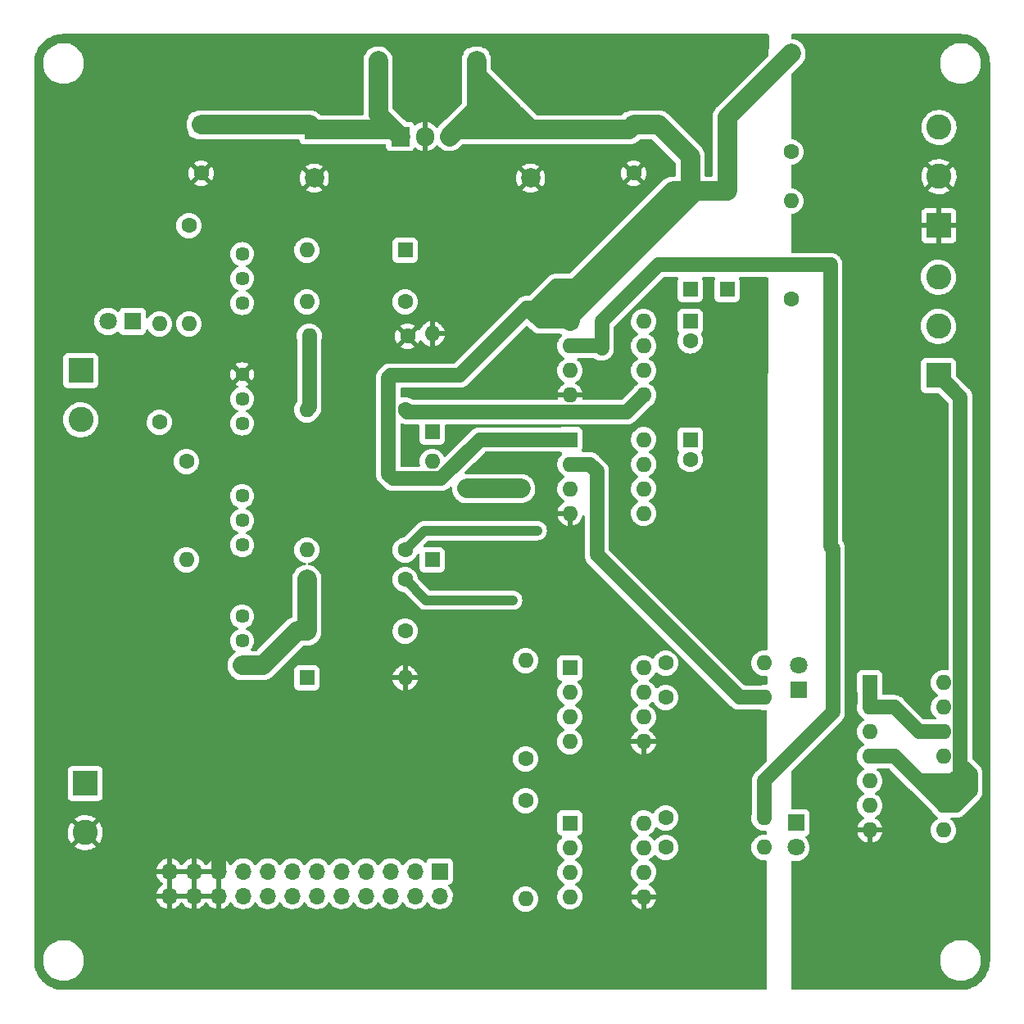
<source format=gtl>
%TF.GenerationSoftware,KiCad,Pcbnew,(6.0.8)*%
%TF.CreationDate,2023-09-05T09:20:41+09:00*%
%TF.ProjectId,AltairMD_V2,416c7461-6972-44d4-945f-56322e6b6963,rev?*%
%TF.SameCoordinates,Original*%
%TF.FileFunction,Copper,L1,Top*%
%TF.FilePolarity,Positive*%
%FSLAX46Y46*%
G04 Gerber Fmt 4.6, Leading zero omitted, Abs format (unit mm)*
G04 Created by KiCad (PCBNEW (6.0.8)) date 2023-09-05 09:20:41*
%MOMM*%
%LPD*%
G01*
G04 APERTURE LIST*
%TA.AperFunction,ComponentPad*%
%ADD10O,1.600000X1.600000*%
%TD*%
%TA.AperFunction,ComponentPad*%
%ADD11R,1.600000X1.600000*%
%TD*%
%TA.AperFunction,ComponentPad*%
%ADD12C,1.600000*%
%TD*%
%TA.AperFunction,ComponentPad*%
%ADD13R,2.600000X2.600000*%
%TD*%
%TA.AperFunction,ComponentPad*%
%ADD14C,2.600000*%
%TD*%
%TA.AperFunction,ComponentPad*%
%ADD15C,1.800000*%
%TD*%
%TA.AperFunction,ComponentPad*%
%ADD16R,1.800000X1.800000*%
%TD*%
%TA.AperFunction,ComponentPad*%
%ADD17C,1.447800*%
%TD*%
%TA.AperFunction,ComponentPad*%
%ADD18R,2.000000X2.000000*%
%TD*%
%TA.AperFunction,ComponentPad*%
%ADD19C,2.000000*%
%TD*%
%TA.AperFunction,ComponentPad*%
%ADD20R,1.905000X2.000000*%
%TD*%
%TA.AperFunction,ComponentPad*%
%ADD21O,1.905000X2.000000*%
%TD*%
%TA.AperFunction,ComponentPad*%
%ADD22O,1.700000X1.700000*%
%TD*%
%TA.AperFunction,ComponentPad*%
%ADD23R,1.700000X1.700000*%
%TD*%
%TA.AperFunction,ViaPad*%
%ADD24C,0.800000*%
%TD*%
%TA.AperFunction,Conductor*%
%ADD25C,1.500000*%
%TD*%
%TA.AperFunction,Conductor*%
%ADD26C,2.000000*%
%TD*%
%TA.AperFunction,Conductor*%
%ADD27C,1.000000*%
%TD*%
G04 APERTURE END LIST*
D10*
%TO.P,U5,8,VB*%
%TO.N,Net-(C6-Pad1)*%
X139710000Y-93228000D03*
%TO.P,U5,7,HO*%
%TO.N,Net-(R11-Pad1)*%
X139710000Y-95768000D03*
%TO.P,U5,6,VS*%
%TO.N,M-*%
X139710000Y-98308000D03*
%TO.P,U5,5,LO*%
%TO.N,Net-(R13-Pad1)*%
X139710000Y-100848000D03*
%TO.P,U5,4,COM*%
%TO.N,GND*%
X132090000Y-100848000D03*
%TO.P,U5,3,~{SD}*%
%TO.N,unconnected-(U5-Pad3)*%
X132090000Y-98308000D03*
%TO.P,U5,2,IN*%
%TO.N,Net-(D5-Pad1)*%
X132090000Y-95768000D03*
D11*
%TO.P,U5,1,VCC*%
%TO.N,VCC*%
X132090000Y-93228000D03*
%TD*%
D12*
%TO.P,C6,2*%
%TO.N,M-*%
X144526000Y-95278900D03*
D11*
%TO.P,C6,1*%
%TO.N,Net-(C6-Pad1)*%
X144526000Y-93278900D03*
%TD*%
D10*
%TO.P,R12,2*%
%TO.N,Net-(MOSFET2-Pad1)*%
X92456000Y-105664000D03*
D12*
%TO.P,R12,1*%
%TO.N,M-*%
X92456000Y-95504000D03*
%TD*%
D13*
%TO.P,J5,1,Pin_1*%
%TO.N,GND1*%
X170226000Y-71125000D03*
D14*
%TO.P,J5,2,Pin_2*%
X170226000Y-66045000D03*
%TO.P,J5,3,Pin_3*%
%TO.N,+3.3V*%
X170226000Y-60965000D03*
%TD*%
D15*
%TO.P,D10,2,AK*%
%TO.N,M+*%
X84328000Y-81026000D03*
D16*
%TO.P,D10,1,KA*%
%TO.N,Net-(D10-Pad1)*%
X86868000Y-81026000D03*
%TD*%
D11*
%TO.P,D1,1,K*%
%TO.N,VCC*%
X122428000Y-54102000D03*
D10*
%TO.P,D1,2,A*%
%TO.N,VDD*%
X112268000Y-54102000D03*
%TD*%
D17*
%TO.P,MOSFET1,1,1*%
%TO.N,Net-(MOSFET1-Pad1)*%
X98208000Y-79121000D03*
%TO.P,MOSFET1,2,2*%
%TO.N,VDD*%
X98208000Y-76581000D03*
%TO.P,MOSFET1,3,3*%
%TO.N,M+*%
X98208000Y-74041000D03*
%TD*%
D12*
%TO.P,R4,1*%
%TO.N,PWM1out*%
X141986000Y-132334000D03*
D10*
%TO.P,R4,2*%
%TO.N,Net-(D4-Pad1)*%
X152146000Y-132334000D03*
%TD*%
D17*
%TO.P,MOSFET3,1,1*%
%TO.N,Net-(MOSFET3-Pad1)*%
X98208000Y-91567000D03*
%TO.P,MOSFET3,2,2*%
%TO.N,M+*%
X98208000Y-89027000D03*
%TO.P,MOSFET3,3,3*%
%TO.N,GND*%
X98208000Y-86487000D03*
%TD*%
D11*
%TO.P,U4,1,VCC*%
%TO.N,VCC*%
X132090000Y-81026000D03*
D10*
%TO.P,U4,2,IN*%
%TO.N,Net-(D4-Pad1)*%
X132090000Y-83566000D03*
%TO.P,U4,3,~{SD}*%
%TO.N,unconnected-(U4-Pad3)*%
X132090000Y-86106000D03*
%TO.P,U4,4,COM*%
%TO.N,GND*%
X132090000Y-88646000D03*
%TO.P,U4,5,LO*%
%TO.N,Net-(R9-Pad1)*%
X139710000Y-88646000D03*
%TO.P,U4,6,VS*%
%TO.N,M+*%
X139710000Y-86106000D03*
%TO.P,U4,7,HO*%
%TO.N,Net-(R7-Pad1)*%
X139710000Y-83566000D03*
%TO.P,U4,8,VB*%
%TO.N,Net-(C5-Pad1)*%
X139710000Y-81026000D03*
%TD*%
D18*
%TO.P,C2,1*%
%TO.N,VDD*%
X105664000Y-61214000D03*
D19*
%TO.P,C2,2*%
%TO.N,GND*%
X105664000Y-66214000D03*
%TD*%
D12*
%TO.P,R9,1*%
%TO.N,Net-(R9-Pad1)*%
X115062000Y-90170000D03*
D10*
%TO.P,R9,2*%
%TO.N,Net-(MOSFET3-Pad1)*%
X104902000Y-90170000D03*
%TD*%
%TO.P,U6,14,VCC*%
%TO.N,+3.3V*%
X170698000Y-118359000D03*
%TO.P,U6,13*%
%TO.N,PWM*%
X170698000Y-120899000D03*
%TO.P,U6,12*%
%TO.N,B*%
X170698000Y-123439000D03*
%TO.P,U6,11*%
%TO.N,Net-(R2-Pad1)*%
X170698000Y-125979000D03*
%TO.P,U6,10*%
%TO.N,A*%
X170698000Y-128519000D03*
%TO.P,U6,9*%
X170698000Y-131059000D03*
%TO.P,U6,8*%
%TO.N,Net-(U2-Pad2)*%
X170698000Y-133599000D03*
%TO.P,U6,7,GND*%
%TO.N,GND1*%
X163078000Y-133599000D03*
%TO.P,U6,6*%
%TO.N,Net-(R1-Pad1)*%
X163078000Y-131059000D03*
%TO.P,U6,5*%
%TO.N,PWM*%
X163078000Y-128519000D03*
%TO.P,U6,4*%
%TO.N,A*%
X163078000Y-125979000D03*
%TO.P,U6,3*%
%TO.N,Net-(U1-Pad2)*%
X163078000Y-123439000D03*
%TO.P,U6,2*%
%TO.N,B*%
X163078000Y-120899000D03*
D11*
%TO.P,U6,1*%
X163078000Y-118359000D03*
%TD*%
D12*
%TO.P,R17,1*%
%TO.N,GND*%
X154940000Y-78740000D03*
D10*
%TO.P,R17,2*%
%TO.N,+5V*%
X154940000Y-68580000D03*
%TD*%
%TO.P,D9,2,A*%
%TO.N,GND*%
X115062000Y-117856000D03*
D11*
%TO.P,D9,1,K*%
%TO.N,M-*%
X104902000Y-117856000D03*
%TD*%
D12*
%TO.P,R1,1*%
%TO.N,Net-(R1-Pad1)*%
X127508000Y-130556000D03*
D10*
%TO.P,R1,2*%
%TO.N,Net-(R1-Pad2)*%
X127508000Y-140716000D03*
%TD*%
%TO.P,R11,2*%
%TO.N,Net-(MOSFET2-Pad1)*%
X104902000Y-104648000D03*
D12*
%TO.P,R11,1*%
%TO.N,Net-(R11-Pad1)*%
X115062000Y-104648000D03*
%TD*%
D10*
%TO.P,R14,2*%
%TO.N,Net-(MOSFET4-Pad1)*%
X104902000Y-113030000D03*
D12*
%TO.P,R14,1*%
%TO.N,Net-(MOSFET4-Pad3)*%
X115062000Y-113030000D03*
%TD*%
%TO.P,R7,1*%
%TO.N,Net-(R7-Pad1)*%
X115062000Y-78994000D03*
D10*
%TO.P,R7,2*%
%TO.N,Net-(MOSFET1-Pad1)*%
X104902000Y-78994000D03*
%TD*%
D11*
%TO.P,D2,1,K*%
%TO.N,Net-(C5-Pad1)*%
X144526000Y-77724000D03*
D10*
%TO.P,D2,2,A*%
%TO.N,VCC*%
X144526000Y-67564000D03*
%TD*%
D17*
%TO.P,MOSFET2,3,3*%
%TO.N,M-*%
X98208000Y-99060000D03*
%TO.P,MOSFET2,2,2*%
%TO.N,VDD*%
X98208000Y-101600000D03*
%TO.P,MOSFET2,1,1*%
%TO.N,Net-(MOSFET2-Pad1)*%
X98208000Y-104140000D03*
%TD*%
D13*
%TO.P,J3,1,Pin_1*%
%TO.N,A*%
X170180000Y-86614000D03*
D14*
%TO.P,J3,2,Pin_2*%
%TO.N,B*%
X170180000Y-81534000D03*
%TO.P,J3,3,Pin_3*%
%TO.N,PWM*%
X170180000Y-76454000D03*
%TD*%
D12*
%TO.P,R16,1*%
%TO.N,+5V*%
X154940000Y-63500000D03*
D10*
%TO.P,R16,2*%
%TO.N,VCC*%
X154940000Y-53340000D03*
%TD*%
D12*
%TO.P,R2,1*%
%TO.N,Net-(R2-Pad1)*%
X127508000Y-126238000D03*
D10*
%TO.P,R2,2*%
%TO.N,Net-(R2-Pad2)*%
X127508000Y-116078000D03*
%TD*%
D11*
%TO.P,D6,1,K*%
%TO.N,VDD*%
X115062000Y-73660000D03*
D10*
%TO.P,D6,2,A*%
%TO.N,M+*%
X104902000Y-73660000D03*
%TD*%
D16*
%TO.P,D5,1,K*%
%TO.N,Net-(D5-Pad1)*%
X155702000Y-119126000D03*
D15*
%TO.P,D5,2,A*%
%TO.N,Net-(D5-Pad2)*%
X155702000Y-116586000D03*
%TD*%
D12*
%TO.P,R10,1*%
%TO.N,GND*%
X115316000Y-82550000D03*
D10*
%TO.P,R10,2*%
%TO.N,Net-(MOSFET3-Pad1)*%
X105156000Y-82550000D03*
%TD*%
D20*
%TO.P,U3,1,VI*%
%TO.N,VDD*%
X114554000Y-61905000D03*
D21*
%TO.P,U3,2,GND*%
%TO.N,GND*%
X117094000Y-61905000D03*
%TO.P,U3,3,VO*%
%TO.N,VCC*%
X119634000Y-61905000D03*
%TD*%
D11*
%TO.P,D7,1,K*%
%TO.N,M+*%
X117856000Y-92456000D03*
D10*
%TO.P,D7,2,A*%
%TO.N,GND*%
X117856000Y-82296000D03*
%TD*%
D12*
%TO.P,R13,1*%
%TO.N,Net-(R13-Pad1)*%
X115062000Y-107696000D03*
D10*
%TO.P,R13,2*%
%TO.N,Net-(MOSFET4-Pad1)*%
X104902000Y-107696000D03*
%TD*%
%TO.P,D8,2,A*%
%TO.N,M-*%
X117856000Y-95504000D03*
D11*
%TO.P,D8,1,K*%
%TO.N,VDD*%
X117856000Y-105664000D03*
%TD*%
D16*
%TO.P,D4,1,K*%
%TO.N,Net-(D4-Pad1)*%
X155448000Y-132842000D03*
D15*
%TO.P,D4,2,A*%
%TO.N,Net-(D4-Pad2)*%
X155448000Y-135382000D03*
%TD*%
D11*
%TO.P,C5,1*%
%TO.N,Net-(C5-Pad1)*%
X144526000Y-81026000D03*
D12*
%TO.P,C5,2*%
%TO.N,M+*%
X144526000Y-83026000D03*
%TD*%
D14*
%TO.P,J1,2,Pin_2*%
%TO.N,GND*%
X81996000Y-133853000D03*
D13*
%TO.P,J1,1,Pin_1*%
%TO.N,VDD*%
X81996000Y-128773000D03*
%TD*%
D11*
%TO.P,D3,1,K*%
%TO.N,Net-(C6-Pad1)*%
X148336000Y-77724000D03*
D10*
%TO.P,D3,2,A*%
%TO.N,VCC*%
X148336000Y-67564000D03*
%TD*%
D18*
%TO.P,C3,1*%
%TO.N,VCC*%
X128016000Y-61214000D03*
D19*
%TO.P,C3,2*%
%TO.N,GND*%
X128016000Y-66214000D03*
%TD*%
D11*
%TO.P,C4,1*%
%TO.N,VCC*%
X138684000Y-60706000D03*
D12*
%TO.P,C4,2*%
%TO.N,GND*%
X138684000Y-65706000D03*
%TD*%
%TO.P,R5,1*%
%TO.N,PWM2out*%
X141986000Y-116332000D03*
D10*
%TO.P,R5,2*%
%TO.N,Net-(D5-Pad2)*%
X152146000Y-116332000D03*
%TD*%
D12*
%TO.P,R6,1*%
%TO.N,PWM2out*%
X141986000Y-119888000D03*
D10*
%TO.P,R6,2*%
%TO.N,Net-(D5-Pad1)*%
X152146000Y-119888000D03*
%TD*%
D11*
%TO.P,U2,1,NC*%
%TO.N,unconnected-(U2-Pad1)*%
X132080000Y-116840000D03*
D10*
%TO.P,U2,2,A*%
%TO.N,Net-(U2-Pad2)*%
X132080000Y-119380000D03*
%TO.P,U2,3,C*%
%TO.N,Net-(R2-Pad2)*%
X132080000Y-121920000D03*
%TO.P,U2,4,NC*%
%TO.N,unconnected-(U2-Pad4)*%
X132080000Y-124460000D03*
%TO.P,U2,5,VEE*%
%TO.N,GND*%
X139700000Y-124460000D03*
%TO.P,U2,6,VO*%
%TO.N,unconnected-(U2-Pad6)*%
X139700000Y-121920000D03*
%TO.P,U2,7,VO*%
%TO.N,PWM2out*%
X139700000Y-119380000D03*
%TO.P,U2,8,VCC*%
%TO.N,+5V*%
X139700000Y-116840000D03*
%TD*%
D11*
%TO.P,C1,1*%
%TO.N,VDD*%
X93980000Y-60706000D03*
D12*
%TO.P,C1,2*%
%TO.N,GND*%
X93980000Y-65706000D03*
%TD*%
D11*
%TO.P,U1,1,NC*%
%TO.N,unconnected-(U1-Pad1)*%
X132090000Y-132852000D03*
D10*
%TO.P,U1,2,A*%
%TO.N,Net-(U1-Pad2)*%
X132090000Y-135392000D03*
%TO.P,U1,3,C*%
%TO.N,Net-(R1-Pad2)*%
X132090000Y-137932000D03*
%TO.P,U1,4,NC*%
%TO.N,unconnected-(U1-Pad4)*%
X132090000Y-140472000D03*
%TO.P,U1,5,VEE*%
%TO.N,GND*%
X139710000Y-140472000D03*
%TO.P,U1,6,VO*%
%TO.N,unconnected-(U1-Pad6)*%
X139710000Y-137932000D03*
%TO.P,U1,7,VO*%
%TO.N,PWM1out*%
X139710000Y-135392000D03*
%TO.P,U1,8,VCC*%
%TO.N,+5V*%
X139710000Y-132852000D03*
%TD*%
D12*
%TO.P,R8,1*%
%TO.N,M+*%
X92710000Y-71120000D03*
D10*
%TO.P,R8,2*%
%TO.N,Net-(MOSFET1-Pad1)*%
X92710000Y-81280000D03*
%TD*%
%TO.P,R15,2*%
%TO.N,Net-(D10-Pad1)*%
X89662000Y-81280000D03*
D12*
%TO.P,R15,1*%
%TO.N,M-*%
X89662000Y-91440000D03*
%TD*%
D17*
%TO.P,MOSFET4,3,3*%
%TO.N,Net-(MOSFET4-Pad3)*%
X98208000Y-111506000D03*
%TO.P,MOSFET4,2,2*%
%TO.N,M-*%
X98208000Y-114046000D03*
%TO.P,MOSFET4,1,1*%
%TO.N,Net-(MOSFET4-Pad1)*%
X98208000Y-116586000D03*
%TD*%
D12*
%TO.P,R3,1*%
%TO.N,PWM1out*%
X141986000Y-135382000D03*
D10*
%TO.P,R3,2*%
%TO.N,Net-(D4-Pad2)*%
X152146000Y-135382000D03*
%TD*%
D22*
%TO.P,J4,24,Pin_24*%
%TO.N,GND*%
X90683000Y-140400000D03*
%TO.P,J4,23,Pin_23*%
X90683000Y-137860000D03*
%TO.P,J4,22,Pin_22*%
X93223000Y-140400000D03*
%TO.P,J4,21,Pin_21*%
X93223000Y-137860000D03*
%TO.P,J4,20,Pin_20*%
X95763000Y-140400000D03*
%TO.P,J4,19,Pin_19*%
X95763000Y-137860000D03*
%TO.P,J4,18,Pin_18*%
%TO.N,M-*%
X98303000Y-140400000D03*
%TO.P,J4,17,Pin_17*%
X98303000Y-137860000D03*
%TO.P,J4,16,Pin_16*%
X100843000Y-140400000D03*
%TO.P,J4,15,Pin_15*%
X100843000Y-137860000D03*
%TO.P,J4,14,Pin_14*%
X103383000Y-140400000D03*
%TO.P,J4,13,Pin_13*%
X103383000Y-137860000D03*
%TO.P,J4,12,Pin_12*%
%TO.N,M+*%
X105923000Y-140400000D03*
%TO.P,J4,11,Pin_11*%
X105923000Y-137860000D03*
%TO.P,J4,10,Pin_10*%
X108463000Y-140400000D03*
%TO.P,J4,9,Pin_9*%
X108463000Y-137860000D03*
%TO.P,J4,8,Pin_8*%
X111003000Y-140400000D03*
%TO.P,J4,7,Pin_7*%
X111003000Y-137860000D03*
%TO.P,J4,6,Pin_6*%
%TO.N,VDD*%
X113543000Y-140400000D03*
%TO.P,J4,5,Pin_5*%
X113543000Y-137860000D03*
%TO.P,J4,4,Pin_4*%
X116083000Y-140400000D03*
%TO.P,J4,3,Pin_3*%
X116083000Y-137860000D03*
%TO.P,J4,2,Pin_2*%
X118623000Y-140400000D03*
D23*
%TO.P,J4,1,Pin_1*%
X118623000Y-137860000D03*
%TD*%
D14*
%TO.P,J2,2,Pin_2*%
%TO.N,M-*%
X81534000Y-91186000D03*
D13*
%TO.P,J2,1,Pin_1*%
%TO.N,M+*%
X81534000Y-86106000D03*
%TD*%
D24*
%TO.N,Net-(R13-Pad1)*%
X126160100Y-109825500D03*
%TO.N,Net-(R11-Pad1)*%
X128700100Y-102634500D03*
%TO.N,M-*%
X127000000Y-98298000D03*
X121412000Y-98298000D03*
%TD*%
D25*
%TO.N,VCC*%
X131064000Y-77724000D02*
X131064000Y-78994000D01*
X131064000Y-78994000D02*
X131064000Y-79248000D01*
X130434000Y-79624000D02*
X131064000Y-78994000D01*
X129164000Y-79624000D02*
X128402000Y-79624000D01*
X129164000Y-79624000D02*
X130434000Y-79624000D01*
X132080000Y-79624000D02*
X129164000Y-79624000D01*
X130683000Y-77343000D02*
X131064000Y-77724000D01*
X131064000Y-79248000D02*
X132080000Y-78232000D01*
X130688000Y-79624000D02*
X131064000Y-79248000D01*
X130683000Y-77343000D02*
X132969000Y-77343000D01*
D26*
X132969000Y-77343000D02*
X132080000Y-78232000D01*
X142748000Y-67564000D02*
X132969000Y-77343000D01*
D25*
X128402000Y-79624000D02*
X130683000Y-77343000D01*
X128402000Y-79624000D02*
X130688000Y-79624000D01*
X128402000Y-79624000D02*
X127640000Y-79624000D01*
X129042000Y-81026000D02*
X132090000Y-81026000D01*
X127640000Y-79624000D02*
X129042000Y-81026000D01*
X122792800Y-93228000D02*
X132090000Y-93228000D01*
X113793300Y-97283300D02*
X118737500Y-97283300D01*
X113312000Y-96802000D02*
X113793300Y-97283300D01*
X118737500Y-97283300D02*
X122792800Y-93228000D01*
X113312000Y-86840000D02*
X113312000Y-96802000D01*
X120650000Y-86614000D02*
X113538000Y-86614000D01*
X113538000Y-86614000D02*
X113312000Y-86840000D01*
X127640000Y-79624000D02*
X120650000Y-86614000D01*
D27*
%TO.N,Net-(R13-Pad1)*%
X117191500Y-109825500D02*
X126160100Y-109825500D01*
X115062000Y-107696000D02*
X117191500Y-109825500D01*
%TO.N,Net-(R11-Pad1)*%
X117075500Y-102634500D02*
X128700100Y-102634500D01*
X115062000Y-104648000D02*
X117075500Y-102634500D01*
D25*
%TO.N,Net-(R9-Pad1)*%
X115288000Y-90396000D02*
X115062000Y-90170000D01*
X137960000Y-90396000D02*
X115288000Y-90396000D01*
X139710000Y-88646000D02*
X137960000Y-90396000D01*
%TO.N,Net-(MOSFET3-Pad1)*%
X105156000Y-89916000D02*
X104902000Y-90170000D01*
X105156000Y-82550000D02*
X105156000Y-89916000D01*
D26*
%TO.N,Net-(MOSFET4-Pad1)*%
X103886000Y-113030000D02*
X104902000Y-113030000D01*
X100330000Y-116586000D02*
X103886000Y-113030000D01*
X98208000Y-116586000D02*
X100330000Y-116586000D01*
X104902000Y-113030000D02*
X104902000Y-107696000D01*
D25*
%TO.N,B*%
X163078000Y-120899000D02*
X163078000Y-118359000D01*
X168143000Y-123439000D02*
X170698000Y-123439000D01*
X165603000Y-120899000D02*
X168143000Y-123439000D01*
X163078000Y-120899000D02*
X165603000Y-120899000D01*
%TO.N,A*%
X173482000Y-127798000D02*
X172448000Y-126764000D01*
X173482000Y-129032000D02*
X173482000Y-127798000D01*
X172448000Y-126764000D02*
X172448000Y-127744000D01*
X172969000Y-128519000D02*
X173482000Y-129032000D01*
X172448000Y-128519000D02*
X172969000Y-128519000D01*
X171953000Y-131059000D02*
X170698000Y-131059000D01*
X171958000Y-131064000D02*
X171953000Y-131059000D01*
X173482000Y-129540000D02*
X171958000Y-131064000D01*
X173482000Y-129032000D02*
X173482000Y-129540000D01*
X172212000Y-127980000D02*
X172448000Y-127744000D01*
X172212000Y-129545000D02*
X172212000Y-129032000D01*
X170698000Y-131059000D02*
X172212000Y-129545000D01*
X171211000Y-129032000D02*
X170698000Y-128519000D01*
X172212000Y-129032000D02*
X171211000Y-129032000D01*
X172448000Y-88882000D02*
X172448000Y-126764000D01*
X170180000Y-86614000D02*
X172448000Y-88882000D01*
X170698000Y-131059000D02*
X168158000Y-128519000D01*
X168158000Y-128519000D02*
X168143000Y-128519000D01*
X170698000Y-128519000D02*
X168158000Y-128519000D01*
X168158000Y-128519000D02*
X168143000Y-128519000D01*
X165603000Y-125979000D02*
X163078000Y-125979000D01*
X168143000Y-128519000D02*
X165603000Y-125979000D01*
X172212000Y-129545000D02*
X172212000Y-129032000D01*
X172448000Y-127744000D02*
X172448000Y-128519000D01*
X172448000Y-128796000D02*
X172212000Y-129032000D01*
X172448000Y-128519000D02*
X172448000Y-128796000D01*
X172448000Y-127744000D02*
X172212000Y-127980000D01*
X170698000Y-128519000D02*
X171673000Y-128519000D01*
X172212000Y-127980000D02*
X171673000Y-128519000D01*
X170698000Y-129494000D02*
X170698000Y-131059000D01*
X171673000Y-128519000D02*
X170698000Y-129494000D01*
X171673000Y-128519000D02*
X172212000Y-128519000D01*
X172212000Y-128519000D02*
X172448000Y-128519000D01*
X172212000Y-129032000D02*
X172212000Y-128519000D01*
X172212000Y-128519000D02*
X172212000Y-127980000D01*
%TO.N,Net-(D5-Pad1)*%
X134122000Y-95768000D02*
X132090000Y-95768000D01*
X134874000Y-96520000D02*
X134122000Y-95768000D01*
X134874000Y-105156000D02*
X134874000Y-96520000D01*
X149606000Y-119888000D02*
X134874000Y-105156000D01*
X152146000Y-119888000D02*
X149606000Y-119888000D01*
%TO.N,Net-(D4-Pad1)*%
X135128000Y-83566000D02*
X132090000Y-83566000D01*
X135382000Y-83820000D02*
X135128000Y-83566000D01*
X135382000Y-81026000D02*
X135382000Y-83820000D01*
X141224000Y-75184000D02*
X135382000Y-81026000D01*
X159004000Y-75184000D02*
X141224000Y-75184000D01*
X159004000Y-104257000D02*
X159004000Y-75184000D01*
X159258000Y-104511000D02*
X159004000Y-104257000D01*
X159258000Y-121412000D02*
X159258000Y-104511000D01*
X152146000Y-128524000D02*
X159258000Y-121412000D01*
X152146000Y-132334000D02*
X152146000Y-128524000D01*
D26*
%TO.N,M-*%
X121412000Y-98298000D02*
X127000000Y-98298000D01*
%TO.N,VCC*%
X124587000Y-59563000D02*
X124460000Y-59690000D01*
X126365000Y-59563000D02*
X124587000Y-59563000D01*
X126365000Y-59563000D02*
X128016000Y-61214000D01*
X122428000Y-55626000D02*
X126365000Y-59563000D01*
X122428000Y-60452000D02*
X123190000Y-61214000D01*
X122428000Y-59111000D02*
X122428000Y-60452000D01*
X123190000Y-61214000D02*
X120325000Y-61214000D01*
X124460000Y-61214000D02*
X123190000Y-61214000D01*
X124460000Y-59690000D02*
X124460000Y-61214000D01*
X122428000Y-57658000D02*
X124460000Y-59690000D01*
X128016000Y-61214000D02*
X124460000Y-61214000D01*
X122428000Y-57658000D02*
X122428000Y-59111000D01*
X122428000Y-54102000D02*
X122428000Y-55626000D01*
X120325000Y-61214000D02*
X119634000Y-61905000D01*
X138176000Y-61214000D02*
X138684000Y-60706000D01*
X128016000Y-61214000D02*
X138176000Y-61214000D01*
X141224000Y-60706000D02*
X138684000Y-60706000D01*
X144526000Y-64008000D02*
X141224000Y-60706000D01*
X144526000Y-67564000D02*
X144526000Y-64008000D01*
X148336000Y-59944000D02*
X154940000Y-53340000D01*
X148336000Y-67564000D02*
X148336000Y-59944000D01*
X132090000Y-80508000D02*
X132090000Y-81026000D01*
X145034000Y-67564000D02*
X132090000Y-80508000D01*
X148336000Y-67564000D02*
X145034000Y-67564000D01*
X148336000Y-67564000D02*
X145034000Y-67564000D01*
X145034000Y-67564000D02*
X144526000Y-67564000D01*
X122428000Y-59111000D02*
X120325000Y-61214000D01*
X120325000Y-61214000D02*
X119634000Y-61905000D01*
X122428000Y-54102000D02*
X122428000Y-55626000D01*
X122428000Y-55626000D02*
X122428000Y-57658000D01*
X132080000Y-78232000D02*
X132080000Y-79624000D01*
X144526000Y-67564000D02*
X142748000Y-67564000D01*
X132080000Y-81016000D02*
X132090000Y-81026000D01*
X132080000Y-79624000D02*
X132080000Y-81016000D01*
D25*
%TO.N,GND*%
X95763000Y-137860000D02*
X95763000Y-136059900D01*
D26*
%TO.N,VDD*%
X112268000Y-59619000D02*
X114554000Y-61905000D01*
X112268000Y-54102000D02*
X112268000Y-59619000D01*
X113863000Y-61214000D02*
X114554000Y-61905000D01*
X105664000Y-61214000D02*
X113863000Y-61214000D01*
X105156000Y-60706000D02*
X105664000Y-61214000D01*
X93980000Y-60706000D02*
X105156000Y-60706000D01*
%TD*%
%TA.AperFunction,Conductor*%
%TO.N,GND*%
G36*
X152594506Y-51328502D02*
G01*
X152640999Y-51382158D01*
X152652385Y-51434820D01*
X152650270Y-52265836D01*
X152647263Y-53447527D01*
X152627087Y-53515596D01*
X152610358Y-53536301D01*
X147286334Y-58860325D01*
X147283812Y-58862779D01*
X147211319Y-58931332D01*
X147163592Y-58993757D01*
X147159448Y-58998892D01*
X147108530Y-59058720D01*
X147105911Y-59063045D01*
X147105907Y-59063050D01*
X147091509Y-59086824D01*
X147083837Y-59098071D01*
X147063880Y-59124174D01*
X147026807Y-59193316D01*
X147026761Y-59193401D01*
X147023496Y-59199126D01*
X146982779Y-59266358D01*
X146971017Y-59295470D01*
X146970473Y-59296817D01*
X146964693Y-59309158D01*
X146949169Y-59338109D01*
X146947523Y-59342890D01*
X146947521Y-59342894D01*
X146923588Y-59412401D01*
X146921278Y-59418579D01*
X146891845Y-59491429D01*
X146890723Y-59496368D01*
X146884568Y-59523460D01*
X146880837Y-59536559D01*
X146870138Y-59567631D01*
X146856757Y-59645100D01*
X146855477Y-59651504D01*
X146838065Y-59728144D01*
X146836001Y-59760953D01*
X146834415Y-59774453D01*
X146828821Y-59806836D01*
X146827500Y-59835925D01*
X146827500Y-59892108D01*
X146827251Y-59900019D01*
X146822822Y-59970413D01*
X146823316Y-59975448D01*
X146826899Y-60011992D01*
X146827500Y-60024288D01*
X146827500Y-65929500D01*
X146807498Y-65997621D01*
X146753842Y-66044114D01*
X146701500Y-66055500D01*
X146160500Y-66055500D01*
X146092379Y-66035498D01*
X146045886Y-65981842D01*
X146034500Y-65929500D01*
X146034500Y-64032016D01*
X146034549Y-64028498D01*
X146037193Y-63933850D01*
X146037193Y-63933847D01*
X146037334Y-63928795D01*
X146026941Y-63850902D01*
X146026241Y-63844353D01*
X146020346Y-63771077D01*
X146020345Y-63771073D01*
X146019940Y-63766035D01*
X146012101Y-63734122D01*
X146009573Y-63720738D01*
X146005898Y-63693194D01*
X146005229Y-63688180D01*
X145982522Y-63612971D01*
X145980781Y-63606608D01*
X145963244Y-63535209D01*
X145962037Y-63530294D01*
X145949199Y-63500048D01*
X145944561Y-63487237D01*
X145936530Y-63460638D01*
X145935067Y-63455792D01*
X145932849Y-63451244D01*
X145932846Y-63451237D01*
X145900629Y-63385182D01*
X145897893Y-63379180D01*
X145869162Y-63311495D01*
X145867188Y-63306844D01*
X145849681Y-63279044D01*
X145843052Y-63267134D01*
X145840100Y-63261081D01*
X145828654Y-63237612D01*
X145783357Y-63173400D01*
X145779699Y-63167914D01*
X145740529Y-63105714D01*
X145740528Y-63105713D01*
X145737833Y-63101433D01*
X145734492Y-63097644D01*
X145734488Y-63097638D01*
X145716102Y-63076783D01*
X145707656Y-63066088D01*
X145691009Y-63042490D01*
X145688726Y-63039253D01*
X145669091Y-63017750D01*
X145629375Y-62978034D01*
X145623956Y-62972264D01*
X145580650Y-62923142D01*
X145580647Y-62923139D01*
X145577302Y-62919345D01*
X145545011Y-62892821D01*
X145535892Y-62884551D01*
X142307675Y-59656334D01*
X142305221Y-59653812D01*
X142240138Y-59584988D01*
X142240135Y-59584986D01*
X142236668Y-59581319D01*
X142174239Y-59533589D01*
X142169108Y-59529448D01*
X142113133Y-59481809D01*
X142113132Y-59481808D01*
X142109280Y-59478530D01*
X142104955Y-59475911D01*
X142104950Y-59475907D01*
X142081176Y-59461509D01*
X142069929Y-59453837D01*
X142043826Y-59433880D01*
X141974592Y-59396757D01*
X141968868Y-59393493D01*
X141925964Y-59367509D01*
X141901642Y-59352779D01*
X141871181Y-59340472D01*
X141858841Y-59334692D01*
X141855350Y-59332820D01*
X141829891Y-59319169D01*
X141825110Y-59317523D01*
X141825106Y-59317521D01*
X141755599Y-59293588D01*
X141749421Y-59291278D01*
X141681266Y-59263742D01*
X141681267Y-59263742D01*
X141676571Y-59261845D01*
X141644539Y-59254568D01*
X141631441Y-59250837D01*
X141600369Y-59240138D01*
X141522900Y-59226757D01*
X141516496Y-59225477D01*
X141439856Y-59208065D01*
X141407047Y-59206001D01*
X141393547Y-59204415D01*
X141361164Y-59198821D01*
X141357207Y-59198641D01*
X141357204Y-59198641D01*
X141333494Y-59197564D01*
X141333475Y-59197564D01*
X141332075Y-59197500D01*
X141275892Y-59197500D01*
X141267980Y-59197251D01*
X141262386Y-59196899D01*
X141197587Y-59192822D01*
X141158545Y-59196650D01*
X141156008Y-59196899D01*
X141143712Y-59197500D01*
X138708002Y-59197500D01*
X138704483Y-59197451D01*
X138609850Y-59194807D01*
X138609847Y-59194807D01*
X138604795Y-59194666D01*
X138526893Y-59205060D01*
X138520368Y-59205757D01*
X138489934Y-59208206D01*
X138447087Y-59211653D01*
X138447081Y-59211654D01*
X138442035Y-59212060D01*
X138437119Y-59213268D01*
X138437116Y-59213268D01*
X138410129Y-59219897D01*
X138396737Y-59222427D01*
X138364179Y-59226771D01*
X138359331Y-59228235D01*
X138359325Y-59228236D01*
X138288962Y-59249480D01*
X138282599Y-59251221D01*
X138248973Y-59259480D01*
X138206294Y-59269963D01*
X138201634Y-59271941D01*
X138176049Y-59282801D01*
X138163239Y-59287438D01*
X138131792Y-59296933D01*
X138127244Y-59299151D01*
X138127237Y-59299154D01*
X138061182Y-59331371D01*
X138055180Y-59334107D01*
X138011192Y-59352779D01*
X137982844Y-59364812D01*
X137978563Y-59367508D01*
X137978561Y-59367509D01*
X137961712Y-59378119D01*
X137894568Y-59397500D01*
X137835866Y-59397500D01*
X137773684Y-59404255D01*
X137637295Y-59455385D01*
X137520739Y-59542739D01*
X137515358Y-59549919D01*
X137515357Y-59549920D01*
X137436555Y-59655065D01*
X137379696Y-59697580D01*
X137335729Y-59705500D01*
X128693031Y-59705500D01*
X128624910Y-59685498D01*
X128603936Y-59668595D01*
X127448675Y-58513334D01*
X127446221Y-58510812D01*
X127381148Y-58441999D01*
X127377668Y-58438319D01*
X127371979Y-58433969D01*
X127367292Y-58430386D01*
X127354726Y-58419385D01*
X123973405Y-55038064D01*
X123939379Y-54975752D01*
X123936500Y-54948969D01*
X123936500Y-54040999D01*
X123936298Y-54038486D01*
X123922346Y-53865076D01*
X123922345Y-53865071D01*
X123921940Y-53860035D01*
X123905370Y-53792571D01*
X123865244Y-53629208D01*
X123864037Y-53624294D01*
X123769188Y-53400844D01*
X123766492Y-53396564D01*
X123766489Y-53396557D01*
X123755881Y-53379713D01*
X123736500Y-53312569D01*
X123736500Y-53253866D01*
X123729745Y-53191684D01*
X123678615Y-53055295D01*
X123591261Y-52938739D01*
X123474705Y-52851385D01*
X123338316Y-52800255D01*
X123276134Y-52793500D01*
X123212722Y-52793500D01*
X123149341Y-52776398D01*
X123147587Y-52775377D01*
X123081922Y-52737159D01*
X123077196Y-52735345D01*
X123077192Y-52735343D01*
X122860022Y-52651980D01*
X122860018Y-52651979D01*
X122855298Y-52650167D01*
X122850348Y-52649133D01*
X122850345Y-52649132D01*
X122622631Y-52601560D01*
X122622627Y-52601560D01*
X122617680Y-52600526D01*
X122375183Y-52589514D01*
X122370163Y-52590095D01*
X122370159Y-52590095D01*
X122139071Y-52616833D01*
X122139067Y-52616834D01*
X122134044Y-52617415D01*
X122129180Y-52618791D01*
X122129177Y-52618792D01*
X122021958Y-52649132D01*
X121900468Y-52683510D01*
X121895892Y-52685644D01*
X121895886Y-52685646D01*
X121689908Y-52781695D01*
X121636658Y-52793500D01*
X121579866Y-52793500D01*
X121517684Y-52800255D01*
X121381295Y-52851385D01*
X121264739Y-52938739D01*
X121177385Y-53055295D01*
X121126255Y-53191684D01*
X121119500Y-53253866D01*
X121119500Y-53318374D01*
X121104544Y-53377915D01*
X121041169Y-53496109D01*
X120962138Y-53725631D01*
X120961276Y-53730623D01*
X120926126Y-53934124D01*
X120920821Y-53964836D01*
X120919500Y-53993925D01*
X120919500Y-55601984D01*
X120919451Y-55605502D01*
X120916666Y-55705205D01*
X120917335Y-55710218D01*
X120918393Y-55718147D01*
X120919500Y-55734812D01*
X120919500Y-57633984D01*
X120919451Y-57637502D01*
X120916666Y-57737205D01*
X120917335Y-57742218D01*
X120918393Y-57750147D01*
X120919500Y-57766812D01*
X120919500Y-58433969D01*
X120899498Y-58502090D01*
X120882595Y-58523064D01*
X119295034Y-60110625D01*
X119289264Y-60116044D01*
X119240142Y-60159350D01*
X119240139Y-60159353D01*
X119236345Y-60162698D01*
X119233135Y-60166606D01*
X119233134Y-60166607D01*
X119209821Y-60194989D01*
X119201551Y-60204108D01*
X118524195Y-60881464D01*
X118450397Y-60968176D01*
X118391017Y-61007088D01*
X118320023Y-61007719D01*
X118259958Y-60969868D01*
X118254617Y-60963391D01*
X118251624Y-60959504D01*
X118096950Y-60789520D01*
X118089417Y-60782494D01*
X117909056Y-60640055D01*
X117900469Y-60634350D01*
X117699278Y-60523286D01*
X117689866Y-60519056D01*
X117473232Y-60442341D01*
X117463261Y-60439707D01*
X117365837Y-60422353D01*
X117352540Y-60423813D01*
X117348000Y-60438370D01*
X117348000Y-63373096D01*
X117351918Y-63386440D01*
X117366194Y-63388427D01*
X117428515Y-63378890D01*
X117438543Y-63376501D01*
X117656988Y-63305102D01*
X117666497Y-63301105D01*
X117870344Y-63194989D01*
X117879069Y-63189495D01*
X118062852Y-63051507D01*
X118070559Y-63044664D01*
X118229340Y-62878509D01*
X118235828Y-62870497D01*
X118247414Y-62853513D01*
X118302326Y-62808511D01*
X118372851Y-62800341D01*
X118436597Y-62831596D01*
X118444543Y-62839553D01*
X118601858Y-63011836D01*
X118683653Y-63076666D01*
X118788129Y-63159473D01*
X118788135Y-63159477D01*
X118792098Y-63162618D01*
X118876644Y-63209869D01*
X118990752Y-63273642D01*
X119003998Y-63281045D01*
X119232105Y-63364070D01*
X119237065Y-63365016D01*
X119237075Y-63365019D01*
X119253381Y-63368129D01*
X119256776Y-63368900D01*
X119259515Y-63369870D01*
X119264595Y-63370775D01*
X119264599Y-63370776D01*
X119304013Y-63377797D01*
X119305523Y-63378076D01*
X119465586Y-63408609D01*
X119465592Y-63408610D01*
X119470553Y-63409556D01*
X119475602Y-63409697D01*
X119480644Y-63410245D01*
X119480644Y-63410249D01*
X119485788Y-63410776D01*
X119485804Y-63410608D01*
X119490943Y-63411094D01*
X119496037Y-63412001D01*
X119605360Y-63413336D01*
X119607313Y-63413376D01*
X119642763Y-63414366D01*
X119708151Y-63416193D01*
X119708153Y-63416193D01*
X119713205Y-63416334D01*
X119718216Y-63415665D01*
X119723276Y-63415400D01*
X119723284Y-63415546D01*
X119725940Y-63415385D01*
X119725929Y-63415234D01*
X119731092Y-63414873D01*
X119736263Y-63414936D01*
X119820753Y-63402008D01*
X119823101Y-63401671D01*
X119953820Y-63384229D01*
X119971018Y-63379037D01*
X119971220Y-63378982D01*
X119973744Y-63378596D01*
X119987760Y-63374015D01*
X119990445Y-63373172D01*
X120181357Y-63315532D01*
X120181361Y-63315530D01*
X120186208Y-63314067D01*
X120404388Y-63207654D01*
X120554965Y-63101433D01*
X120599514Y-63070007D01*
X120599518Y-63070004D01*
X120602747Y-63067726D01*
X120620509Y-63051507D01*
X120623187Y-63049062D01*
X120623195Y-63049054D01*
X120624250Y-63048091D01*
X120912936Y-62759405D01*
X120975248Y-62725379D01*
X121002031Y-62722500D01*
X123138108Y-62722500D01*
X123146019Y-62722749D01*
X123216413Y-62727178D01*
X123257993Y-62723101D01*
X123270289Y-62722500D01*
X124422188Y-62722500D01*
X124427903Y-62722630D01*
X124512817Y-62726486D01*
X124517837Y-62725905D01*
X124517841Y-62725905D01*
X124540050Y-62723335D01*
X124554532Y-62722500D01*
X127964108Y-62722500D01*
X127972019Y-62722749D01*
X128042413Y-62727178D01*
X128083993Y-62723101D01*
X128096289Y-62722500D01*
X138151984Y-62722500D01*
X138155502Y-62722549D01*
X138250150Y-62725193D01*
X138250153Y-62725193D01*
X138255205Y-62725334D01*
X138333098Y-62714941D01*
X138339639Y-62714242D01*
X138368332Y-62711933D01*
X138412923Y-62708346D01*
X138412927Y-62708345D01*
X138417965Y-62707940D01*
X138449878Y-62700101D01*
X138463258Y-62697574D01*
X138495820Y-62693229D01*
X138500661Y-62691768D01*
X138500663Y-62691767D01*
X138571029Y-62670522D01*
X138577392Y-62668781D01*
X138653706Y-62650037D01*
X138683952Y-62637199D01*
X138696763Y-62632561D01*
X138723362Y-62624530D01*
X138728208Y-62623067D01*
X138732756Y-62620849D01*
X138732763Y-62620846D01*
X138798818Y-62588629D01*
X138804820Y-62585893D01*
X138849504Y-62566925D01*
X138877156Y-62555188D01*
X138904956Y-62537681D01*
X138916860Y-62531055D01*
X138946388Y-62516654D01*
X139010600Y-62471357D01*
X139016086Y-62467699D01*
X139078286Y-62428529D01*
X139078287Y-62428528D01*
X139082567Y-62425833D01*
X139086356Y-62422492D01*
X139086362Y-62422488D01*
X139107217Y-62404102D01*
X139117912Y-62395656D01*
X139120863Y-62393574D01*
X139144747Y-62376726D01*
X139166250Y-62357091D01*
X139205966Y-62317375D01*
X139211736Y-62311956D01*
X139260858Y-62268650D01*
X139260861Y-62268647D01*
X139264655Y-62265302D01*
X139267864Y-62261396D01*
X139267873Y-62261386D01*
X139268584Y-62260520D01*
X139268948Y-62260272D01*
X139271386Y-62257748D01*
X139271912Y-62258256D01*
X139327280Y-62220579D01*
X139365945Y-62214500D01*
X140546969Y-62214500D01*
X140615090Y-62234502D01*
X140636064Y-62251405D01*
X142980595Y-64595936D01*
X143014621Y-64658248D01*
X143017500Y-64685031D01*
X143017500Y-65929500D01*
X142997498Y-65997621D01*
X142943842Y-66044114D01*
X142891500Y-66055500D01*
X142772002Y-66055500D01*
X142768483Y-66055451D01*
X142673850Y-66052807D01*
X142673847Y-66052807D01*
X142668795Y-66052666D01*
X142590902Y-66063059D01*
X142584361Y-66063758D01*
X142555668Y-66066067D01*
X142511077Y-66069654D01*
X142511073Y-66069655D01*
X142506035Y-66070060D01*
X142474122Y-66077899D01*
X142460742Y-66080426D01*
X142428180Y-66084771D01*
X142423339Y-66086232D01*
X142423337Y-66086233D01*
X142352971Y-66107478D01*
X142346610Y-66109219D01*
X142270294Y-66127963D01*
X142265634Y-66129941D01*
X142240049Y-66140801D01*
X142227239Y-66145438D01*
X142195792Y-66154933D01*
X142191244Y-66157151D01*
X142191237Y-66157154D01*
X142125182Y-66189371D01*
X142119180Y-66192107D01*
X142097787Y-66201188D01*
X142046844Y-66222812D01*
X142022532Y-66238123D01*
X142019044Y-66240319D01*
X142007140Y-66246945D01*
X141977612Y-66261346D01*
X141973475Y-66264265D01*
X141973474Y-66264265D01*
X141913403Y-66306641D01*
X141907914Y-66310301D01*
X141845714Y-66349471D01*
X141841433Y-66352167D01*
X141837644Y-66355508D01*
X141837638Y-66355512D01*
X141816783Y-66373898D01*
X141806088Y-66382344D01*
X141779253Y-66401274D01*
X141776329Y-66403944D01*
X141760705Y-66418211D01*
X141757750Y-66420909D01*
X141718034Y-66460625D01*
X141712264Y-66466044D01*
X141663142Y-66509350D01*
X141663139Y-66509353D01*
X141659345Y-66512698D01*
X141656135Y-66516606D01*
X141656134Y-66516607D01*
X141632821Y-66544989D01*
X141624551Y-66554108D01*
X132131064Y-76047595D01*
X132068752Y-76081621D01*
X132041969Y-76084500D01*
X130796138Y-76084500D01*
X130786712Y-76083733D01*
X130786683Y-76084124D01*
X130781080Y-76083713D01*
X130775543Y-76082806D01*
X130769929Y-76082894D01*
X130769925Y-76082894D01*
X130764898Y-76082973D01*
X130746476Y-76081911D01*
X130741488Y-76081254D01*
X130741476Y-76081254D01*
X130735913Y-76080521D01*
X130654512Y-76084360D01*
X130648576Y-76084500D01*
X130626001Y-76084500D01*
X130621683Y-76084885D01*
X130612471Y-76085368D01*
X130550919Y-76086335D01*
X130540466Y-76088386D01*
X130522143Y-76090603D01*
X130521322Y-76090642D01*
X130517123Y-76090839D01*
X130517117Y-76090840D01*
X130511512Y-76091104D01*
X130494030Y-76095108D01*
X130477101Y-76097789D01*
X130459238Y-76099383D01*
X130453817Y-76100866D01*
X130399877Y-76115622D01*
X130390889Y-76117731D01*
X130330471Y-76129585D01*
X130320545Y-76133455D01*
X130302914Y-76138879D01*
X130297999Y-76140005D01*
X130297995Y-76140006D01*
X130292530Y-76141258D01*
X130287372Y-76143458D01*
X130276033Y-76148294D01*
X130259858Y-76153927D01*
X130253806Y-76155583D01*
X130242549Y-76158663D01*
X130237494Y-76161074D01*
X130237489Y-76161076D01*
X130186991Y-76185162D01*
X130178517Y-76188829D01*
X130143357Y-76202538D01*
X130121165Y-76211190D01*
X130116389Y-76214117D01*
X130112084Y-76216755D01*
X130095678Y-76225223D01*
X130085891Y-76229397D01*
X130070890Y-76239251D01*
X130055975Y-76247654D01*
X130039782Y-76255378D01*
X130035234Y-76258646D01*
X130035229Y-76258649D01*
X129989791Y-76291300D01*
X129982124Y-76296394D01*
X129929618Y-76328570D01*
X129925436Y-76332296D01*
X129925432Y-76332299D01*
X129921665Y-76335656D01*
X129907024Y-76346890D01*
X129898126Y-76352735D01*
X129877338Y-76371257D01*
X129867061Y-76379490D01*
X129857346Y-76386471D01*
X129853442Y-76390499D01*
X129853438Y-76390503D01*
X129814505Y-76430679D01*
X129807862Y-76437051D01*
X129761885Y-76478015D01*
X129758425Y-76482427D01*
X129758419Y-76482434D01*
X129743637Y-76501286D01*
X129733579Y-76512634D01*
X127917617Y-78328595D01*
X127855305Y-78362621D01*
X127828522Y-78365500D01*
X127753138Y-78365500D01*
X127743712Y-78364733D01*
X127743683Y-78365124D01*
X127738079Y-78364713D01*
X127732543Y-78363806D01*
X127726930Y-78363894D01*
X127726926Y-78363894D01*
X127721900Y-78363973D01*
X127703477Y-78362911D01*
X127698489Y-78362254D01*
X127698477Y-78362254D01*
X127692914Y-78361521D01*
X127611504Y-78365360D01*
X127605569Y-78365500D01*
X127583001Y-78365500D01*
X127578683Y-78365885D01*
X127569471Y-78366368D01*
X127507919Y-78367335D01*
X127497469Y-78369385D01*
X127479156Y-78371601D01*
X127468512Y-78372103D01*
X127451023Y-78376108D01*
X127434104Y-78378788D01*
X127421826Y-78379884D01*
X127421824Y-78379884D01*
X127416238Y-78380383D01*
X127410827Y-78381863D01*
X127410823Y-78381864D01*
X127356877Y-78396622D01*
X127347889Y-78398731D01*
X127287471Y-78410585D01*
X127282248Y-78412621D01*
X127282246Y-78412622D01*
X127280801Y-78413186D01*
X127277543Y-78414456D01*
X127259901Y-78419883D01*
X127249530Y-78422258D01*
X127233037Y-78429293D01*
X127216855Y-78434928D01*
X127204967Y-78438180D01*
X127204958Y-78438183D01*
X127199549Y-78439663D01*
X127194480Y-78442081D01*
X127143991Y-78466162D01*
X127135517Y-78469829D01*
X127083391Y-78490152D01*
X127083387Y-78490154D01*
X127078165Y-78492190D01*
X127073386Y-78495119D01*
X127073381Y-78495121D01*
X127069080Y-78497757D01*
X127052687Y-78506218D01*
X127042892Y-78510396D01*
X127038204Y-78513475D01*
X127038203Y-78513476D01*
X127027900Y-78520244D01*
X127012971Y-78528656D01*
X126996782Y-78536378D01*
X126977732Y-78550067D01*
X126946791Y-78572300D01*
X126939124Y-78577394D01*
X126886618Y-78609570D01*
X126882436Y-78613296D01*
X126882432Y-78613299D01*
X126878665Y-78616656D01*
X126864024Y-78627890D01*
X126855126Y-78633735D01*
X126851676Y-78636809D01*
X126834346Y-78652249D01*
X126824055Y-78660494D01*
X126818907Y-78664193D01*
X126818903Y-78664197D01*
X126814346Y-78667471D01*
X126810438Y-78671503D01*
X126810433Y-78671508D01*
X126771505Y-78711679D01*
X126764862Y-78718051D01*
X126718885Y-78759015D01*
X126715420Y-78763434D01*
X126700645Y-78782277D01*
X126690587Y-78793625D01*
X120165617Y-85318595D01*
X120103305Y-85352621D01*
X120076522Y-85355500D01*
X113629395Y-85355500D01*
X113612948Y-85354422D01*
X113596483Y-85352254D01*
X113596479Y-85352254D01*
X113590913Y-85351521D01*
X113509512Y-85355360D01*
X113503576Y-85355500D01*
X113481001Y-85355500D01*
X113461981Y-85357197D01*
X113455011Y-85357819D01*
X113449749Y-85358178D01*
X113433568Y-85358941D01*
X113366512Y-85362104D01*
X113361053Y-85363354D01*
X113361048Y-85363355D01*
X113349030Y-85366108D01*
X113332101Y-85368789D01*
X113314238Y-85370383D01*
X113308822Y-85371865D01*
X113308820Y-85371865D01*
X113233867Y-85392370D01*
X113228749Y-85393656D01*
X113153000Y-85411005D01*
X113152998Y-85411006D01*
X113147530Y-85412258D01*
X113137030Y-85416737D01*
X113131033Y-85419294D01*
X113114858Y-85424927D01*
X113102961Y-85428182D01*
X113102957Y-85428183D01*
X113097549Y-85429663D01*
X113092483Y-85432079D01*
X113092484Y-85432079D01*
X113022333Y-85465539D01*
X113017524Y-85467710D01*
X112946051Y-85498196D01*
X112940891Y-85500397D01*
X112925890Y-85510251D01*
X112910975Y-85518654D01*
X112894782Y-85526378D01*
X112890234Y-85529646D01*
X112890229Y-85529649D01*
X112827114Y-85575002D01*
X112822777Y-85577982D01*
X112753125Y-85623735D01*
X112732344Y-85642251D01*
X112722048Y-85650500D01*
X112712346Y-85657471D01*
X112637968Y-85734223D01*
X112636579Y-85735633D01*
X112486737Y-85885475D01*
X112474347Y-85896342D01*
X112456708Y-85909877D01*
X112402188Y-85969794D01*
X112401842Y-85970174D01*
X112397743Y-85974469D01*
X112381802Y-85990410D01*
X112380007Y-85992557D01*
X112380005Y-85992559D01*
X112365068Y-86010423D01*
X112361600Y-86014398D01*
X112309288Y-86071888D01*
X112309281Y-86071897D01*
X112305515Y-86076036D01*
X112302538Y-86080782D01*
X112302537Y-86080783D01*
X112295987Y-86091225D01*
X112285911Y-86105093D01*
X112278004Y-86114549D01*
X112277997Y-86114559D01*
X112274406Y-86118854D01*
X112233118Y-86191240D01*
X112230413Y-86195759D01*
X112186136Y-86266344D01*
X112184043Y-86271549D01*
X112184042Y-86271552D01*
X112179448Y-86282979D01*
X112171988Y-86298411D01*
X112165880Y-86309119D01*
X112165876Y-86309128D01*
X112163101Y-86313993D01*
X112161232Y-86319270D01*
X112161230Y-86319275D01*
X112135285Y-86392542D01*
X112133420Y-86397478D01*
X112102344Y-86474783D01*
X112101208Y-86480270D01*
X112101207Y-86480272D01*
X112098706Y-86492349D01*
X112094101Y-86508844D01*
X112088111Y-86525759D01*
X112087204Y-86531298D01*
X112074643Y-86608001D01*
X112073683Y-86613180D01*
X112056787Y-86694767D01*
X112056521Y-86699379D01*
X112056521Y-86699380D01*
X112055185Y-86722548D01*
X112053738Y-86735653D01*
X112052714Y-86741910D01*
X112051806Y-86747457D01*
X112051894Y-86753070D01*
X112051894Y-86753072D01*
X112053484Y-86854264D01*
X112053500Y-86856243D01*
X112053500Y-96710604D01*
X112052422Y-96727051D01*
X112049521Y-96749086D01*
X112051739Y-96796119D01*
X112053360Y-96830488D01*
X112053500Y-96836424D01*
X112053500Y-96858999D01*
X112053750Y-96861796D01*
X112055819Y-96884988D01*
X112056178Y-96890248D01*
X112060104Y-96973488D01*
X112061354Y-96978947D01*
X112061355Y-96978952D01*
X112064108Y-96990970D01*
X112066789Y-97007899D01*
X112068383Y-97025762D01*
X112069865Y-97031178D01*
X112069865Y-97031180D01*
X112090370Y-97106133D01*
X112091656Y-97111251D01*
X112106715Y-97176999D01*
X112110258Y-97192470D01*
X112112460Y-97197632D01*
X112117294Y-97208967D01*
X112122927Y-97225142D01*
X112127663Y-97242451D01*
X112130079Y-97247516D01*
X112163539Y-97317667D01*
X112165710Y-97322476D01*
X112196196Y-97393949D01*
X112198397Y-97399109D01*
X112208251Y-97414110D01*
X112216654Y-97429025D01*
X112224378Y-97445218D01*
X112227648Y-97449769D01*
X112227650Y-97449772D01*
X112272999Y-97512881D01*
X112275989Y-97517232D01*
X112319196Y-97583010D01*
X112319202Y-97583018D01*
X112321735Y-97586874D01*
X112340257Y-97607662D01*
X112348490Y-97617939D01*
X112355471Y-97627654D01*
X112432255Y-97702063D01*
X112433665Y-97703452D01*
X112838772Y-98108559D01*
X112849640Y-98120951D01*
X112859762Y-98134143D01*
X112859769Y-98134151D01*
X112863177Y-98138592D01*
X112890051Y-98163045D01*
X112923485Y-98193468D01*
X112927780Y-98197567D01*
X112943711Y-98213498D01*
X112963727Y-98230234D01*
X112967676Y-98233679D01*
X113025179Y-98286003D01*
X113025183Y-98286006D01*
X113029336Y-98289785D01*
X113034091Y-98292768D01*
X113034094Y-98292770D01*
X113044524Y-98299312D01*
X113058397Y-98309391D01*
X113067845Y-98317292D01*
X113067852Y-98317297D01*
X113072154Y-98320894D01*
X113077030Y-98323675D01*
X113144540Y-98362182D01*
X113149059Y-98364887D01*
X113162527Y-98373335D01*
X113214896Y-98406186D01*
X113214899Y-98406188D01*
X113219644Y-98409164D01*
X113224849Y-98411257D01*
X113224852Y-98411258D01*
X113236279Y-98415852D01*
X113251711Y-98423312D01*
X113262419Y-98429420D01*
X113262428Y-98429424D01*
X113267293Y-98432199D01*
X113272570Y-98434068D01*
X113272575Y-98434070D01*
X113345842Y-98460015D01*
X113350778Y-98461880D01*
X113376881Y-98472373D01*
X113428083Y-98492956D01*
X113433570Y-98494092D01*
X113433572Y-98494093D01*
X113445649Y-98496594D01*
X113462144Y-98501199D01*
X113479059Y-98507189D01*
X113561310Y-98520659D01*
X113566480Y-98521617D01*
X113594481Y-98527416D01*
X113632050Y-98535196D01*
X113648067Y-98538513D01*
X113652679Y-98538779D01*
X113652680Y-98538779D01*
X113675848Y-98540115D01*
X113688953Y-98541562D01*
X113695210Y-98542586D01*
X113695214Y-98542586D01*
X113700757Y-98543494D01*
X113706370Y-98543406D01*
X113706372Y-98543406D01*
X113807564Y-98541816D01*
X113809543Y-98541800D01*
X118646104Y-98541800D01*
X118662551Y-98542878D01*
X118679016Y-98545046D01*
X118679020Y-98545046D01*
X118684586Y-98545779D01*
X118765989Y-98541940D01*
X118771924Y-98541800D01*
X118794499Y-98541800D01*
X118820489Y-98539481D01*
X118825748Y-98539122D01*
X118908988Y-98535196D01*
X118914447Y-98533946D01*
X118914452Y-98533945D01*
X118926470Y-98531192D01*
X118943399Y-98528511D01*
X118961262Y-98526917D01*
X118966678Y-98525435D01*
X118966680Y-98525435D01*
X119041633Y-98504930D01*
X119046751Y-98503644D01*
X119122500Y-98486295D01*
X119122502Y-98486294D01*
X119127970Y-98485042D01*
X119138470Y-98480563D01*
X119144467Y-98478006D01*
X119160642Y-98472373D01*
X119172539Y-98469118D01*
X119172543Y-98469117D01*
X119177951Y-98467637D01*
X119248326Y-98434070D01*
X119253167Y-98431761D01*
X119257976Y-98429590D01*
X119329449Y-98399104D01*
X119329450Y-98399104D01*
X119334609Y-98396903D01*
X119349610Y-98387049D01*
X119364525Y-98378646D01*
X119380718Y-98370922D01*
X119385269Y-98367652D01*
X119385272Y-98367650D01*
X119448381Y-98322301D01*
X119452732Y-98319311D01*
X119518510Y-98276104D01*
X119518518Y-98276098D01*
X119522374Y-98273565D01*
X119543162Y-98255043D01*
X119553439Y-98246810D01*
X119563154Y-98239829D01*
X119637563Y-98163045D01*
X119638952Y-98161635D01*
X119691207Y-98109380D01*
X119753519Y-98075354D01*
X119824334Y-98080419D01*
X119881170Y-98122966D01*
X119905981Y-98189486D01*
X119906172Y-98204191D01*
X119904311Y-98245183D01*
X119899514Y-98350817D01*
X119900095Y-98355837D01*
X119900095Y-98355841D01*
X119921808Y-98543494D01*
X119927415Y-98591956D01*
X119928791Y-98596820D01*
X119928792Y-98596823D01*
X119972684Y-98751933D01*
X119993510Y-98825532D01*
X119995644Y-98830108D01*
X119995646Y-98830114D01*
X120093962Y-99040954D01*
X120096099Y-99045536D01*
X120232544Y-99246307D01*
X120399332Y-99422681D01*
X120403358Y-99425759D01*
X120403359Y-99425760D01*
X120588154Y-99567047D01*
X120588158Y-99567050D01*
X120592174Y-99570120D01*
X120596632Y-99572510D01*
X120596633Y-99572511D01*
X120715953Y-99636490D01*
X120806109Y-99684831D01*
X121035631Y-99763862D01*
X121134978Y-99781022D01*
X121270926Y-99804504D01*
X121270932Y-99804505D01*
X121274836Y-99805179D01*
X121278797Y-99805359D01*
X121278798Y-99805359D01*
X121302506Y-99806436D01*
X121302525Y-99806436D01*
X121303925Y-99806500D01*
X127061001Y-99806500D01*
X127063509Y-99806298D01*
X127063514Y-99806298D01*
X127236924Y-99792346D01*
X127236929Y-99792345D01*
X127241965Y-99791940D01*
X127246873Y-99790734D01*
X127246876Y-99790734D01*
X127472792Y-99735244D01*
X127477706Y-99734037D01*
X127482358Y-99732062D01*
X127482362Y-99732061D01*
X127682198Y-99647235D01*
X127701156Y-99639188D01*
X127807037Y-99572511D01*
X127902288Y-99512528D01*
X127902291Y-99512526D01*
X127906567Y-99509833D01*
X128005422Y-99422681D01*
X128084858Y-99352650D01*
X128084861Y-99352647D01*
X128088655Y-99349302D01*
X128242734Y-99161722D01*
X128354752Y-98969257D01*
X128362299Y-98956290D01*
X128362300Y-98956288D01*
X128364841Y-98951922D01*
X128366654Y-98947199D01*
X128450020Y-98730022D01*
X128450021Y-98730018D01*
X128451833Y-98725298D01*
X128487023Y-98556853D01*
X128500440Y-98492631D01*
X128500440Y-98492627D01*
X128501474Y-98487680D01*
X128512486Y-98245183D01*
X128511155Y-98233679D01*
X128485167Y-98009071D01*
X128485166Y-98009067D01*
X128484585Y-98004044D01*
X128418490Y-97770468D01*
X128416356Y-97765892D01*
X128416354Y-97765886D01*
X128318038Y-97555046D01*
X128318036Y-97555042D01*
X128315901Y-97550464D01*
X128179456Y-97349693D01*
X128012668Y-97173319D01*
X127985039Y-97152195D01*
X127823846Y-97028953D01*
X127823842Y-97028950D01*
X127819826Y-97025880D01*
X127786294Y-97007900D01*
X127610352Y-96913561D01*
X127605891Y-96911169D01*
X127376369Y-96832138D01*
X127277022Y-96814978D01*
X127141074Y-96791496D01*
X127141068Y-96791495D01*
X127137164Y-96790821D01*
X127133203Y-96790641D01*
X127133202Y-96790641D01*
X127109494Y-96789564D01*
X127109475Y-96789564D01*
X127108075Y-96789500D01*
X121350999Y-96789500D01*
X121348491Y-96789702D01*
X121348486Y-96789702D01*
X121322699Y-96791777D01*
X121253194Y-96777303D01*
X121202547Y-96727549D01*
X121186840Y-96658311D01*
X121211059Y-96591573D01*
X121223499Y-96577088D01*
X122180620Y-95619968D01*
X123277183Y-94523405D01*
X123339495Y-94489379D01*
X123366278Y-94486500D01*
X131041487Y-94486500D01*
X131085716Y-94494518D01*
X131172289Y-94526973D01*
X131172291Y-94526973D01*
X131179684Y-94529745D01*
X131190474Y-94530917D01*
X131192610Y-94531805D01*
X131195223Y-94532426D01*
X131195123Y-94532849D01*
X131256035Y-94558155D01*
X131296463Y-94616517D01*
X131298922Y-94687471D01*
X131262629Y-94748490D01*
X131253969Y-94755489D01*
X131250207Y-94758646D01*
X131245700Y-94761802D01*
X131083802Y-94923700D01*
X130952477Y-95111251D01*
X130950154Y-95116233D01*
X130950151Y-95116238D01*
X130873139Y-95281393D01*
X130855716Y-95318757D01*
X130854294Y-95324065D01*
X130854293Y-95324067D01*
X130804613Y-95509475D01*
X130796457Y-95539913D01*
X130776502Y-95768000D01*
X130796457Y-95996087D01*
X130797881Y-96001400D01*
X130797881Y-96001402D01*
X130830832Y-96124374D01*
X130855716Y-96217243D01*
X130858039Y-96222224D01*
X130858039Y-96222225D01*
X130950151Y-96419762D01*
X130950154Y-96419767D01*
X130952477Y-96424749D01*
X131014400Y-96513184D01*
X131071653Y-96594949D01*
X131083802Y-96612300D01*
X131245700Y-96774198D01*
X131250208Y-96777355D01*
X131250211Y-96777357D01*
X131326090Y-96830488D01*
X131433251Y-96905523D01*
X131438233Y-96907846D01*
X131438238Y-96907849D01*
X131472457Y-96923805D01*
X131525742Y-96970722D01*
X131545203Y-97038999D01*
X131524661Y-97106959D01*
X131472457Y-97152195D01*
X131438238Y-97168151D01*
X131438233Y-97168154D01*
X131433251Y-97170477D01*
X131355182Y-97225142D01*
X131250211Y-97298643D01*
X131250208Y-97298645D01*
X131245700Y-97301802D01*
X131083802Y-97463700D01*
X130952477Y-97651251D01*
X130950154Y-97656233D01*
X130950151Y-97656238D01*
X130863676Y-97841686D01*
X130855716Y-97858757D01*
X130854294Y-97864065D01*
X130854293Y-97864067D01*
X130820070Y-97991788D01*
X130796457Y-98079913D01*
X130776502Y-98308000D01*
X130796457Y-98536087D01*
X130797881Y-98541400D01*
X130797881Y-98541402D01*
X130798858Y-98545046D01*
X130855716Y-98757243D01*
X130858039Y-98762224D01*
X130858039Y-98762225D01*
X130950151Y-98959762D01*
X130950154Y-98959767D01*
X130952477Y-98964749D01*
X131083802Y-99152300D01*
X131245700Y-99314198D01*
X131250208Y-99317355D01*
X131250211Y-99317357D01*
X131300615Y-99352650D01*
X131433251Y-99445523D01*
X131438233Y-99447846D01*
X131438238Y-99447849D01*
X131473049Y-99464081D01*
X131526334Y-99510998D01*
X131545795Y-99579275D01*
X131525253Y-99647235D01*
X131473049Y-99692471D01*
X131438489Y-99708586D01*
X131428993Y-99714069D01*
X131250533Y-99839028D01*
X131242125Y-99846084D01*
X131088084Y-100000125D01*
X131081028Y-100008533D01*
X130956069Y-100186993D01*
X130950586Y-100196489D01*
X130858510Y-100393947D01*
X130854764Y-100404239D01*
X130808606Y-100576503D01*
X130808942Y-100590599D01*
X130816884Y-100594000D01*
X132218000Y-100594000D01*
X132286121Y-100614002D01*
X132332614Y-100667658D01*
X132344000Y-100720000D01*
X132344000Y-102115967D01*
X132347973Y-102129498D01*
X132356522Y-102130727D01*
X132533761Y-102083236D01*
X132544053Y-102079490D01*
X132741511Y-101987414D01*
X132751007Y-101981931D01*
X132929467Y-101856972D01*
X132937875Y-101849916D01*
X133091916Y-101695875D01*
X133098972Y-101687467D01*
X133223931Y-101509007D01*
X133229414Y-101499511D01*
X133321490Y-101302053D01*
X133325236Y-101291761D01*
X133367793Y-101132935D01*
X133404745Y-101072312D01*
X133468605Y-101041291D01*
X133539100Y-101049719D01*
X133593847Y-101094922D01*
X133615500Y-101165546D01*
X133615500Y-105064604D01*
X133614422Y-105081051D01*
X133611521Y-105103086D01*
X133611786Y-105108698D01*
X133615360Y-105184488D01*
X133615500Y-105190424D01*
X133615500Y-105212999D01*
X133615750Y-105215796D01*
X133617819Y-105238988D01*
X133618178Y-105244248D01*
X133622104Y-105327488D01*
X133623354Y-105332947D01*
X133623355Y-105332952D01*
X133626108Y-105344970D01*
X133628789Y-105361899D01*
X133630383Y-105379762D01*
X133631865Y-105385178D01*
X133631865Y-105385180D01*
X133652370Y-105460133D01*
X133653656Y-105465251D01*
X133672258Y-105546470D01*
X133674460Y-105551632D01*
X133679294Y-105562967D01*
X133684927Y-105579142D01*
X133689663Y-105596451D01*
X133692079Y-105601516D01*
X133725539Y-105671667D01*
X133727710Y-105676476D01*
X133760397Y-105753109D01*
X133770251Y-105768110D01*
X133778654Y-105783025D01*
X133786378Y-105799218D01*
X133789648Y-105803769D01*
X133789650Y-105803772D01*
X133834999Y-105866881D01*
X133837989Y-105871232D01*
X133881196Y-105937010D01*
X133881202Y-105937018D01*
X133883735Y-105940874D01*
X133902257Y-105961662D01*
X133910490Y-105971939D01*
X133917471Y-105981654D01*
X133921498Y-105985556D01*
X133994255Y-106056063D01*
X133995665Y-106057452D01*
X148651475Y-120713263D01*
X148662342Y-120725653D01*
X148675877Y-120743292D01*
X148735794Y-120797812D01*
X148736174Y-120798158D01*
X148740469Y-120802257D01*
X148756410Y-120818198D01*
X148776436Y-120834942D01*
X148780391Y-120838392D01*
X148842036Y-120894485D01*
X148846790Y-120897467D01*
X148857230Y-120904016D01*
X148871090Y-120914085D01*
X148884853Y-120925593D01*
X148889734Y-120928377D01*
X148957218Y-120966869D01*
X148961748Y-120969579D01*
X149032344Y-121013864D01*
X149037548Y-121015956D01*
X149048983Y-121020553D01*
X149064413Y-121028012D01*
X149075119Y-121034119D01*
X149075128Y-121034123D01*
X149079993Y-121036898D01*
X149158546Y-121064715D01*
X149163458Y-121066571D01*
X149240783Y-121097656D01*
X149246273Y-121098793D01*
X149258349Y-121101294D01*
X149274844Y-121105899D01*
X149291759Y-121111889D01*
X149374010Y-121125359D01*
X149379180Y-121126317D01*
X149460767Y-121143213D01*
X149465379Y-121143479D01*
X149465380Y-121143479D01*
X149488548Y-121144815D01*
X149501653Y-121146262D01*
X149507910Y-121147286D01*
X149507914Y-121147286D01*
X149513457Y-121148194D01*
X149519070Y-121148106D01*
X149519072Y-121148106D01*
X149620264Y-121146516D01*
X149622243Y-121146500D01*
X151770543Y-121146500D01*
X151803152Y-121150793D01*
X151917913Y-121181543D01*
X152146000Y-121201498D01*
X152337602Y-121184735D01*
X152407207Y-121198724D01*
X152458200Y-121248124D01*
X152474584Y-121310576D01*
X152463310Y-125741058D01*
X152461693Y-126376650D01*
X152441517Y-126444719D01*
X152424788Y-126465424D01*
X151320737Y-127569475D01*
X151308347Y-127580342D01*
X151290708Y-127593877D01*
X151236188Y-127653794D01*
X151235842Y-127654174D01*
X151231743Y-127658469D01*
X151215802Y-127674410D01*
X151214007Y-127676557D01*
X151214005Y-127676559D01*
X151199068Y-127694423D01*
X151195600Y-127698398D01*
X151143288Y-127755888D01*
X151143281Y-127755897D01*
X151139515Y-127760036D01*
X151136538Y-127764782D01*
X151136537Y-127764783D01*
X151129987Y-127775225D01*
X151119911Y-127789093D01*
X151112004Y-127798549D01*
X151111997Y-127798559D01*
X151108406Y-127802854D01*
X151067118Y-127875240D01*
X151064413Y-127879759D01*
X151020136Y-127950344D01*
X151018043Y-127955549D01*
X151018042Y-127955552D01*
X151013448Y-127966979D01*
X151005988Y-127982411D01*
X150999880Y-127993119D01*
X150999876Y-127993128D01*
X150997101Y-127997993D01*
X150995232Y-128003270D01*
X150995230Y-128003275D01*
X150969285Y-128076542D01*
X150967420Y-128081478D01*
X150936344Y-128158783D01*
X150935208Y-128164270D01*
X150935207Y-128164272D01*
X150932706Y-128176349D01*
X150928101Y-128192844D01*
X150922111Y-128209759D01*
X150921204Y-128215298D01*
X150908643Y-128292001D01*
X150907683Y-128297180D01*
X150890787Y-128378767D01*
X150890521Y-128383379D01*
X150890521Y-128383380D01*
X150889185Y-128406548D01*
X150887738Y-128419653D01*
X150886714Y-128425910D01*
X150885806Y-128431457D01*
X150885894Y-128437070D01*
X150885894Y-128437072D01*
X150887484Y-128538264D01*
X150887500Y-128540243D01*
X150887500Y-131958543D01*
X150883207Y-131991152D01*
X150852457Y-132105913D01*
X150832502Y-132334000D01*
X150852457Y-132562087D01*
X150853881Y-132567400D01*
X150853881Y-132567402D01*
X150908754Y-132772187D01*
X150911716Y-132783243D01*
X150914039Y-132788224D01*
X150914039Y-132788225D01*
X151006151Y-132985762D01*
X151006154Y-132985767D01*
X151008477Y-132990749D01*
X151139802Y-133178300D01*
X151301700Y-133340198D01*
X151306208Y-133343355D01*
X151306211Y-133343357D01*
X151384389Y-133398098D01*
X151489251Y-133471523D01*
X151494233Y-133473846D01*
X151494238Y-133473849D01*
X151642153Y-133542822D01*
X151696757Y-133568284D01*
X151702065Y-133569706D01*
X151702067Y-133569707D01*
X151912598Y-133626119D01*
X151912600Y-133626119D01*
X151917913Y-133627543D01*
X152146000Y-133647498D01*
X152305927Y-133633506D01*
X152375531Y-133647495D01*
X152426523Y-133696894D01*
X152442908Y-133759346D01*
X152442535Y-133905891D01*
X152442404Y-133957250D01*
X152422228Y-134025319D01*
X152368454Y-134071676D01*
X152305424Y-134082450D01*
X152146000Y-134068502D01*
X151917913Y-134088457D01*
X151912600Y-134089881D01*
X151912598Y-134089881D01*
X151702067Y-134146293D01*
X151702065Y-134146294D01*
X151696757Y-134147716D01*
X151691776Y-134150039D01*
X151691775Y-134150039D01*
X151494238Y-134242151D01*
X151494233Y-134242154D01*
X151489251Y-134244477D01*
X151474970Y-134254477D01*
X151306211Y-134372643D01*
X151306208Y-134372645D01*
X151301700Y-134375802D01*
X151139802Y-134537700D01*
X151136645Y-134542208D01*
X151136643Y-134542211D01*
X151132800Y-134547700D01*
X151008477Y-134725251D01*
X151006154Y-134730233D01*
X151006151Y-134730238D01*
X150914039Y-134927775D01*
X150911716Y-134932757D01*
X150910294Y-134938065D01*
X150910293Y-134938067D01*
X150853881Y-135148598D01*
X150852457Y-135153913D01*
X150832502Y-135382000D01*
X150852457Y-135610087D01*
X150853881Y-135615400D01*
X150853881Y-135615402D01*
X150867026Y-135664457D01*
X150911716Y-135831243D01*
X150914039Y-135836224D01*
X150914039Y-135836225D01*
X151006151Y-136033762D01*
X151006154Y-136033767D01*
X151008477Y-136038749D01*
X151139802Y-136226300D01*
X151301700Y-136388198D01*
X151306208Y-136391355D01*
X151306211Y-136391357D01*
X151315981Y-136398198D01*
X151489251Y-136519523D01*
X151494233Y-136521846D01*
X151494238Y-136521849D01*
X151674160Y-136605747D01*
X151696757Y-136616284D01*
X151702065Y-136617706D01*
X151702067Y-136617707D01*
X151912598Y-136674119D01*
X151912600Y-136674119D01*
X151917913Y-136675543D01*
X152146000Y-136695498D01*
X152298168Y-136682185D01*
X152367773Y-136696174D01*
X152418766Y-136745574D01*
X152435150Y-136808027D01*
X152432304Y-137926525D01*
X152401680Y-149961977D01*
X152401614Y-149987821D01*
X152381438Y-150055890D01*
X152327664Y-150102246D01*
X152275614Y-150113500D01*
X79805367Y-150113500D01*
X79785982Y-150112000D01*
X79771149Y-150109690D01*
X79771145Y-150109690D01*
X79762276Y-150108309D01*
X79743564Y-150110756D01*
X79720634Y-150111647D01*
X79444044Y-150097151D01*
X79430938Y-150095774D01*
X79179119Y-150055890D01*
X79128912Y-150047938D01*
X79116012Y-150045196D01*
X78820645Y-149966053D01*
X78808108Y-149961979D01*
X78522640Y-149852398D01*
X78510591Y-149847034D01*
X78238133Y-149708209D01*
X78226712Y-149701615D01*
X77970257Y-149535072D01*
X77959597Y-149527327D01*
X77721944Y-149334880D01*
X77712154Y-149326064D01*
X77495936Y-149109846D01*
X77487120Y-149100056D01*
X77294673Y-148862403D01*
X77286928Y-148851743D01*
X77120385Y-148595288D01*
X77113791Y-148583867D01*
X76974966Y-148311409D01*
X76969602Y-148299361D01*
X76870506Y-148041208D01*
X76860021Y-148013892D01*
X76855947Y-148001355D01*
X76776804Y-147705988D01*
X76774062Y-147693088D01*
X76726227Y-147391068D01*
X76724849Y-147377952D01*
X76715455Y-147198703D01*
X77646743Y-147198703D01*
X77684268Y-147483734D01*
X77760129Y-147761036D01*
X77872923Y-148025476D01*
X78020561Y-148272161D01*
X78200313Y-148496528D01*
X78408851Y-148694423D01*
X78642317Y-148862186D01*
X78646112Y-148864195D01*
X78646113Y-148864196D01*
X78667869Y-148875715D01*
X78896392Y-148996712D01*
X79166373Y-149095511D01*
X79447264Y-149156755D01*
X79475841Y-149159004D01*
X79670282Y-149174307D01*
X79670291Y-149174307D01*
X79672739Y-149174500D01*
X79828271Y-149174500D01*
X79830407Y-149174354D01*
X79830418Y-149174354D01*
X80038548Y-149160165D01*
X80038554Y-149160164D01*
X80042825Y-149159873D01*
X80047020Y-149159004D01*
X80047022Y-149159004D01*
X80183583Y-149130724D01*
X80324342Y-149101574D01*
X80595343Y-149005607D01*
X80850812Y-148873750D01*
X80854313Y-148871289D01*
X80854317Y-148871287D01*
X80968417Y-148791096D01*
X81086023Y-148708441D01*
X81213750Y-148589750D01*
X81293479Y-148515661D01*
X81293481Y-148515658D01*
X81296622Y-148512740D01*
X81478713Y-148290268D01*
X81628927Y-148045142D01*
X81744483Y-147781898D01*
X81823244Y-147505406D01*
X81863751Y-147220784D01*
X81863845Y-147202951D01*
X81865235Y-146937583D01*
X81865235Y-146937576D01*
X81865257Y-146933297D01*
X81827732Y-146648266D01*
X81751871Y-146370964D01*
X81639077Y-146106524D01*
X81491439Y-145859839D01*
X81311687Y-145635472D01*
X81103149Y-145437577D01*
X80869683Y-145269814D01*
X80847843Y-145258250D01*
X80824654Y-145245972D01*
X80615608Y-145135288D01*
X80345627Y-145036489D01*
X80064736Y-144975245D01*
X80033685Y-144972801D01*
X79841718Y-144957693D01*
X79841709Y-144957693D01*
X79839261Y-144957500D01*
X79683729Y-144957500D01*
X79681593Y-144957646D01*
X79681582Y-144957646D01*
X79473452Y-144971835D01*
X79473446Y-144971836D01*
X79469175Y-144972127D01*
X79464980Y-144972996D01*
X79464978Y-144972996D01*
X79328416Y-145001277D01*
X79187658Y-145030426D01*
X78916657Y-145126393D01*
X78661188Y-145258250D01*
X78657687Y-145260711D01*
X78657683Y-145260713D01*
X78647594Y-145267804D01*
X78425977Y-145423559D01*
X78215378Y-145619260D01*
X78033287Y-145841732D01*
X77883073Y-146086858D01*
X77767517Y-146350102D01*
X77688756Y-146626594D01*
X77648249Y-146911216D01*
X77648227Y-146915505D01*
X77648226Y-146915512D01*
X77647195Y-147112411D01*
X77646743Y-147198703D01*
X76715455Y-147198703D01*
X76710932Y-147112411D01*
X76712505Y-147084915D01*
X76713576Y-147078552D01*
X76713729Y-147066000D01*
X76709773Y-147038376D01*
X76708500Y-147020514D01*
X76708500Y-140667966D01*
X89351257Y-140667966D01*
X89381565Y-140802446D01*
X89384645Y-140812275D01*
X89464770Y-141009603D01*
X89469413Y-141018794D01*
X89580694Y-141200388D01*
X89586777Y-141208699D01*
X89726213Y-141369667D01*
X89733580Y-141376883D01*
X89897434Y-141512916D01*
X89905881Y-141518831D01*
X90089756Y-141626279D01*
X90099042Y-141630729D01*
X90298001Y-141706703D01*
X90307899Y-141709579D01*
X90411250Y-141730606D01*
X90425299Y-141729410D01*
X90429000Y-141719065D01*
X90429000Y-141718517D01*
X90937000Y-141718517D01*
X90941064Y-141732359D01*
X90954478Y-141734393D01*
X90961184Y-141733534D01*
X90971262Y-141731392D01*
X91175255Y-141670191D01*
X91184842Y-141666433D01*
X91376095Y-141572739D01*
X91384945Y-141567464D01*
X91558328Y-141443792D01*
X91566200Y-141437139D01*
X91717052Y-141286812D01*
X91723730Y-141278965D01*
X91851022Y-141101819D01*
X91852147Y-141102627D01*
X91899669Y-141058876D01*
X91969607Y-141046661D01*
X92035046Y-141074197D01*
X92062870Y-141106028D01*
X92120690Y-141200383D01*
X92126777Y-141208699D01*
X92266213Y-141369667D01*
X92273580Y-141376883D01*
X92437434Y-141512916D01*
X92445881Y-141518831D01*
X92629756Y-141626279D01*
X92639042Y-141630729D01*
X92838001Y-141706703D01*
X92847899Y-141709579D01*
X92951250Y-141730606D01*
X92965299Y-141729410D01*
X92969000Y-141719065D01*
X92969000Y-141718517D01*
X93477000Y-141718517D01*
X93481064Y-141732359D01*
X93494478Y-141734393D01*
X93501184Y-141733534D01*
X93511262Y-141731392D01*
X93715255Y-141670191D01*
X93724842Y-141666433D01*
X93916095Y-141572739D01*
X93924945Y-141567464D01*
X94098328Y-141443792D01*
X94106200Y-141437139D01*
X94257052Y-141286812D01*
X94263730Y-141278965D01*
X94391022Y-141101819D01*
X94392147Y-141102627D01*
X94439669Y-141058876D01*
X94509607Y-141046661D01*
X94575046Y-141074197D01*
X94602870Y-141106028D01*
X94660690Y-141200383D01*
X94666777Y-141208699D01*
X94806213Y-141369667D01*
X94813580Y-141376883D01*
X94977434Y-141512916D01*
X94985881Y-141518831D01*
X95169756Y-141626279D01*
X95179042Y-141630729D01*
X95378001Y-141706703D01*
X95387899Y-141709579D01*
X95491250Y-141730606D01*
X95505299Y-141729410D01*
X95509000Y-141719065D01*
X95509000Y-141718517D01*
X96017000Y-141718517D01*
X96021064Y-141732359D01*
X96034478Y-141734393D01*
X96041184Y-141733534D01*
X96051262Y-141731392D01*
X96255255Y-141670191D01*
X96264842Y-141666433D01*
X96456095Y-141572739D01*
X96464945Y-141567464D01*
X96638328Y-141443792D01*
X96646200Y-141437139D01*
X96797052Y-141286812D01*
X96803730Y-141278965D01*
X96931022Y-141101819D01*
X96932279Y-141102722D01*
X96979373Y-141059362D01*
X97049311Y-141047145D01*
X97114751Y-141074678D01*
X97142579Y-141106511D01*
X97156207Y-141128749D01*
X97202987Y-141205088D01*
X97349250Y-141373938D01*
X97521126Y-141516632D01*
X97714000Y-141629338D01*
X97922692Y-141709030D01*
X97927760Y-141710061D01*
X97927763Y-141710062D01*
X97987414Y-141722198D01*
X98141597Y-141753567D01*
X98146772Y-141753757D01*
X98146774Y-141753757D01*
X98359673Y-141761564D01*
X98359677Y-141761564D01*
X98364837Y-141761753D01*
X98369957Y-141761097D01*
X98369959Y-141761097D01*
X98581288Y-141734025D01*
X98581289Y-141734025D01*
X98586416Y-141733368D01*
X98591366Y-141731883D01*
X98795429Y-141670661D01*
X98795434Y-141670659D01*
X98800384Y-141669174D01*
X99000994Y-141570896D01*
X99182860Y-141441173D01*
X99341096Y-141283489D01*
X99429880Y-141159933D01*
X99471453Y-141102077D01*
X99472776Y-141103028D01*
X99519645Y-141059857D01*
X99589580Y-141047625D01*
X99655026Y-141075144D01*
X99682875Y-141106994D01*
X99696207Y-141128749D01*
X99742987Y-141205088D01*
X99889250Y-141373938D01*
X100061126Y-141516632D01*
X100254000Y-141629338D01*
X100462692Y-141709030D01*
X100467760Y-141710061D01*
X100467763Y-141710062D01*
X100527414Y-141722198D01*
X100681597Y-141753567D01*
X100686772Y-141753757D01*
X100686774Y-141753757D01*
X100899673Y-141761564D01*
X100899677Y-141761564D01*
X100904837Y-141761753D01*
X100909957Y-141761097D01*
X100909959Y-141761097D01*
X101121288Y-141734025D01*
X101121289Y-141734025D01*
X101126416Y-141733368D01*
X101131366Y-141731883D01*
X101335429Y-141670661D01*
X101335434Y-141670659D01*
X101340384Y-141669174D01*
X101540994Y-141570896D01*
X101722860Y-141441173D01*
X101881096Y-141283489D01*
X101969880Y-141159933D01*
X102011453Y-141102077D01*
X102012776Y-141103028D01*
X102059645Y-141059857D01*
X102129580Y-141047625D01*
X102195026Y-141075144D01*
X102222875Y-141106994D01*
X102236207Y-141128749D01*
X102282987Y-141205088D01*
X102429250Y-141373938D01*
X102601126Y-141516632D01*
X102794000Y-141629338D01*
X103002692Y-141709030D01*
X103007760Y-141710061D01*
X103007763Y-141710062D01*
X103067414Y-141722198D01*
X103221597Y-141753567D01*
X103226772Y-141753757D01*
X103226774Y-141753757D01*
X103439673Y-141761564D01*
X103439677Y-141761564D01*
X103444837Y-141761753D01*
X103449957Y-141761097D01*
X103449959Y-141761097D01*
X103661288Y-141734025D01*
X103661289Y-141734025D01*
X103666416Y-141733368D01*
X103671366Y-141731883D01*
X103875429Y-141670661D01*
X103875434Y-141670659D01*
X103880384Y-141669174D01*
X104080994Y-141570896D01*
X104262860Y-141441173D01*
X104421096Y-141283489D01*
X104509880Y-141159933D01*
X104551453Y-141102077D01*
X104552776Y-141103028D01*
X104599645Y-141059857D01*
X104669580Y-141047625D01*
X104735026Y-141075144D01*
X104762875Y-141106994D01*
X104776207Y-141128749D01*
X104822987Y-141205088D01*
X104969250Y-141373938D01*
X105141126Y-141516632D01*
X105334000Y-141629338D01*
X105542692Y-141709030D01*
X105547760Y-141710061D01*
X105547763Y-141710062D01*
X105607414Y-141722198D01*
X105761597Y-141753567D01*
X105766772Y-141753757D01*
X105766774Y-141753757D01*
X105979673Y-141761564D01*
X105979677Y-141761564D01*
X105984837Y-141761753D01*
X105989957Y-141761097D01*
X105989959Y-141761097D01*
X106201288Y-141734025D01*
X106201289Y-141734025D01*
X106206416Y-141733368D01*
X106211366Y-141731883D01*
X106415429Y-141670661D01*
X106415434Y-141670659D01*
X106420384Y-141669174D01*
X106620994Y-141570896D01*
X106802860Y-141441173D01*
X106961096Y-141283489D01*
X107049880Y-141159933D01*
X107091453Y-141102077D01*
X107092776Y-141103028D01*
X107139645Y-141059857D01*
X107209580Y-141047625D01*
X107275026Y-141075144D01*
X107302875Y-141106994D01*
X107316207Y-141128749D01*
X107362987Y-141205088D01*
X107509250Y-141373938D01*
X107681126Y-141516632D01*
X107874000Y-141629338D01*
X108082692Y-141709030D01*
X108087760Y-141710061D01*
X108087763Y-141710062D01*
X108147414Y-141722198D01*
X108301597Y-141753567D01*
X108306772Y-141753757D01*
X108306774Y-141753757D01*
X108519673Y-141761564D01*
X108519677Y-141761564D01*
X108524837Y-141761753D01*
X108529957Y-141761097D01*
X108529959Y-141761097D01*
X108741288Y-141734025D01*
X108741289Y-141734025D01*
X108746416Y-141733368D01*
X108751366Y-141731883D01*
X108955429Y-141670661D01*
X108955434Y-141670659D01*
X108960384Y-141669174D01*
X109160994Y-141570896D01*
X109342860Y-141441173D01*
X109501096Y-141283489D01*
X109589880Y-141159933D01*
X109631453Y-141102077D01*
X109632776Y-141103028D01*
X109679645Y-141059857D01*
X109749580Y-141047625D01*
X109815026Y-141075144D01*
X109842875Y-141106994D01*
X109856207Y-141128749D01*
X109902987Y-141205088D01*
X110049250Y-141373938D01*
X110221126Y-141516632D01*
X110414000Y-141629338D01*
X110622692Y-141709030D01*
X110627760Y-141710061D01*
X110627763Y-141710062D01*
X110687414Y-141722198D01*
X110841597Y-141753567D01*
X110846772Y-141753757D01*
X110846774Y-141753757D01*
X111059673Y-141761564D01*
X111059677Y-141761564D01*
X111064837Y-141761753D01*
X111069957Y-141761097D01*
X111069959Y-141761097D01*
X111281288Y-141734025D01*
X111281289Y-141734025D01*
X111286416Y-141733368D01*
X111291366Y-141731883D01*
X111495429Y-141670661D01*
X111495434Y-141670659D01*
X111500384Y-141669174D01*
X111700994Y-141570896D01*
X111882860Y-141441173D01*
X112041096Y-141283489D01*
X112129880Y-141159933D01*
X112171453Y-141102077D01*
X112172776Y-141103028D01*
X112219645Y-141059857D01*
X112289580Y-141047625D01*
X112355026Y-141075144D01*
X112382875Y-141106994D01*
X112396207Y-141128749D01*
X112442987Y-141205088D01*
X112589250Y-141373938D01*
X112761126Y-141516632D01*
X112954000Y-141629338D01*
X113162692Y-141709030D01*
X113167760Y-141710061D01*
X113167763Y-141710062D01*
X113227414Y-141722198D01*
X113381597Y-141753567D01*
X113386772Y-141753757D01*
X113386774Y-141753757D01*
X113599673Y-141761564D01*
X113599677Y-141761564D01*
X113604837Y-141761753D01*
X113609957Y-141761097D01*
X113609959Y-141761097D01*
X113821288Y-141734025D01*
X113821289Y-141734025D01*
X113826416Y-141733368D01*
X113831366Y-141731883D01*
X114035429Y-141670661D01*
X114035434Y-141670659D01*
X114040384Y-141669174D01*
X114240994Y-141570896D01*
X114422860Y-141441173D01*
X114581096Y-141283489D01*
X114669880Y-141159933D01*
X114711453Y-141102077D01*
X114712776Y-141103028D01*
X114759645Y-141059857D01*
X114829580Y-141047625D01*
X114895026Y-141075144D01*
X114922875Y-141106994D01*
X114936207Y-141128749D01*
X114982987Y-141205088D01*
X115129250Y-141373938D01*
X115301126Y-141516632D01*
X115494000Y-141629338D01*
X115702692Y-141709030D01*
X115707760Y-141710061D01*
X115707763Y-141710062D01*
X115767414Y-141722198D01*
X115921597Y-141753567D01*
X115926772Y-141753757D01*
X115926774Y-141753757D01*
X116139673Y-141761564D01*
X116139677Y-141761564D01*
X116144837Y-141761753D01*
X116149957Y-141761097D01*
X116149959Y-141761097D01*
X116361288Y-141734025D01*
X116361289Y-141734025D01*
X116366416Y-141733368D01*
X116371366Y-141731883D01*
X116575429Y-141670661D01*
X116575434Y-141670659D01*
X116580384Y-141669174D01*
X116780994Y-141570896D01*
X116962860Y-141441173D01*
X117121096Y-141283489D01*
X117209880Y-141159933D01*
X117251453Y-141102077D01*
X117252776Y-141103028D01*
X117299645Y-141059857D01*
X117369580Y-141047625D01*
X117435026Y-141075144D01*
X117462875Y-141106994D01*
X117476207Y-141128749D01*
X117522987Y-141205088D01*
X117669250Y-141373938D01*
X117841126Y-141516632D01*
X118034000Y-141629338D01*
X118242692Y-141709030D01*
X118247760Y-141710061D01*
X118247763Y-141710062D01*
X118307414Y-141722198D01*
X118461597Y-141753567D01*
X118466772Y-141753757D01*
X118466774Y-141753757D01*
X118679673Y-141761564D01*
X118679677Y-141761564D01*
X118684837Y-141761753D01*
X118689957Y-141761097D01*
X118689959Y-141761097D01*
X118901288Y-141734025D01*
X118901289Y-141734025D01*
X118906416Y-141733368D01*
X118911366Y-141731883D01*
X119115429Y-141670661D01*
X119115434Y-141670659D01*
X119120384Y-141669174D01*
X119320994Y-141570896D01*
X119502860Y-141441173D01*
X119661096Y-141283489D01*
X119749880Y-141159933D01*
X119788435Y-141106277D01*
X119791453Y-141102077D01*
X119804995Y-141074678D01*
X119888136Y-140906453D01*
X119888137Y-140906451D01*
X119890430Y-140901811D01*
X119938530Y-140743497D01*
X119946884Y-140716000D01*
X126194502Y-140716000D01*
X126214457Y-140944087D01*
X126215881Y-140949400D01*
X126215881Y-140949402D01*
X126256791Y-141102077D01*
X126273716Y-141165243D01*
X126276039Y-141170224D01*
X126276039Y-141170225D01*
X126368151Y-141367762D01*
X126368154Y-141367767D01*
X126370477Y-141372749D01*
X126501802Y-141560300D01*
X126663700Y-141722198D01*
X126668208Y-141725355D01*
X126668211Y-141725357D01*
X126708252Y-141753394D01*
X126851251Y-141853523D01*
X126856233Y-141855846D01*
X126856238Y-141855849D01*
X127053775Y-141947961D01*
X127058757Y-141950284D01*
X127064065Y-141951706D01*
X127064067Y-141951707D01*
X127274598Y-142008119D01*
X127274600Y-142008119D01*
X127279913Y-142009543D01*
X127508000Y-142029498D01*
X127736087Y-142009543D01*
X127741400Y-142008119D01*
X127741402Y-142008119D01*
X127951933Y-141951707D01*
X127951935Y-141951706D01*
X127957243Y-141950284D01*
X127962225Y-141947961D01*
X128159762Y-141855849D01*
X128159767Y-141855846D01*
X128164749Y-141853523D01*
X128307748Y-141753394D01*
X128347789Y-141725357D01*
X128347792Y-141725355D01*
X128352300Y-141722198D01*
X128514198Y-141560300D01*
X128645523Y-141372749D01*
X128647846Y-141367767D01*
X128647849Y-141367762D01*
X128739961Y-141170225D01*
X128739961Y-141170224D01*
X128742284Y-141165243D01*
X128759210Y-141102077D01*
X128800119Y-140949402D01*
X128800119Y-140949400D01*
X128801543Y-140944087D01*
X128821498Y-140716000D01*
X128801543Y-140487913D01*
X128797280Y-140472000D01*
X130776502Y-140472000D01*
X130796457Y-140700087D01*
X130797881Y-140705400D01*
X130797881Y-140705402D01*
X130807031Y-140739548D01*
X130855716Y-140921243D01*
X130858039Y-140926224D01*
X130858039Y-140926225D01*
X130950151Y-141123762D01*
X130950154Y-141123767D01*
X130952477Y-141128749D01*
X131005930Y-141205088D01*
X131057889Y-141279292D01*
X131083802Y-141316300D01*
X131245700Y-141478198D01*
X131250208Y-141481355D01*
X131250211Y-141481357D01*
X131295282Y-141512916D01*
X131433251Y-141609523D01*
X131438233Y-141611846D01*
X131438238Y-141611849D01*
X131634765Y-141703490D01*
X131640757Y-141706284D01*
X131646065Y-141707706D01*
X131646067Y-141707707D01*
X131856598Y-141764119D01*
X131856600Y-141764119D01*
X131861913Y-141765543D01*
X132090000Y-141785498D01*
X132318087Y-141765543D01*
X132323400Y-141764119D01*
X132323402Y-141764119D01*
X132533933Y-141707707D01*
X132533935Y-141707706D01*
X132539243Y-141706284D01*
X132545235Y-141703490D01*
X132741762Y-141611849D01*
X132741767Y-141611846D01*
X132746749Y-141609523D01*
X132884718Y-141512916D01*
X132929789Y-141481357D01*
X132929792Y-141481355D01*
X132934300Y-141478198D01*
X133096198Y-141316300D01*
X133122112Y-141279292D01*
X133174070Y-141205088D01*
X133227523Y-141128749D01*
X133229846Y-141123767D01*
X133229849Y-141123762D01*
X133321961Y-140926225D01*
X133321961Y-140926224D01*
X133324284Y-140921243D01*
X133372970Y-140739548D01*
X133373245Y-140738522D01*
X138427273Y-140738522D01*
X138474764Y-140915761D01*
X138478510Y-140926053D01*
X138570586Y-141123511D01*
X138576069Y-141133007D01*
X138701028Y-141311467D01*
X138708084Y-141319875D01*
X138862125Y-141473916D01*
X138870533Y-141480972D01*
X139048993Y-141605931D01*
X139058489Y-141611414D01*
X139255947Y-141703490D01*
X139266239Y-141707236D01*
X139438503Y-141753394D01*
X139452599Y-141753058D01*
X139456000Y-141745116D01*
X139456000Y-141739967D01*
X139964000Y-141739967D01*
X139967973Y-141753498D01*
X139976522Y-141754727D01*
X140153761Y-141707236D01*
X140164053Y-141703490D01*
X140361511Y-141611414D01*
X140371007Y-141605931D01*
X140549467Y-141480972D01*
X140557875Y-141473916D01*
X140711916Y-141319875D01*
X140718972Y-141311467D01*
X140843931Y-141133007D01*
X140849414Y-141123511D01*
X140941490Y-140926053D01*
X140945236Y-140915761D01*
X140991394Y-140743497D01*
X140991058Y-140729401D01*
X140983116Y-140726000D01*
X139982115Y-140726000D01*
X139966876Y-140730475D01*
X139965671Y-140731865D01*
X139964000Y-140739548D01*
X139964000Y-141739967D01*
X139456000Y-141739967D01*
X139456000Y-140744115D01*
X139451525Y-140728876D01*
X139450135Y-140727671D01*
X139442452Y-140726000D01*
X138442033Y-140726000D01*
X138428502Y-140729973D01*
X138427273Y-140738522D01*
X133373245Y-140738522D01*
X133382119Y-140705402D01*
X133382119Y-140705400D01*
X133383543Y-140700087D01*
X133403498Y-140472000D01*
X133383543Y-140243913D01*
X133365710Y-140177361D01*
X133325707Y-140028067D01*
X133325706Y-140028065D01*
X133324284Y-140022757D01*
X133321961Y-140017775D01*
X133229849Y-139820238D01*
X133229846Y-139820233D01*
X133227523Y-139815251D01*
X133096198Y-139627700D01*
X132934300Y-139465802D01*
X132929792Y-139462645D01*
X132929789Y-139462643D01*
X132849591Y-139406488D01*
X132746749Y-139334477D01*
X132741767Y-139332154D01*
X132741762Y-139332151D01*
X132707543Y-139316195D01*
X132654258Y-139269278D01*
X132634797Y-139201001D01*
X132655339Y-139133041D01*
X132707543Y-139087805D01*
X132741762Y-139071849D01*
X132741767Y-139071846D01*
X132746749Y-139069523D01*
X132897607Y-138963891D01*
X132929789Y-138941357D01*
X132929792Y-138941355D01*
X132934300Y-138938198D01*
X133096198Y-138776300D01*
X133106540Y-138761531D01*
X133174070Y-138665088D01*
X133227523Y-138588749D01*
X133229846Y-138583767D01*
X133229849Y-138583762D01*
X133321961Y-138386225D01*
X133321961Y-138386224D01*
X133324284Y-138381243D01*
X133383543Y-138160087D01*
X133403498Y-137932000D01*
X138396502Y-137932000D01*
X138416457Y-138160087D01*
X138475716Y-138381243D01*
X138478039Y-138386224D01*
X138478039Y-138386225D01*
X138570151Y-138583762D01*
X138570154Y-138583767D01*
X138572477Y-138588749D01*
X138625930Y-138665088D01*
X138693461Y-138761531D01*
X138703802Y-138776300D01*
X138865700Y-138938198D01*
X138870208Y-138941355D01*
X138870211Y-138941357D01*
X138902393Y-138963891D01*
X139053251Y-139069523D01*
X139058233Y-139071846D01*
X139058238Y-139071849D01*
X139093049Y-139088081D01*
X139146334Y-139134998D01*
X139165795Y-139203275D01*
X139145253Y-139271235D01*
X139093049Y-139316471D01*
X139058489Y-139332586D01*
X139048993Y-139338069D01*
X138870533Y-139463028D01*
X138862125Y-139470084D01*
X138708084Y-139624125D01*
X138701028Y-139632533D01*
X138576069Y-139810993D01*
X138570586Y-139820489D01*
X138478510Y-140017947D01*
X138474764Y-140028239D01*
X138428606Y-140200503D01*
X138428942Y-140214599D01*
X138436884Y-140218000D01*
X140977967Y-140218000D01*
X140991498Y-140214027D01*
X140992727Y-140205478D01*
X140945236Y-140028239D01*
X140941490Y-140017947D01*
X140849414Y-139820489D01*
X140843931Y-139810993D01*
X140718972Y-139632533D01*
X140711916Y-139624125D01*
X140557875Y-139470084D01*
X140549467Y-139463028D01*
X140371007Y-139338069D01*
X140361511Y-139332586D01*
X140326951Y-139316471D01*
X140273666Y-139269554D01*
X140254205Y-139201277D01*
X140274747Y-139133317D01*
X140326951Y-139088081D01*
X140361762Y-139071849D01*
X140361767Y-139071846D01*
X140366749Y-139069523D01*
X140517607Y-138963891D01*
X140549789Y-138941357D01*
X140549792Y-138941355D01*
X140554300Y-138938198D01*
X140716198Y-138776300D01*
X140726540Y-138761531D01*
X140794070Y-138665088D01*
X140847523Y-138588749D01*
X140849846Y-138583767D01*
X140849849Y-138583762D01*
X140941961Y-138386225D01*
X140941961Y-138386224D01*
X140944284Y-138381243D01*
X141003543Y-138160087D01*
X141023498Y-137932000D01*
X141003543Y-137703913D01*
X140976924Y-137604570D01*
X140945707Y-137488067D01*
X140945706Y-137488065D01*
X140944284Y-137482757D01*
X140941961Y-137477775D01*
X140849849Y-137280238D01*
X140849846Y-137280233D01*
X140847523Y-137275251D01*
X140716198Y-137087700D01*
X140554300Y-136925802D01*
X140549792Y-136922645D01*
X140549789Y-136922643D01*
X140470137Y-136866870D01*
X140366749Y-136794477D01*
X140361767Y-136792154D01*
X140361762Y-136792151D01*
X140327543Y-136776195D01*
X140274258Y-136729278D01*
X140254797Y-136661001D01*
X140275339Y-136593041D01*
X140327543Y-136547805D01*
X140361762Y-136531849D01*
X140361767Y-136531846D01*
X140366749Y-136529523D01*
X140471611Y-136456098D01*
X140549789Y-136401357D01*
X140549792Y-136401355D01*
X140554300Y-136398198D01*
X140716198Y-136236300D01*
X140720472Y-136230197D01*
X140748288Y-136190471D01*
X140803745Y-136146143D01*
X140874365Y-136138834D01*
X140937725Y-136170865D01*
X140954714Y-136190471D01*
X140979802Y-136226300D01*
X141141700Y-136388198D01*
X141146208Y-136391355D01*
X141146211Y-136391357D01*
X141155981Y-136398198D01*
X141329251Y-136519523D01*
X141334233Y-136521846D01*
X141334238Y-136521849D01*
X141514160Y-136605747D01*
X141536757Y-136616284D01*
X141542065Y-136617706D01*
X141542067Y-136617707D01*
X141752598Y-136674119D01*
X141752600Y-136674119D01*
X141757913Y-136675543D01*
X141986000Y-136695498D01*
X142214087Y-136675543D01*
X142219400Y-136674119D01*
X142219402Y-136674119D01*
X142429933Y-136617707D01*
X142429935Y-136617706D01*
X142435243Y-136616284D01*
X142457840Y-136605747D01*
X142637762Y-136521849D01*
X142637767Y-136521846D01*
X142642749Y-136519523D01*
X142816019Y-136398198D01*
X142825789Y-136391357D01*
X142825792Y-136391355D01*
X142830300Y-136388198D01*
X142992198Y-136226300D01*
X143123523Y-136038749D01*
X143125846Y-136033767D01*
X143125849Y-136033762D01*
X143217961Y-135836225D01*
X143217961Y-135836224D01*
X143220284Y-135831243D01*
X143264975Y-135664457D01*
X143278119Y-135615402D01*
X143278119Y-135615400D01*
X143279543Y-135610087D01*
X143299498Y-135382000D01*
X143279543Y-135153913D01*
X143278119Y-135148598D01*
X143221707Y-134938067D01*
X143221706Y-134938065D01*
X143220284Y-134932757D01*
X143217961Y-134927775D01*
X143125849Y-134730238D01*
X143125846Y-134730233D01*
X143123523Y-134725251D01*
X142999200Y-134547700D01*
X142995357Y-134542211D01*
X142995355Y-134542208D01*
X142992198Y-134537700D01*
X142830300Y-134375802D01*
X142825792Y-134372645D01*
X142825789Y-134372643D01*
X142657030Y-134254477D01*
X142642749Y-134244477D01*
X142637767Y-134242154D01*
X142637762Y-134242151D01*
X142440225Y-134150039D01*
X142440224Y-134150039D01*
X142435243Y-134147716D01*
X142429935Y-134146294D01*
X142429933Y-134146293D01*
X142219402Y-134089881D01*
X142219400Y-134089881D01*
X142214087Y-134088457D01*
X141986000Y-134068502D01*
X141757913Y-134088457D01*
X141752600Y-134089881D01*
X141752598Y-134089881D01*
X141542067Y-134146293D01*
X141542065Y-134146294D01*
X141536757Y-134147716D01*
X141531776Y-134150039D01*
X141531775Y-134150039D01*
X141334238Y-134242151D01*
X141334233Y-134242154D01*
X141329251Y-134244477D01*
X141314970Y-134254477D01*
X141146211Y-134372643D01*
X141146208Y-134372645D01*
X141141700Y-134375802D01*
X140979802Y-134537700D01*
X140976645Y-134542208D01*
X140976643Y-134542211D01*
X140947712Y-134583529D01*
X140892255Y-134627857D01*
X140821635Y-134635166D01*
X140758275Y-134603135D01*
X140741286Y-134583529D01*
X140719357Y-134552211D01*
X140719355Y-134552209D01*
X140716198Y-134547700D01*
X140554300Y-134385802D01*
X140549792Y-134382645D01*
X140549789Y-134382643D01*
X140471611Y-134327902D01*
X140366749Y-134254477D01*
X140361767Y-134252154D01*
X140361762Y-134252151D01*
X140327543Y-134236195D01*
X140274258Y-134189278D01*
X140254797Y-134121001D01*
X140275339Y-134053041D01*
X140327543Y-134007805D01*
X140361762Y-133991849D01*
X140361767Y-133991846D01*
X140366749Y-133989523D01*
X140508458Y-133890297D01*
X140549789Y-133861357D01*
X140549792Y-133861355D01*
X140554300Y-133858198D01*
X140716198Y-133696300D01*
X140847523Y-133508749D01*
X140849846Y-133503767D01*
X140849849Y-133503762D01*
X140918629Y-133356262D01*
X140965546Y-133302977D01*
X141033824Y-133283516D01*
X141101784Y-133304058D01*
X141121919Y-133320417D01*
X141141700Y-133340198D01*
X141146208Y-133343355D01*
X141146211Y-133343357D01*
X141224389Y-133398098D01*
X141329251Y-133471523D01*
X141334233Y-133473846D01*
X141334238Y-133473849D01*
X141482153Y-133542822D01*
X141536757Y-133568284D01*
X141542065Y-133569706D01*
X141542067Y-133569707D01*
X141752598Y-133626119D01*
X141752600Y-133626119D01*
X141757913Y-133627543D01*
X141986000Y-133647498D01*
X142214087Y-133627543D01*
X142219400Y-133626119D01*
X142219402Y-133626119D01*
X142429933Y-133569707D01*
X142429935Y-133569706D01*
X142435243Y-133568284D01*
X142489847Y-133542822D01*
X142637762Y-133473849D01*
X142637767Y-133473846D01*
X142642749Y-133471523D01*
X142747611Y-133398098D01*
X142825789Y-133343357D01*
X142825792Y-133343355D01*
X142830300Y-133340198D01*
X142992198Y-133178300D01*
X143123523Y-132990749D01*
X143125846Y-132985767D01*
X143125849Y-132985762D01*
X143217961Y-132788225D01*
X143217961Y-132788224D01*
X143220284Y-132783243D01*
X143223247Y-132772187D01*
X143278119Y-132567402D01*
X143278119Y-132567400D01*
X143279543Y-132562087D01*
X143299498Y-132334000D01*
X143279543Y-132105913D01*
X143262938Y-132043943D01*
X143221707Y-131890067D01*
X143221706Y-131890065D01*
X143220284Y-131884757D01*
X143200646Y-131842643D01*
X143125849Y-131682238D01*
X143125846Y-131682233D01*
X143123523Y-131677251D01*
X142992198Y-131489700D01*
X142830300Y-131327802D01*
X142825792Y-131324645D01*
X142825789Y-131324643D01*
X142747611Y-131269902D01*
X142642749Y-131196477D01*
X142637767Y-131194154D01*
X142637762Y-131194151D01*
X142440225Y-131102039D01*
X142440224Y-131102039D01*
X142435243Y-131099716D01*
X142429935Y-131098294D01*
X142429933Y-131098293D01*
X142219402Y-131041881D01*
X142219400Y-131041881D01*
X142214087Y-131040457D01*
X141986000Y-131020502D01*
X141757913Y-131040457D01*
X141752600Y-131041881D01*
X141752598Y-131041881D01*
X141542067Y-131098293D01*
X141542065Y-131098294D01*
X141536757Y-131099716D01*
X141531776Y-131102039D01*
X141531775Y-131102039D01*
X141334238Y-131194151D01*
X141334233Y-131194154D01*
X141329251Y-131196477D01*
X141224389Y-131269902D01*
X141146211Y-131324643D01*
X141146208Y-131324645D01*
X141141700Y-131327802D01*
X140979802Y-131489700D01*
X140848477Y-131677251D01*
X140846154Y-131682233D01*
X140846151Y-131682238D01*
X140777371Y-131829738D01*
X140730454Y-131883023D01*
X140662176Y-131902484D01*
X140594216Y-131881942D01*
X140574081Y-131865583D01*
X140554300Y-131845802D01*
X140549792Y-131842645D01*
X140549789Y-131842643D01*
X140471611Y-131787902D01*
X140366749Y-131714477D01*
X140361767Y-131712154D01*
X140361762Y-131712151D01*
X140164225Y-131620039D01*
X140164224Y-131620039D01*
X140159243Y-131617716D01*
X140153935Y-131616294D01*
X140153933Y-131616293D01*
X139943402Y-131559881D01*
X139943400Y-131559881D01*
X139938087Y-131558457D01*
X139710000Y-131538502D01*
X139481913Y-131558457D01*
X139476600Y-131559881D01*
X139476598Y-131559881D01*
X139266067Y-131616293D01*
X139266065Y-131616294D01*
X139260757Y-131617716D01*
X139255776Y-131620039D01*
X139255775Y-131620039D01*
X139058238Y-131712151D01*
X139058233Y-131712154D01*
X139053251Y-131714477D01*
X138948389Y-131787902D01*
X138870211Y-131842643D01*
X138870208Y-131842645D01*
X138865700Y-131845802D01*
X138703802Y-132007700D01*
X138700645Y-132012208D01*
X138700643Y-132012211D01*
X138653934Y-132078919D01*
X138572477Y-132195251D01*
X138570154Y-132200233D01*
X138570151Y-132200238D01*
X138479358Y-132394947D01*
X138475716Y-132402757D01*
X138474294Y-132408065D01*
X138474293Y-132408067D01*
X138434492Y-132556607D01*
X138416457Y-132623913D01*
X138396502Y-132852000D01*
X138416457Y-133080087D01*
X138417881Y-133085400D01*
X138417881Y-133085402D01*
X138442061Y-133175640D01*
X138475716Y-133301243D01*
X138478039Y-133306224D01*
X138478039Y-133306225D01*
X138570151Y-133503762D01*
X138570154Y-133503767D01*
X138572477Y-133508749D01*
X138703802Y-133696300D01*
X138865700Y-133858198D01*
X138870208Y-133861355D01*
X138870211Y-133861357D01*
X138911542Y-133890297D01*
X139053251Y-133989523D01*
X139058233Y-133991846D01*
X139058238Y-133991849D01*
X139092457Y-134007805D01*
X139145742Y-134054722D01*
X139165203Y-134122999D01*
X139144661Y-134190959D01*
X139092457Y-134236195D01*
X139058238Y-134252151D01*
X139058233Y-134252154D01*
X139053251Y-134254477D01*
X138948389Y-134327902D01*
X138870211Y-134382643D01*
X138870208Y-134382645D01*
X138865700Y-134385802D01*
X138703802Y-134547700D01*
X138700645Y-134552208D01*
X138700643Y-134552211D01*
X138664986Y-134603135D01*
X138572477Y-134735251D01*
X138570154Y-134740233D01*
X138570151Y-134740238D01*
X138478039Y-134937775D01*
X138475716Y-134942757D01*
X138474294Y-134948065D01*
X138474293Y-134948067D01*
X138417881Y-135158598D01*
X138416457Y-135163913D01*
X138396502Y-135392000D01*
X138416457Y-135620087D01*
X138417881Y-135625400D01*
X138417881Y-135625402D01*
X138471614Y-135825933D01*
X138475716Y-135841243D01*
X138478039Y-135846224D01*
X138478039Y-135846225D01*
X138570151Y-136043762D01*
X138570154Y-136043767D01*
X138572477Y-136048749D01*
X138575634Y-136053257D01*
X138699529Y-136230197D01*
X138703802Y-136236300D01*
X138865700Y-136398198D01*
X138870208Y-136401355D01*
X138870211Y-136401357D01*
X138948389Y-136456098D01*
X139053251Y-136529523D01*
X139058233Y-136531846D01*
X139058238Y-136531849D01*
X139092457Y-136547805D01*
X139145742Y-136594722D01*
X139165203Y-136662999D01*
X139144661Y-136730959D01*
X139092457Y-136776195D01*
X139058238Y-136792151D01*
X139058233Y-136792154D01*
X139053251Y-136794477D01*
X138949863Y-136866870D01*
X138870211Y-136922643D01*
X138870208Y-136922645D01*
X138865700Y-136925802D01*
X138703802Y-137087700D01*
X138572477Y-137275251D01*
X138570154Y-137280233D01*
X138570151Y-137280238D01*
X138478039Y-137477775D01*
X138475716Y-137482757D01*
X138474294Y-137488065D01*
X138474293Y-137488067D01*
X138443076Y-137604570D01*
X138416457Y-137703913D01*
X138396502Y-137932000D01*
X133403498Y-137932000D01*
X133383543Y-137703913D01*
X133356924Y-137604570D01*
X133325707Y-137488067D01*
X133325706Y-137488065D01*
X133324284Y-137482757D01*
X133321961Y-137477775D01*
X133229849Y-137280238D01*
X133229846Y-137280233D01*
X133227523Y-137275251D01*
X133096198Y-137087700D01*
X132934300Y-136925802D01*
X132929792Y-136922645D01*
X132929789Y-136922643D01*
X132850137Y-136866870D01*
X132746749Y-136794477D01*
X132741767Y-136792154D01*
X132741762Y-136792151D01*
X132707543Y-136776195D01*
X132654258Y-136729278D01*
X132634797Y-136661001D01*
X132655339Y-136593041D01*
X132707543Y-136547805D01*
X132741762Y-136531849D01*
X132741767Y-136531846D01*
X132746749Y-136529523D01*
X132851611Y-136456098D01*
X132929789Y-136401357D01*
X132929792Y-136401355D01*
X132934300Y-136398198D01*
X133096198Y-136236300D01*
X133100472Y-136230197D01*
X133224366Y-136053257D01*
X133227523Y-136048749D01*
X133229846Y-136043767D01*
X133229849Y-136043762D01*
X133321961Y-135846225D01*
X133321961Y-135846224D01*
X133324284Y-135841243D01*
X133328387Y-135825933D01*
X133382119Y-135625402D01*
X133382119Y-135625400D01*
X133383543Y-135620087D01*
X133403498Y-135392000D01*
X133383543Y-135163913D01*
X133382119Y-135158598D01*
X133325707Y-134948067D01*
X133325706Y-134948065D01*
X133324284Y-134942757D01*
X133321961Y-134937775D01*
X133229849Y-134740238D01*
X133229846Y-134740233D01*
X133227523Y-134735251D01*
X133135014Y-134603135D01*
X133099357Y-134552211D01*
X133099355Y-134552208D01*
X133096198Y-134547700D01*
X132934300Y-134385802D01*
X132929789Y-134382643D01*
X132925576Y-134379108D01*
X132926527Y-134377974D01*
X132886529Y-134327929D01*
X132879224Y-134257310D01*
X132911258Y-134193951D01*
X132972462Y-134157970D01*
X132989517Y-134154918D01*
X133000316Y-134153745D01*
X133136705Y-134102615D01*
X133253261Y-134015261D01*
X133340615Y-133898705D01*
X133391745Y-133762316D01*
X133398500Y-133700134D01*
X133398500Y-132003866D01*
X133391745Y-131941684D01*
X133340615Y-131805295D01*
X133253261Y-131688739D01*
X133136705Y-131601385D01*
X133000316Y-131550255D01*
X132938134Y-131543500D01*
X131241866Y-131543500D01*
X131179684Y-131550255D01*
X131043295Y-131601385D01*
X130926739Y-131688739D01*
X130839385Y-131805295D01*
X130788255Y-131941684D01*
X130781500Y-132003866D01*
X130781500Y-133700134D01*
X130788255Y-133762316D01*
X130839385Y-133898705D01*
X130926739Y-134015261D01*
X131043295Y-134102615D01*
X131179684Y-134153745D01*
X131190474Y-134154917D01*
X131192606Y-134155803D01*
X131195222Y-134156425D01*
X131195121Y-134156848D01*
X131256035Y-134182155D01*
X131296463Y-134240517D01*
X131298922Y-134311471D01*
X131262629Y-134372490D01*
X131253969Y-134379489D01*
X131250207Y-134382646D01*
X131245700Y-134385802D01*
X131083802Y-134547700D01*
X131080645Y-134552208D01*
X131080643Y-134552211D01*
X131044986Y-134603135D01*
X130952477Y-134735251D01*
X130950154Y-134740233D01*
X130950151Y-134740238D01*
X130858039Y-134937775D01*
X130855716Y-134942757D01*
X130854294Y-134948065D01*
X130854293Y-134948067D01*
X130797881Y-135158598D01*
X130796457Y-135163913D01*
X130776502Y-135392000D01*
X130796457Y-135620087D01*
X130797881Y-135625400D01*
X130797881Y-135625402D01*
X130851614Y-135825933D01*
X130855716Y-135841243D01*
X130858039Y-135846224D01*
X130858039Y-135846225D01*
X130950151Y-136043762D01*
X130950154Y-136043767D01*
X130952477Y-136048749D01*
X130955634Y-136053257D01*
X131079529Y-136230197D01*
X131083802Y-136236300D01*
X131245700Y-136398198D01*
X131250208Y-136401355D01*
X131250211Y-136401357D01*
X131328389Y-136456098D01*
X131433251Y-136529523D01*
X131438233Y-136531846D01*
X131438238Y-136531849D01*
X131472457Y-136547805D01*
X131525742Y-136594722D01*
X131545203Y-136662999D01*
X131524661Y-136730959D01*
X131472457Y-136776195D01*
X131438238Y-136792151D01*
X131438233Y-136792154D01*
X131433251Y-136794477D01*
X131329863Y-136866870D01*
X131250211Y-136922643D01*
X131250208Y-136922645D01*
X131245700Y-136925802D01*
X131083802Y-137087700D01*
X130952477Y-137275251D01*
X130950154Y-137280233D01*
X130950151Y-137280238D01*
X130858039Y-137477775D01*
X130855716Y-137482757D01*
X130854294Y-137488065D01*
X130854293Y-137488067D01*
X130823076Y-137604570D01*
X130796457Y-137703913D01*
X130776502Y-137932000D01*
X130796457Y-138160087D01*
X130855716Y-138381243D01*
X130858039Y-138386224D01*
X130858039Y-138386225D01*
X130950151Y-138583762D01*
X130950154Y-138583767D01*
X130952477Y-138588749D01*
X131005930Y-138665088D01*
X131073461Y-138761531D01*
X131083802Y-138776300D01*
X131245700Y-138938198D01*
X131250208Y-138941355D01*
X131250211Y-138941357D01*
X131282393Y-138963891D01*
X131433251Y-139069523D01*
X131438233Y-139071846D01*
X131438238Y-139071849D01*
X131472457Y-139087805D01*
X131525742Y-139134722D01*
X131545203Y-139202999D01*
X131524661Y-139270959D01*
X131472457Y-139316195D01*
X131438238Y-139332151D01*
X131438233Y-139332154D01*
X131433251Y-139334477D01*
X131330409Y-139406488D01*
X131250211Y-139462643D01*
X131250208Y-139462645D01*
X131245700Y-139465802D01*
X131083802Y-139627700D01*
X130952477Y-139815251D01*
X130950154Y-139820233D01*
X130950151Y-139820238D01*
X130858039Y-140017775D01*
X130855716Y-140022757D01*
X130854294Y-140028065D01*
X130854293Y-140028067D01*
X130814290Y-140177361D01*
X130796457Y-140243913D01*
X130776502Y-140472000D01*
X128797280Y-140472000D01*
X128796719Y-140469908D01*
X128743707Y-140272067D01*
X128743706Y-140272065D01*
X128742284Y-140266757D01*
X128731632Y-140243913D01*
X128647849Y-140064238D01*
X128647846Y-140064233D01*
X128645523Y-140059251D01*
X128514198Y-139871700D01*
X128352300Y-139709802D01*
X128347792Y-139706645D01*
X128347789Y-139706643D01*
X128241489Y-139632211D01*
X128164749Y-139578477D01*
X128159767Y-139576154D01*
X128159762Y-139576151D01*
X127962225Y-139484039D01*
X127962224Y-139484039D01*
X127957243Y-139481716D01*
X127951935Y-139480294D01*
X127951933Y-139480293D01*
X127741402Y-139423881D01*
X127741400Y-139423881D01*
X127736087Y-139422457D01*
X127508000Y-139402502D01*
X127279913Y-139422457D01*
X127274600Y-139423881D01*
X127274598Y-139423881D01*
X127064067Y-139480293D01*
X127064065Y-139480294D01*
X127058757Y-139481716D01*
X127053776Y-139484039D01*
X127053775Y-139484039D01*
X126856238Y-139576151D01*
X126856233Y-139576154D01*
X126851251Y-139578477D01*
X126774511Y-139632211D01*
X126668211Y-139706643D01*
X126668208Y-139706645D01*
X126663700Y-139709802D01*
X126501802Y-139871700D01*
X126370477Y-140059251D01*
X126368154Y-140064233D01*
X126368151Y-140064238D01*
X126284368Y-140243913D01*
X126273716Y-140266757D01*
X126272294Y-140272065D01*
X126272293Y-140272067D01*
X126219281Y-140469908D01*
X126214457Y-140487913D01*
X126194502Y-140716000D01*
X119946884Y-140716000D01*
X119953865Y-140693023D01*
X119953865Y-140693021D01*
X119955370Y-140688069D01*
X119984529Y-140466590D01*
X119986156Y-140400000D01*
X119967852Y-140177361D01*
X119913431Y-139960702D01*
X119824354Y-139755840D01*
X119744375Y-139632211D01*
X119705822Y-139572617D01*
X119705820Y-139572614D01*
X119703014Y-139568277D01*
X119683405Y-139546727D01*
X119555798Y-139406488D01*
X119524746Y-139342642D01*
X119533141Y-139272143D01*
X119578317Y-139217375D01*
X119604761Y-139203706D01*
X119711297Y-139163767D01*
X119719705Y-139160615D01*
X119836261Y-139073261D01*
X119923615Y-138956705D01*
X119974745Y-138820316D01*
X119981500Y-138758134D01*
X119981500Y-136961866D01*
X119974745Y-136899684D01*
X119923615Y-136763295D01*
X119836261Y-136646739D01*
X119719705Y-136559385D01*
X119583316Y-136508255D01*
X119521134Y-136501500D01*
X117724866Y-136501500D01*
X117662684Y-136508255D01*
X117526295Y-136559385D01*
X117409739Y-136646739D01*
X117322385Y-136763295D01*
X117319233Y-136771703D01*
X117277919Y-136881907D01*
X117235277Y-136938671D01*
X117168716Y-136963371D01*
X117099367Y-136948163D01*
X117066743Y-136922476D01*
X117016151Y-136866875D01*
X117016142Y-136866866D01*
X117012670Y-136863051D01*
X117008619Y-136859852D01*
X117008615Y-136859848D01*
X116841414Y-136727800D01*
X116841410Y-136727798D01*
X116837359Y-136724598D01*
X116801028Y-136704542D01*
X116749363Y-136676022D01*
X116641789Y-136616638D01*
X116636920Y-136614914D01*
X116636916Y-136614912D01*
X116436087Y-136543795D01*
X116436083Y-136543794D01*
X116431212Y-136542069D01*
X116426119Y-136541162D01*
X116426116Y-136541161D01*
X116216373Y-136503800D01*
X116216367Y-136503799D01*
X116211284Y-136502894D01*
X116137452Y-136501992D01*
X115993081Y-136500228D01*
X115993079Y-136500228D01*
X115987911Y-136500165D01*
X115767091Y-136533955D01*
X115554756Y-136603357D01*
X115356607Y-136706507D01*
X115352474Y-136709610D01*
X115352471Y-136709612D01*
X115182100Y-136837530D01*
X115177965Y-136840635D01*
X115152541Y-136867240D01*
X115084280Y-136938671D01*
X115023629Y-137002138D01*
X114916201Y-137159621D01*
X114861293Y-137204621D01*
X114790768Y-137212792D01*
X114727021Y-137181538D01*
X114706324Y-137157054D01*
X114625822Y-137032617D01*
X114625820Y-137032614D01*
X114623014Y-137028277D01*
X114472670Y-136863051D01*
X114468619Y-136859852D01*
X114468615Y-136859848D01*
X114301414Y-136727800D01*
X114301410Y-136727798D01*
X114297359Y-136724598D01*
X114261028Y-136704542D01*
X114209363Y-136676022D01*
X114101789Y-136616638D01*
X114096920Y-136614914D01*
X114096916Y-136614912D01*
X113896087Y-136543795D01*
X113896083Y-136543794D01*
X113891212Y-136542069D01*
X113886119Y-136541162D01*
X113886116Y-136541161D01*
X113676373Y-136503800D01*
X113676367Y-136503799D01*
X113671284Y-136502894D01*
X113597452Y-136501992D01*
X113453081Y-136500228D01*
X113453079Y-136500228D01*
X113447911Y-136500165D01*
X113227091Y-136533955D01*
X113014756Y-136603357D01*
X112816607Y-136706507D01*
X112812474Y-136709610D01*
X112812471Y-136709612D01*
X112642100Y-136837530D01*
X112637965Y-136840635D01*
X112612541Y-136867240D01*
X112544280Y-136938671D01*
X112483629Y-137002138D01*
X112376201Y-137159621D01*
X112321293Y-137204621D01*
X112250768Y-137212792D01*
X112187021Y-137181538D01*
X112166324Y-137157054D01*
X112085822Y-137032617D01*
X112085820Y-137032614D01*
X112083014Y-137028277D01*
X111932670Y-136863051D01*
X111928619Y-136859852D01*
X111928615Y-136859848D01*
X111761414Y-136727800D01*
X111761410Y-136727798D01*
X111757359Y-136724598D01*
X111721028Y-136704542D01*
X111669363Y-136676022D01*
X111561789Y-136616638D01*
X111556920Y-136614914D01*
X111556916Y-136614912D01*
X111356087Y-136543795D01*
X111356083Y-136543794D01*
X111351212Y-136542069D01*
X111346119Y-136541162D01*
X111346116Y-136541161D01*
X111136373Y-136503800D01*
X111136367Y-136503799D01*
X111131284Y-136502894D01*
X111057452Y-136501992D01*
X110913081Y-136500228D01*
X110913079Y-136500228D01*
X110907911Y-136500165D01*
X110687091Y-136533955D01*
X110474756Y-136603357D01*
X110276607Y-136706507D01*
X110272474Y-136709610D01*
X110272471Y-136709612D01*
X110102100Y-136837530D01*
X110097965Y-136840635D01*
X110072541Y-136867240D01*
X110004280Y-136938671D01*
X109943629Y-137002138D01*
X109836201Y-137159621D01*
X109781293Y-137204621D01*
X109710768Y-137212792D01*
X109647021Y-137181538D01*
X109626324Y-137157054D01*
X109545822Y-137032617D01*
X109545820Y-137032614D01*
X109543014Y-137028277D01*
X109392670Y-136863051D01*
X109388619Y-136859852D01*
X109388615Y-136859848D01*
X109221414Y-136727800D01*
X109221410Y-136727798D01*
X109217359Y-136724598D01*
X109181028Y-136704542D01*
X109129363Y-136676022D01*
X109021789Y-136616638D01*
X109016920Y-136614914D01*
X109016916Y-136614912D01*
X108816087Y-136543795D01*
X108816083Y-136543794D01*
X108811212Y-136542069D01*
X108806119Y-136541162D01*
X108806116Y-136541161D01*
X108596373Y-136503800D01*
X108596367Y-136503799D01*
X108591284Y-136502894D01*
X108517452Y-136501992D01*
X108373081Y-136500228D01*
X108373079Y-136500228D01*
X108367911Y-136500165D01*
X108147091Y-136533955D01*
X107934756Y-136603357D01*
X107736607Y-136706507D01*
X107732474Y-136709610D01*
X107732471Y-136709612D01*
X107562100Y-136837530D01*
X107557965Y-136840635D01*
X107532541Y-136867240D01*
X107464280Y-136938671D01*
X107403629Y-137002138D01*
X107296201Y-137159621D01*
X107241293Y-137204621D01*
X107170768Y-137212792D01*
X107107021Y-137181538D01*
X107086324Y-137157054D01*
X107005822Y-137032617D01*
X107005820Y-137032614D01*
X107003014Y-137028277D01*
X106852670Y-136863051D01*
X106848619Y-136859852D01*
X106848615Y-136859848D01*
X106681414Y-136727800D01*
X106681410Y-136727798D01*
X106677359Y-136724598D01*
X106641028Y-136704542D01*
X106589363Y-136676022D01*
X106481789Y-136616638D01*
X106476920Y-136614914D01*
X106476916Y-136614912D01*
X106276087Y-136543795D01*
X106276083Y-136543794D01*
X106271212Y-136542069D01*
X106266119Y-136541162D01*
X106266116Y-136541161D01*
X106056373Y-136503800D01*
X106056367Y-136503799D01*
X106051284Y-136502894D01*
X105977452Y-136501992D01*
X105833081Y-136500228D01*
X105833079Y-136500228D01*
X105827911Y-136500165D01*
X105607091Y-136533955D01*
X105394756Y-136603357D01*
X105196607Y-136706507D01*
X105192474Y-136709610D01*
X105192471Y-136709612D01*
X105022100Y-136837530D01*
X105017965Y-136840635D01*
X104992541Y-136867240D01*
X104924280Y-136938671D01*
X104863629Y-137002138D01*
X104756201Y-137159621D01*
X104701293Y-137204621D01*
X104630768Y-137212792D01*
X104567021Y-137181538D01*
X104546324Y-137157054D01*
X104465822Y-137032617D01*
X104465820Y-137032614D01*
X104463014Y-137028277D01*
X104312670Y-136863051D01*
X104308619Y-136859852D01*
X104308615Y-136859848D01*
X104141414Y-136727800D01*
X104141410Y-136727798D01*
X104137359Y-136724598D01*
X104101028Y-136704542D01*
X104049363Y-136676022D01*
X103941789Y-136616638D01*
X103936920Y-136614914D01*
X103936916Y-136614912D01*
X103736087Y-136543795D01*
X103736083Y-136543794D01*
X103731212Y-136542069D01*
X103726119Y-136541162D01*
X103726116Y-136541161D01*
X103516373Y-136503800D01*
X103516367Y-136503799D01*
X103511284Y-136502894D01*
X103437452Y-136501992D01*
X103293081Y-136500228D01*
X103293079Y-136500228D01*
X103287911Y-136500165D01*
X103067091Y-136533955D01*
X102854756Y-136603357D01*
X102656607Y-136706507D01*
X102652474Y-136709610D01*
X102652471Y-136709612D01*
X102482100Y-136837530D01*
X102477965Y-136840635D01*
X102452541Y-136867240D01*
X102384280Y-136938671D01*
X102323629Y-137002138D01*
X102216201Y-137159621D01*
X102161293Y-137204621D01*
X102090768Y-137212792D01*
X102027021Y-137181538D01*
X102006324Y-137157054D01*
X101925822Y-137032617D01*
X101925820Y-137032614D01*
X101923014Y-137028277D01*
X101772670Y-136863051D01*
X101768619Y-136859852D01*
X101768615Y-136859848D01*
X101601414Y-136727800D01*
X101601410Y-136727798D01*
X101597359Y-136724598D01*
X101561028Y-136704542D01*
X101509363Y-136676022D01*
X101401789Y-136616638D01*
X101396920Y-136614914D01*
X101396916Y-136614912D01*
X101196087Y-136543795D01*
X101196083Y-136543794D01*
X101191212Y-136542069D01*
X101186119Y-136541162D01*
X101186116Y-136541161D01*
X100976373Y-136503800D01*
X100976367Y-136503799D01*
X100971284Y-136502894D01*
X100897452Y-136501992D01*
X100753081Y-136500228D01*
X100753079Y-136500228D01*
X100747911Y-136500165D01*
X100527091Y-136533955D01*
X100314756Y-136603357D01*
X100116607Y-136706507D01*
X100112474Y-136709610D01*
X100112471Y-136709612D01*
X99942100Y-136837530D01*
X99937965Y-136840635D01*
X99912541Y-136867240D01*
X99844280Y-136938671D01*
X99783629Y-137002138D01*
X99676201Y-137159621D01*
X99621293Y-137204621D01*
X99550768Y-137212792D01*
X99487021Y-137181538D01*
X99466324Y-137157054D01*
X99385822Y-137032617D01*
X99385820Y-137032614D01*
X99383014Y-137028277D01*
X99232670Y-136863051D01*
X99228619Y-136859852D01*
X99228615Y-136859848D01*
X99061414Y-136727800D01*
X99061410Y-136727798D01*
X99057359Y-136724598D01*
X99021028Y-136704542D01*
X98969363Y-136676022D01*
X98861789Y-136616638D01*
X98856920Y-136614914D01*
X98856916Y-136614912D01*
X98656087Y-136543795D01*
X98656083Y-136543794D01*
X98651212Y-136542069D01*
X98646119Y-136541162D01*
X98646116Y-136541161D01*
X98436373Y-136503800D01*
X98436367Y-136503799D01*
X98431284Y-136502894D01*
X98357452Y-136501992D01*
X98213081Y-136500228D01*
X98213079Y-136500228D01*
X98207911Y-136500165D01*
X97987091Y-136533955D01*
X97774756Y-136603357D01*
X97576607Y-136706507D01*
X97572474Y-136709610D01*
X97572471Y-136709612D01*
X97402100Y-136837530D01*
X97397965Y-136840635D01*
X97372541Y-136867240D01*
X97304280Y-136938671D01*
X97243629Y-137002138D01*
X97240720Y-137006403D01*
X97240714Y-137006411D01*
X97228404Y-137024457D01*
X97136204Y-137159618D01*
X97135898Y-137160066D01*
X97080987Y-137205069D01*
X97010462Y-137213240D01*
X96946715Y-137181986D01*
X96926018Y-137157502D01*
X96845426Y-137032926D01*
X96839136Y-137024757D01*
X96695806Y-136867240D01*
X96688273Y-136860215D01*
X96521139Y-136728222D01*
X96512552Y-136722517D01*
X96326117Y-136619599D01*
X96316705Y-136615369D01*
X96115959Y-136544280D01*
X96105988Y-136541646D01*
X96034837Y-136528972D01*
X96021540Y-136530432D01*
X96017000Y-136544989D01*
X96017000Y-141718517D01*
X95509000Y-141718517D01*
X95509000Y-140672115D01*
X95504525Y-140656876D01*
X95503135Y-140655671D01*
X95495452Y-140654000D01*
X93495115Y-140654000D01*
X93479876Y-140658475D01*
X93478671Y-140659865D01*
X93477000Y-140667548D01*
X93477000Y-141718517D01*
X92969000Y-141718517D01*
X92969000Y-140672115D01*
X92964525Y-140656876D01*
X92963135Y-140655671D01*
X92955452Y-140654000D01*
X90955115Y-140654000D01*
X90939876Y-140658475D01*
X90938671Y-140659865D01*
X90937000Y-140667548D01*
X90937000Y-141718517D01*
X90429000Y-141718517D01*
X90429000Y-140672115D01*
X90424525Y-140656876D01*
X90423135Y-140655671D01*
X90415452Y-140654000D01*
X89366225Y-140654000D01*
X89352694Y-140657973D01*
X89351257Y-140667966D01*
X76708500Y-140667966D01*
X76708500Y-140134183D01*
X89347389Y-140134183D01*
X89348912Y-140142607D01*
X89361292Y-140146000D01*
X90410885Y-140146000D01*
X90426124Y-140141525D01*
X90427329Y-140140135D01*
X90429000Y-140132452D01*
X90429000Y-140127885D01*
X90937000Y-140127885D01*
X90941475Y-140143124D01*
X90942865Y-140144329D01*
X90950548Y-140146000D01*
X92950885Y-140146000D01*
X92966124Y-140141525D01*
X92967329Y-140140135D01*
X92969000Y-140132452D01*
X92969000Y-140127885D01*
X93477000Y-140127885D01*
X93481475Y-140143124D01*
X93482865Y-140144329D01*
X93490548Y-140146000D01*
X95490885Y-140146000D01*
X95506124Y-140141525D01*
X95507329Y-140140135D01*
X95509000Y-140132452D01*
X95509000Y-138132115D01*
X95504525Y-138116876D01*
X95503135Y-138115671D01*
X95495452Y-138114000D01*
X93495115Y-138114000D01*
X93479876Y-138118475D01*
X93478671Y-138119865D01*
X93477000Y-138127548D01*
X93477000Y-140127885D01*
X92969000Y-140127885D01*
X92969000Y-138132115D01*
X92964525Y-138116876D01*
X92963135Y-138115671D01*
X92955452Y-138114000D01*
X90955115Y-138114000D01*
X90939876Y-138118475D01*
X90938671Y-138119865D01*
X90937000Y-138127548D01*
X90937000Y-140127885D01*
X90429000Y-140127885D01*
X90429000Y-138132115D01*
X90424525Y-138116876D01*
X90423135Y-138115671D01*
X90415452Y-138114000D01*
X89366225Y-138114000D01*
X89352694Y-138117973D01*
X89351257Y-138127966D01*
X89381565Y-138262446D01*
X89384645Y-138272275D01*
X89464770Y-138469603D01*
X89469413Y-138478794D01*
X89580694Y-138660388D01*
X89586777Y-138668699D01*
X89726213Y-138829667D01*
X89733580Y-138836883D01*
X89897434Y-138972916D01*
X89905881Y-138978831D01*
X89975479Y-139019501D01*
X90024203Y-139071140D01*
X90037274Y-139140923D01*
X90010543Y-139206694D01*
X89970087Y-139240053D01*
X89961462Y-139244542D01*
X89952738Y-139250036D01*
X89782433Y-139377905D01*
X89774726Y-139384748D01*
X89627590Y-139538717D01*
X89621104Y-139546727D01*
X89501098Y-139722649D01*
X89496000Y-139731623D01*
X89406338Y-139924783D01*
X89402775Y-139934470D01*
X89347389Y-140134183D01*
X76708500Y-140134183D01*
X76708500Y-137594183D01*
X89347389Y-137594183D01*
X89348912Y-137602607D01*
X89361292Y-137606000D01*
X90410885Y-137606000D01*
X90426124Y-137601525D01*
X90427329Y-137600135D01*
X90429000Y-137592452D01*
X90429000Y-137587885D01*
X90937000Y-137587885D01*
X90941475Y-137603124D01*
X90942865Y-137604329D01*
X90950548Y-137606000D01*
X92950885Y-137606000D01*
X92966124Y-137601525D01*
X92967329Y-137600135D01*
X92969000Y-137592452D01*
X92969000Y-137587885D01*
X93477000Y-137587885D01*
X93481475Y-137603124D01*
X93482865Y-137604329D01*
X93490548Y-137606000D01*
X95490885Y-137606000D01*
X95506124Y-137601525D01*
X95507329Y-137600135D01*
X95509000Y-137592452D01*
X95509000Y-136543102D01*
X95505082Y-136529758D01*
X95490806Y-136527771D01*
X95452324Y-136533660D01*
X95442288Y-136536051D01*
X95239868Y-136602212D01*
X95230359Y-136606209D01*
X95041463Y-136704542D01*
X95032738Y-136710036D01*
X94862433Y-136837905D01*
X94854726Y-136844748D01*
X94707590Y-136998717D01*
X94701104Y-137006727D01*
X94596193Y-137160521D01*
X94541282Y-137205524D01*
X94470757Y-137213695D01*
X94407010Y-137182441D01*
X94386313Y-137157957D01*
X94305427Y-137032926D01*
X94299136Y-137024757D01*
X94155806Y-136867240D01*
X94148273Y-136860215D01*
X93981139Y-136728222D01*
X93972552Y-136722517D01*
X93786117Y-136619599D01*
X93776705Y-136615369D01*
X93575959Y-136544280D01*
X93565988Y-136541646D01*
X93494837Y-136528972D01*
X93481540Y-136530432D01*
X93477000Y-136544989D01*
X93477000Y-137587885D01*
X92969000Y-137587885D01*
X92969000Y-136543102D01*
X92965082Y-136529758D01*
X92950806Y-136527771D01*
X92912324Y-136533660D01*
X92902288Y-136536051D01*
X92699868Y-136602212D01*
X92690359Y-136606209D01*
X92501463Y-136704542D01*
X92492738Y-136710036D01*
X92322433Y-136837905D01*
X92314726Y-136844748D01*
X92167590Y-136998717D01*
X92161104Y-137006727D01*
X92056193Y-137160521D01*
X92001282Y-137205524D01*
X91930757Y-137213695D01*
X91867010Y-137182441D01*
X91846313Y-137157957D01*
X91765427Y-137032926D01*
X91759136Y-137024757D01*
X91615806Y-136867240D01*
X91608273Y-136860215D01*
X91441139Y-136728222D01*
X91432552Y-136722517D01*
X91246117Y-136619599D01*
X91236705Y-136615369D01*
X91035959Y-136544280D01*
X91025988Y-136541646D01*
X90954837Y-136528972D01*
X90941540Y-136530432D01*
X90937000Y-136544989D01*
X90937000Y-137587885D01*
X90429000Y-137587885D01*
X90429000Y-136543102D01*
X90425082Y-136529758D01*
X90410806Y-136527771D01*
X90372324Y-136533660D01*
X90362288Y-136536051D01*
X90159868Y-136602212D01*
X90150359Y-136606209D01*
X89961463Y-136704542D01*
X89952738Y-136710036D01*
X89782433Y-136837905D01*
X89774726Y-136844748D01*
X89627590Y-136998717D01*
X89621104Y-137006727D01*
X89501098Y-137182649D01*
X89496000Y-137191623D01*
X89406338Y-137384783D01*
X89402775Y-137394470D01*
X89347389Y-137594183D01*
X76708500Y-137594183D01*
X76708500Y-135297906D01*
X80915839Y-135297906D01*
X80924553Y-135309427D01*
X81031452Y-135387809D01*
X81039351Y-135392745D01*
X81268905Y-135513519D01*
X81277454Y-135517236D01*
X81522327Y-135602749D01*
X81531336Y-135605163D01*
X81786166Y-135653544D01*
X81795423Y-135654598D01*
X82054607Y-135664783D01*
X82063921Y-135664457D01*
X82321753Y-135636220D01*
X82330930Y-135634519D01*
X82581758Y-135568481D01*
X82590574Y-135565445D01*
X82828880Y-135463062D01*
X82837167Y-135458748D01*
X83057718Y-135322266D01*
X83065268Y-135316780D01*
X83070559Y-135312301D01*
X83078997Y-135299497D01*
X83072935Y-135289145D01*
X82008812Y-134225022D01*
X81994868Y-134217408D01*
X81993035Y-134217539D01*
X81986420Y-134221790D01*
X80922497Y-135285713D01*
X80915839Y-135297906D01*
X76708500Y-135297906D01*
X76708500Y-133810211D01*
X80183775Y-133810211D01*
X80196220Y-134069288D01*
X80197356Y-134078543D01*
X80247961Y-134332945D01*
X80250449Y-134341917D01*
X80338095Y-134586033D01*
X80341895Y-134594568D01*
X80464658Y-134823042D01*
X80469666Y-134830904D01*
X80539720Y-134924716D01*
X80550979Y-134933165D01*
X80563397Y-134926393D01*
X81623978Y-133865812D01*
X81630356Y-133854132D01*
X82360408Y-133854132D01*
X82360539Y-133855965D01*
X82364790Y-133862580D01*
X83432094Y-134929884D01*
X83444474Y-134936644D01*
X83452815Y-134930400D01*
X83586832Y-134722048D01*
X83591275Y-134713864D01*
X83697807Y-134477370D01*
X83700997Y-134468605D01*
X83771402Y-134218972D01*
X83773262Y-134209830D01*
X83806187Y-133951019D01*
X83806668Y-133944733D01*
X83808987Y-133856160D01*
X83808836Y-133849851D01*
X83789501Y-133589663D01*
X83788125Y-133580457D01*
X83730878Y-133327467D01*
X83728154Y-133318556D01*
X83634143Y-133076806D01*
X83630132Y-133068397D01*
X83501422Y-132843202D01*
X83496211Y-132835476D01*
X83452996Y-132780658D01*
X83441071Y-132772187D01*
X83429537Y-132778673D01*
X82368022Y-133840188D01*
X82360408Y-133854132D01*
X81630356Y-133854132D01*
X81631592Y-133851868D01*
X81631461Y-133850035D01*
X81627210Y-133843420D01*
X80561816Y-132778026D01*
X80548507Y-132770758D01*
X80538472Y-132777878D01*
X80522937Y-132796556D01*
X80517531Y-132804135D01*
X80382965Y-133025891D01*
X80378736Y-133034192D01*
X80278432Y-133273389D01*
X80275471Y-133282239D01*
X80211628Y-133533625D01*
X80210006Y-133542822D01*
X80184020Y-133800885D01*
X80183775Y-133810211D01*
X76708500Y-133810211D01*
X76708500Y-132405689D01*
X80913102Y-132405689D01*
X80917675Y-132415465D01*
X81983188Y-133480978D01*
X81997132Y-133488592D01*
X81998965Y-133488461D01*
X82005580Y-133484210D01*
X83070349Y-132419441D01*
X83076733Y-132407751D01*
X83067321Y-132395641D01*
X82920045Y-132293471D01*
X82912010Y-132288738D01*
X82679376Y-132174016D01*
X82670743Y-132170528D01*
X82423703Y-132091450D01*
X82414643Y-132089274D01*
X82158630Y-132047580D01*
X82149343Y-132046768D01*
X81889992Y-132043373D01*
X81880681Y-132043943D01*
X81623682Y-132078919D01*
X81614546Y-132080860D01*
X81365543Y-132153439D01*
X81356800Y-132156707D01*
X81121252Y-132265296D01*
X81113097Y-132269816D01*
X80922240Y-132394947D01*
X80913102Y-132405689D01*
X76708500Y-132405689D01*
X76708500Y-130121134D01*
X80187500Y-130121134D01*
X80194255Y-130183316D01*
X80245385Y-130319705D01*
X80332739Y-130436261D01*
X80449295Y-130523615D01*
X80585684Y-130574745D01*
X80647866Y-130581500D01*
X83344134Y-130581500D01*
X83406316Y-130574745D01*
X83456318Y-130556000D01*
X126194502Y-130556000D01*
X126214457Y-130784087D01*
X126273716Y-131005243D01*
X126276039Y-131010224D01*
X126276039Y-131010225D01*
X126368151Y-131207762D01*
X126368154Y-131207767D01*
X126370477Y-131212749D01*
X126501802Y-131400300D01*
X126663700Y-131562198D01*
X126668208Y-131565355D01*
X126668211Y-131565357D01*
X126715163Y-131598233D01*
X126851251Y-131693523D01*
X126856233Y-131695846D01*
X126856238Y-131695849D01*
X127053775Y-131787961D01*
X127058757Y-131790284D01*
X127064065Y-131791706D01*
X127064067Y-131791707D01*
X127274598Y-131848119D01*
X127274600Y-131848119D01*
X127279913Y-131849543D01*
X127508000Y-131869498D01*
X127736087Y-131849543D01*
X127741400Y-131848119D01*
X127741402Y-131848119D01*
X127951933Y-131791707D01*
X127951935Y-131791706D01*
X127957243Y-131790284D01*
X127962225Y-131787961D01*
X128159762Y-131695849D01*
X128159767Y-131695846D01*
X128164749Y-131693523D01*
X128300837Y-131598233D01*
X128347789Y-131565357D01*
X128347792Y-131565355D01*
X128352300Y-131562198D01*
X128514198Y-131400300D01*
X128645523Y-131212749D01*
X128647846Y-131207767D01*
X128647849Y-131207762D01*
X128739961Y-131010225D01*
X128739961Y-131010224D01*
X128742284Y-131005243D01*
X128801543Y-130784087D01*
X128821498Y-130556000D01*
X128801543Y-130327913D01*
X128747047Y-130124531D01*
X128743707Y-130112067D01*
X128743706Y-130112065D01*
X128742284Y-130106757D01*
X128739961Y-130101775D01*
X128647849Y-129904238D01*
X128647846Y-129904233D01*
X128645523Y-129899251D01*
X128514198Y-129711700D01*
X128352300Y-129549802D01*
X128347792Y-129546645D01*
X128347789Y-129546643D01*
X128269611Y-129491902D01*
X128164749Y-129418477D01*
X128159767Y-129416154D01*
X128159762Y-129416151D01*
X127962225Y-129324039D01*
X127962224Y-129324039D01*
X127957243Y-129321716D01*
X127951935Y-129320294D01*
X127951933Y-129320293D01*
X127741402Y-129263881D01*
X127741400Y-129263881D01*
X127736087Y-129262457D01*
X127508000Y-129242502D01*
X127279913Y-129262457D01*
X127274600Y-129263881D01*
X127274598Y-129263881D01*
X127064067Y-129320293D01*
X127064065Y-129320294D01*
X127058757Y-129321716D01*
X127053776Y-129324039D01*
X127053775Y-129324039D01*
X126856238Y-129416151D01*
X126856233Y-129416154D01*
X126851251Y-129418477D01*
X126746389Y-129491902D01*
X126668211Y-129546643D01*
X126668208Y-129546645D01*
X126663700Y-129549802D01*
X126501802Y-129711700D01*
X126370477Y-129899251D01*
X126368154Y-129904233D01*
X126368151Y-129904238D01*
X126276039Y-130101775D01*
X126273716Y-130106757D01*
X126272294Y-130112065D01*
X126272293Y-130112067D01*
X126268953Y-130124531D01*
X126214457Y-130327913D01*
X126194502Y-130556000D01*
X83456318Y-130556000D01*
X83542705Y-130523615D01*
X83659261Y-130436261D01*
X83746615Y-130319705D01*
X83797745Y-130183316D01*
X83804500Y-130121134D01*
X83804500Y-127424866D01*
X83797745Y-127362684D01*
X83746615Y-127226295D01*
X83659261Y-127109739D01*
X83542705Y-127022385D01*
X83406316Y-126971255D01*
X83344134Y-126964500D01*
X80647866Y-126964500D01*
X80585684Y-126971255D01*
X80449295Y-127022385D01*
X80332739Y-127109739D01*
X80245385Y-127226295D01*
X80194255Y-127362684D01*
X80187500Y-127424866D01*
X80187500Y-130121134D01*
X76708500Y-130121134D01*
X76708500Y-126238000D01*
X126194502Y-126238000D01*
X126214457Y-126466087D01*
X126273716Y-126687243D01*
X126276039Y-126692224D01*
X126276039Y-126692225D01*
X126368151Y-126889762D01*
X126368154Y-126889767D01*
X126370477Y-126894749D01*
X126501802Y-127082300D01*
X126663700Y-127244198D01*
X126668208Y-127247355D01*
X126668211Y-127247357D01*
X126746389Y-127302098D01*
X126851251Y-127375523D01*
X126856233Y-127377846D01*
X126856238Y-127377849D01*
X127053775Y-127469961D01*
X127058757Y-127472284D01*
X127064065Y-127473706D01*
X127064067Y-127473707D01*
X127274598Y-127530119D01*
X127274600Y-127530119D01*
X127279913Y-127531543D01*
X127508000Y-127551498D01*
X127736087Y-127531543D01*
X127741400Y-127530119D01*
X127741402Y-127530119D01*
X127951933Y-127473707D01*
X127951935Y-127473706D01*
X127957243Y-127472284D01*
X127962225Y-127469961D01*
X128159762Y-127377849D01*
X128159767Y-127377846D01*
X128164749Y-127375523D01*
X128269611Y-127302098D01*
X128347789Y-127247357D01*
X128347792Y-127247355D01*
X128352300Y-127244198D01*
X128514198Y-127082300D01*
X128645523Y-126894749D01*
X128647846Y-126889767D01*
X128647849Y-126889762D01*
X128739961Y-126692225D01*
X128739961Y-126692224D01*
X128742284Y-126687243D01*
X128801543Y-126466087D01*
X128821498Y-126238000D01*
X128801543Y-126009913D01*
X128742284Y-125788757D01*
X128720247Y-125741498D01*
X128647849Y-125586238D01*
X128647846Y-125586233D01*
X128645523Y-125581251D01*
X128562233Y-125462301D01*
X128517357Y-125398211D01*
X128517355Y-125398208D01*
X128514198Y-125393700D01*
X128352300Y-125231802D01*
X128347792Y-125228645D01*
X128347789Y-125228643D01*
X128269611Y-125173902D01*
X128164749Y-125100477D01*
X128159767Y-125098154D01*
X128159762Y-125098151D01*
X127962225Y-125006039D01*
X127962224Y-125006039D01*
X127957243Y-125003716D01*
X127951935Y-125002294D01*
X127951933Y-125002293D01*
X127741402Y-124945881D01*
X127741400Y-124945881D01*
X127736087Y-124944457D01*
X127508000Y-124924502D01*
X127279913Y-124944457D01*
X127274600Y-124945881D01*
X127274598Y-124945881D01*
X127064067Y-125002293D01*
X127064065Y-125002294D01*
X127058757Y-125003716D01*
X127053776Y-125006039D01*
X127053775Y-125006039D01*
X126856238Y-125098151D01*
X126856233Y-125098154D01*
X126851251Y-125100477D01*
X126746389Y-125173902D01*
X126668211Y-125228643D01*
X126668208Y-125228645D01*
X126663700Y-125231802D01*
X126501802Y-125393700D01*
X126498645Y-125398208D01*
X126498643Y-125398211D01*
X126453767Y-125462301D01*
X126370477Y-125581251D01*
X126368154Y-125586233D01*
X126368151Y-125586238D01*
X126295753Y-125741498D01*
X126273716Y-125788757D01*
X126214457Y-126009913D01*
X126194502Y-126238000D01*
X76708500Y-126238000D01*
X76708500Y-124460000D01*
X130766502Y-124460000D01*
X130786457Y-124688087D01*
X130787881Y-124693400D01*
X130787881Y-124693402D01*
X130797031Y-124727548D01*
X130845716Y-124909243D01*
X130848039Y-124914224D01*
X130848039Y-124914225D01*
X130940151Y-125111762D01*
X130940154Y-125111767D01*
X130942477Y-125116749D01*
X131073802Y-125304300D01*
X131235700Y-125466198D01*
X131240208Y-125469355D01*
X131240211Y-125469357D01*
X131318389Y-125524098D01*
X131423251Y-125597523D01*
X131428233Y-125599846D01*
X131428238Y-125599849D01*
X131624765Y-125691490D01*
X131630757Y-125694284D01*
X131636065Y-125695706D01*
X131636067Y-125695707D01*
X131846598Y-125752119D01*
X131846600Y-125752119D01*
X131851913Y-125753543D01*
X132080000Y-125773498D01*
X132308087Y-125753543D01*
X132313400Y-125752119D01*
X132313402Y-125752119D01*
X132523933Y-125695707D01*
X132523935Y-125695706D01*
X132529243Y-125694284D01*
X132535235Y-125691490D01*
X132731762Y-125599849D01*
X132731767Y-125599846D01*
X132736749Y-125597523D01*
X132841611Y-125524098D01*
X132919789Y-125469357D01*
X132919792Y-125469355D01*
X132924300Y-125466198D01*
X133086198Y-125304300D01*
X133217523Y-125116749D01*
X133219846Y-125111767D01*
X133219849Y-125111762D01*
X133311961Y-124914225D01*
X133311961Y-124914224D01*
X133314284Y-124909243D01*
X133362970Y-124727548D01*
X133363245Y-124726522D01*
X138417273Y-124726522D01*
X138464764Y-124903761D01*
X138468510Y-124914053D01*
X138560586Y-125111511D01*
X138566069Y-125121007D01*
X138691028Y-125299467D01*
X138698084Y-125307875D01*
X138852125Y-125461916D01*
X138860533Y-125468972D01*
X139038993Y-125593931D01*
X139048489Y-125599414D01*
X139245947Y-125691490D01*
X139256239Y-125695236D01*
X139428503Y-125741394D01*
X139442599Y-125741058D01*
X139446000Y-125733116D01*
X139446000Y-125727967D01*
X139954000Y-125727967D01*
X139957973Y-125741498D01*
X139966522Y-125742727D01*
X140143761Y-125695236D01*
X140154053Y-125691490D01*
X140351511Y-125599414D01*
X140361007Y-125593931D01*
X140539467Y-125468972D01*
X140547875Y-125461916D01*
X140701916Y-125307875D01*
X140708972Y-125299467D01*
X140833931Y-125121007D01*
X140839414Y-125111511D01*
X140931490Y-124914053D01*
X140935236Y-124903761D01*
X140981394Y-124731497D01*
X140981058Y-124717401D01*
X140973116Y-124714000D01*
X139972115Y-124714000D01*
X139956876Y-124718475D01*
X139955671Y-124719865D01*
X139954000Y-124727548D01*
X139954000Y-125727967D01*
X139446000Y-125727967D01*
X139446000Y-124732115D01*
X139441525Y-124716876D01*
X139440135Y-124715671D01*
X139432452Y-124714000D01*
X138432033Y-124714000D01*
X138418502Y-124717973D01*
X138417273Y-124726522D01*
X133363245Y-124726522D01*
X133372119Y-124693402D01*
X133372119Y-124693400D01*
X133373543Y-124688087D01*
X133393498Y-124460000D01*
X133373543Y-124231913D01*
X133314284Y-124010757D01*
X133219966Y-123808489D01*
X133219849Y-123808238D01*
X133219846Y-123808233D01*
X133217523Y-123803251D01*
X133086198Y-123615700D01*
X132924300Y-123453802D01*
X132919792Y-123450645D01*
X132919789Y-123450643D01*
X132841611Y-123395902D01*
X132736749Y-123322477D01*
X132731767Y-123320154D01*
X132731762Y-123320151D01*
X132697543Y-123304195D01*
X132644258Y-123257278D01*
X132624797Y-123189001D01*
X132645339Y-123121041D01*
X132697543Y-123075805D01*
X132731762Y-123059849D01*
X132731767Y-123059846D01*
X132736749Y-123057523D01*
X132841611Y-122984098D01*
X132919789Y-122929357D01*
X132919792Y-122929355D01*
X132924300Y-122926198D01*
X133086198Y-122764300D01*
X133217523Y-122576749D01*
X133219846Y-122571767D01*
X133219849Y-122571762D01*
X133311961Y-122374225D01*
X133311961Y-122374224D01*
X133314284Y-122369243D01*
X133373543Y-122148087D01*
X133393498Y-121920000D01*
X138386502Y-121920000D01*
X138406457Y-122148087D01*
X138465716Y-122369243D01*
X138468039Y-122374224D01*
X138468039Y-122374225D01*
X138560151Y-122571762D01*
X138560154Y-122571767D01*
X138562477Y-122576749D01*
X138693802Y-122764300D01*
X138855700Y-122926198D01*
X138860208Y-122929355D01*
X138860211Y-122929357D01*
X138938389Y-122984098D01*
X139043251Y-123057523D01*
X139048233Y-123059846D01*
X139048238Y-123059849D01*
X139083049Y-123076081D01*
X139136334Y-123122998D01*
X139155795Y-123191275D01*
X139135253Y-123259235D01*
X139083049Y-123304471D01*
X139048489Y-123320586D01*
X139038993Y-123326069D01*
X138860533Y-123451028D01*
X138852125Y-123458084D01*
X138698084Y-123612125D01*
X138691028Y-123620533D01*
X138566069Y-123798993D01*
X138560586Y-123808489D01*
X138468510Y-124005947D01*
X138464764Y-124016239D01*
X138418606Y-124188503D01*
X138418942Y-124202599D01*
X138426884Y-124206000D01*
X140967967Y-124206000D01*
X140981498Y-124202027D01*
X140982727Y-124193478D01*
X140935236Y-124016239D01*
X140931490Y-124005947D01*
X140839414Y-123808489D01*
X140833931Y-123798993D01*
X140708972Y-123620533D01*
X140701916Y-123612125D01*
X140547875Y-123458084D01*
X140539467Y-123451028D01*
X140361007Y-123326069D01*
X140351511Y-123320586D01*
X140316951Y-123304471D01*
X140263666Y-123257554D01*
X140244205Y-123189277D01*
X140264747Y-123121317D01*
X140316951Y-123076081D01*
X140351762Y-123059849D01*
X140351767Y-123059846D01*
X140356749Y-123057523D01*
X140461611Y-122984098D01*
X140539789Y-122929357D01*
X140539792Y-122929355D01*
X140544300Y-122926198D01*
X140706198Y-122764300D01*
X140837523Y-122576749D01*
X140839846Y-122571767D01*
X140839849Y-122571762D01*
X140931961Y-122374225D01*
X140931961Y-122374224D01*
X140934284Y-122369243D01*
X140993543Y-122148087D01*
X141013498Y-121920000D01*
X140993543Y-121691913D01*
X140934284Y-121470757D01*
X140859591Y-121310576D01*
X140839849Y-121268238D01*
X140839846Y-121268233D01*
X140837523Y-121263251D01*
X140731538Y-121111889D01*
X140709357Y-121080211D01*
X140709355Y-121080208D01*
X140706198Y-121075700D01*
X140544300Y-120913802D01*
X140539792Y-120910645D01*
X140539789Y-120910643D01*
X140453417Y-120850165D01*
X140356749Y-120782477D01*
X140351767Y-120780154D01*
X140351762Y-120780151D01*
X140317543Y-120764195D01*
X140264258Y-120717278D01*
X140244797Y-120649001D01*
X140265339Y-120581041D01*
X140317543Y-120535805D01*
X140351762Y-120519849D01*
X140351767Y-120519846D01*
X140356749Y-120517523D01*
X140535640Y-120392262D01*
X140539789Y-120389357D01*
X140539792Y-120389355D01*
X140544300Y-120386198D01*
X140574081Y-120356417D01*
X140636393Y-120322391D01*
X140707208Y-120327456D01*
X140764044Y-120370003D01*
X140777371Y-120392262D01*
X140846151Y-120539762D01*
X140846154Y-120539767D01*
X140848477Y-120544749D01*
X140851634Y-120549257D01*
X140970461Y-120718959D01*
X140979802Y-120732300D01*
X141141700Y-120894198D01*
X141146208Y-120897355D01*
X141146211Y-120897357D01*
X141224389Y-120952098D01*
X141329251Y-121025523D01*
X141334233Y-121027846D01*
X141334238Y-121027849D01*
X141531775Y-121119961D01*
X141536757Y-121122284D01*
X141542065Y-121123706D01*
X141542067Y-121123707D01*
X141752598Y-121180119D01*
X141752600Y-121180119D01*
X141757913Y-121181543D01*
X141986000Y-121201498D01*
X142214087Y-121181543D01*
X142219400Y-121180119D01*
X142219402Y-121180119D01*
X142429933Y-121123707D01*
X142429935Y-121123706D01*
X142435243Y-121122284D01*
X142440225Y-121119961D01*
X142637762Y-121027849D01*
X142637767Y-121027846D01*
X142642749Y-121025523D01*
X142747611Y-120952098D01*
X142825789Y-120897357D01*
X142825792Y-120897355D01*
X142830300Y-120894198D01*
X142992198Y-120732300D01*
X143001540Y-120718959D01*
X143120366Y-120549257D01*
X143123523Y-120544749D01*
X143125846Y-120539767D01*
X143125849Y-120539762D01*
X143217961Y-120342225D01*
X143217961Y-120342224D01*
X143220284Y-120337243D01*
X143222907Y-120327456D01*
X143278119Y-120121402D01*
X143278119Y-120121400D01*
X143279543Y-120116087D01*
X143299498Y-119888000D01*
X143279543Y-119659913D01*
X143220284Y-119438757D01*
X143217961Y-119433775D01*
X143125849Y-119236238D01*
X143125846Y-119236233D01*
X143123523Y-119231251D01*
X142992198Y-119043700D01*
X142830300Y-118881802D01*
X142825792Y-118878645D01*
X142825789Y-118878643D01*
X142665369Y-118766316D01*
X142642749Y-118750477D01*
X142637767Y-118748154D01*
X142637762Y-118748151D01*
X142440225Y-118656039D01*
X142440224Y-118656039D01*
X142435243Y-118653716D01*
X142429935Y-118652294D01*
X142429933Y-118652293D01*
X142219402Y-118595881D01*
X142219400Y-118595881D01*
X142214087Y-118594457D01*
X141986000Y-118574502D01*
X141757913Y-118594457D01*
X141752600Y-118595881D01*
X141752598Y-118595881D01*
X141542067Y-118652293D01*
X141542065Y-118652294D01*
X141536757Y-118653716D01*
X141531776Y-118656039D01*
X141531775Y-118656039D01*
X141334238Y-118748151D01*
X141334233Y-118748154D01*
X141329251Y-118750477D01*
X141306631Y-118766316D01*
X141146211Y-118878643D01*
X141146208Y-118878645D01*
X141141700Y-118881802D01*
X141111919Y-118911583D01*
X141049607Y-118945609D01*
X140978792Y-118940544D01*
X140921956Y-118897997D01*
X140908629Y-118875738D01*
X140839849Y-118728238D01*
X140839846Y-118728233D01*
X140837523Y-118723251D01*
X140747005Y-118593978D01*
X140709357Y-118540211D01*
X140709355Y-118540208D01*
X140706198Y-118535700D01*
X140544300Y-118373802D01*
X140539792Y-118370645D01*
X140539789Y-118370643D01*
X140438559Y-118299761D01*
X140356749Y-118242477D01*
X140351767Y-118240154D01*
X140351762Y-118240151D01*
X140317543Y-118224195D01*
X140264258Y-118177278D01*
X140244797Y-118109001D01*
X140265339Y-118041041D01*
X140317543Y-117995805D01*
X140351762Y-117979849D01*
X140351767Y-117979846D01*
X140356749Y-117977523D01*
X140486450Y-117886705D01*
X140539789Y-117849357D01*
X140539792Y-117849355D01*
X140544300Y-117846198D01*
X140706198Y-117684300D01*
X140735865Y-117641932D01*
X140776077Y-117584503D01*
X140837523Y-117496749D01*
X140839846Y-117491767D01*
X140839849Y-117491762D01*
X140908629Y-117344262D01*
X140955546Y-117290977D01*
X141023824Y-117271516D01*
X141091784Y-117292058D01*
X141111919Y-117308417D01*
X141141700Y-117338198D01*
X141146208Y-117341355D01*
X141146211Y-117341357D01*
X141217136Y-117391019D01*
X141329251Y-117469523D01*
X141334233Y-117471846D01*
X141334238Y-117471849D01*
X141476067Y-117537984D01*
X141536757Y-117566284D01*
X141542065Y-117567706D01*
X141542067Y-117567707D01*
X141752598Y-117624119D01*
X141752600Y-117624119D01*
X141757913Y-117625543D01*
X141986000Y-117645498D01*
X142214087Y-117625543D01*
X142219400Y-117624119D01*
X142219402Y-117624119D01*
X142429933Y-117567707D01*
X142429935Y-117567706D01*
X142435243Y-117566284D01*
X142495933Y-117537984D01*
X142637762Y-117471849D01*
X142637767Y-117471846D01*
X142642749Y-117469523D01*
X142754864Y-117391019D01*
X142825789Y-117341357D01*
X142825792Y-117341355D01*
X142830300Y-117338198D01*
X142992198Y-117176300D01*
X143032941Y-117118114D01*
X143107744Y-117011283D01*
X143123523Y-116988749D01*
X143125846Y-116983767D01*
X143125849Y-116983762D01*
X143217961Y-116786225D01*
X143217961Y-116786224D01*
X143220284Y-116781243D01*
X143234079Y-116729762D01*
X143278119Y-116565402D01*
X143278119Y-116565400D01*
X143279543Y-116560087D01*
X143299498Y-116332000D01*
X143279543Y-116103913D01*
X143250547Y-115995700D01*
X143221707Y-115888067D01*
X143221706Y-115888065D01*
X143220284Y-115882757D01*
X143195983Y-115830643D01*
X143125849Y-115680238D01*
X143125846Y-115680233D01*
X143123523Y-115675251D01*
X143033005Y-115545978D01*
X142995357Y-115492211D01*
X142995355Y-115492208D01*
X142992198Y-115487700D01*
X142830300Y-115325802D01*
X142825792Y-115322645D01*
X142825789Y-115322643D01*
X142733663Y-115258136D01*
X142642749Y-115194477D01*
X142637767Y-115192154D01*
X142637762Y-115192151D01*
X142440225Y-115100039D01*
X142440224Y-115100039D01*
X142435243Y-115097716D01*
X142429935Y-115096294D01*
X142429933Y-115096293D01*
X142219402Y-115039881D01*
X142219400Y-115039881D01*
X142214087Y-115038457D01*
X141986000Y-115018502D01*
X141757913Y-115038457D01*
X141752600Y-115039881D01*
X141752598Y-115039881D01*
X141542067Y-115096293D01*
X141542065Y-115096294D01*
X141536757Y-115097716D01*
X141531776Y-115100039D01*
X141531775Y-115100039D01*
X141334238Y-115192151D01*
X141334233Y-115192154D01*
X141329251Y-115194477D01*
X141238337Y-115258136D01*
X141146211Y-115322643D01*
X141146208Y-115322645D01*
X141141700Y-115325802D01*
X140979802Y-115487700D01*
X140976645Y-115492208D01*
X140976643Y-115492211D01*
X140938995Y-115545978D01*
X140848477Y-115675251D01*
X140846154Y-115680233D01*
X140846151Y-115680238D01*
X140777371Y-115827738D01*
X140730454Y-115881023D01*
X140662176Y-115900484D01*
X140594216Y-115879942D01*
X140574081Y-115863583D01*
X140544300Y-115833802D01*
X140539792Y-115830645D01*
X140539789Y-115830643D01*
X140461611Y-115775902D01*
X140356749Y-115702477D01*
X140351767Y-115700154D01*
X140351762Y-115700151D01*
X140154225Y-115608039D01*
X140154224Y-115608039D01*
X140149243Y-115605716D01*
X140143935Y-115604294D01*
X140143933Y-115604293D01*
X139933402Y-115547881D01*
X139933400Y-115547881D01*
X139928087Y-115546457D01*
X139700000Y-115526502D01*
X139471913Y-115546457D01*
X139466600Y-115547881D01*
X139466598Y-115547881D01*
X139256067Y-115604293D01*
X139256065Y-115604294D01*
X139250757Y-115605716D01*
X139245776Y-115608039D01*
X139245775Y-115608039D01*
X139048238Y-115700151D01*
X139048233Y-115700154D01*
X139043251Y-115702477D01*
X138938389Y-115775902D01*
X138860211Y-115830643D01*
X138860208Y-115830645D01*
X138855700Y-115833802D01*
X138693802Y-115995700D01*
X138562477Y-116183251D01*
X138560154Y-116188233D01*
X138560151Y-116188238D01*
X138468039Y-116385775D01*
X138465716Y-116390757D01*
X138464294Y-116396065D01*
X138464293Y-116396067D01*
X138416481Y-116574502D01*
X138406457Y-116611913D01*
X138386502Y-116840000D01*
X138406457Y-117068087D01*
X138407881Y-117073400D01*
X138407881Y-117073402D01*
X138445963Y-117215523D01*
X138465716Y-117289243D01*
X138468039Y-117294224D01*
X138468039Y-117294225D01*
X138560151Y-117491762D01*
X138560154Y-117491767D01*
X138562477Y-117496749D01*
X138623923Y-117584503D01*
X138664136Y-117641932D01*
X138693802Y-117684300D01*
X138855700Y-117846198D01*
X138860208Y-117849355D01*
X138860211Y-117849357D01*
X138913550Y-117886705D01*
X139043251Y-117977523D01*
X139048233Y-117979846D01*
X139048238Y-117979849D01*
X139082457Y-117995805D01*
X139135742Y-118042722D01*
X139155203Y-118110999D01*
X139134661Y-118178959D01*
X139082457Y-118224195D01*
X139048238Y-118240151D01*
X139048233Y-118240154D01*
X139043251Y-118242477D01*
X138961441Y-118299761D01*
X138860211Y-118370643D01*
X138860208Y-118370645D01*
X138855700Y-118373802D01*
X138693802Y-118535700D01*
X138690645Y-118540208D01*
X138690643Y-118540211D01*
X138652995Y-118593978D01*
X138562477Y-118723251D01*
X138560154Y-118728233D01*
X138560151Y-118728238D01*
X138490017Y-118878643D01*
X138465716Y-118930757D01*
X138464294Y-118936065D01*
X138464293Y-118936067D01*
X138409990Y-119138727D01*
X138406457Y-119151913D01*
X138386502Y-119380000D01*
X138406457Y-119608087D01*
X138465716Y-119829243D01*
X138468039Y-119834224D01*
X138468039Y-119834225D01*
X138560151Y-120031762D01*
X138560154Y-120031767D01*
X138562477Y-120036749D01*
X138565634Y-120041257D01*
X138683970Y-120210258D01*
X138693802Y-120224300D01*
X138855700Y-120386198D01*
X138860208Y-120389355D01*
X138860211Y-120389357D01*
X138864360Y-120392262D01*
X139043251Y-120517523D01*
X139048233Y-120519846D01*
X139048238Y-120519849D01*
X139082457Y-120535805D01*
X139135742Y-120582722D01*
X139155203Y-120650999D01*
X139134661Y-120718959D01*
X139082457Y-120764195D01*
X139048238Y-120780151D01*
X139048233Y-120780154D01*
X139043251Y-120782477D01*
X138946583Y-120850165D01*
X138860211Y-120910643D01*
X138860208Y-120910645D01*
X138855700Y-120913802D01*
X138693802Y-121075700D01*
X138690645Y-121080208D01*
X138690643Y-121080211D01*
X138668462Y-121111889D01*
X138562477Y-121263251D01*
X138560154Y-121268233D01*
X138560151Y-121268238D01*
X138540409Y-121310576D01*
X138465716Y-121470757D01*
X138406457Y-121691913D01*
X138386502Y-121920000D01*
X133393498Y-121920000D01*
X133373543Y-121691913D01*
X133314284Y-121470757D01*
X133239591Y-121310576D01*
X133219849Y-121268238D01*
X133219846Y-121268233D01*
X133217523Y-121263251D01*
X133111538Y-121111889D01*
X133089357Y-121080211D01*
X133089355Y-121080208D01*
X133086198Y-121075700D01*
X132924300Y-120913802D01*
X132919792Y-120910645D01*
X132919789Y-120910643D01*
X132833417Y-120850165D01*
X132736749Y-120782477D01*
X132731767Y-120780154D01*
X132731762Y-120780151D01*
X132697543Y-120764195D01*
X132644258Y-120717278D01*
X132624797Y-120649001D01*
X132645339Y-120581041D01*
X132697543Y-120535805D01*
X132731762Y-120519849D01*
X132731767Y-120519846D01*
X132736749Y-120517523D01*
X132915640Y-120392262D01*
X132919789Y-120389357D01*
X132919792Y-120389355D01*
X132924300Y-120386198D01*
X133086198Y-120224300D01*
X133096031Y-120210258D01*
X133214366Y-120041257D01*
X133217523Y-120036749D01*
X133219846Y-120031767D01*
X133219849Y-120031762D01*
X133311961Y-119834225D01*
X133311961Y-119834224D01*
X133314284Y-119829243D01*
X133373543Y-119608087D01*
X133393498Y-119380000D01*
X133373543Y-119151913D01*
X133370010Y-119138727D01*
X133315707Y-118936067D01*
X133315706Y-118936065D01*
X133314284Y-118930757D01*
X133289983Y-118878643D01*
X133219849Y-118728238D01*
X133219846Y-118728233D01*
X133217523Y-118723251D01*
X133127005Y-118593978D01*
X133089357Y-118540211D01*
X133089355Y-118540208D01*
X133086198Y-118535700D01*
X132924300Y-118373802D01*
X132919789Y-118370643D01*
X132915576Y-118367108D01*
X132916527Y-118365974D01*
X132876529Y-118315929D01*
X132869224Y-118245310D01*
X132901258Y-118181951D01*
X132962462Y-118145970D01*
X132979517Y-118142918D01*
X132990316Y-118141745D01*
X133126705Y-118090615D01*
X133243261Y-118003261D01*
X133330615Y-117886705D01*
X133381745Y-117750316D01*
X133388500Y-117688134D01*
X133388500Y-115991866D01*
X133381745Y-115929684D01*
X133330615Y-115793295D01*
X133243261Y-115676739D01*
X133126705Y-115589385D01*
X132990316Y-115538255D01*
X132928134Y-115531500D01*
X131231866Y-115531500D01*
X131169684Y-115538255D01*
X131033295Y-115589385D01*
X130916739Y-115676739D01*
X130829385Y-115793295D01*
X130778255Y-115929684D01*
X130771500Y-115991866D01*
X130771500Y-117688134D01*
X130778255Y-117750316D01*
X130829385Y-117886705D01*
X130916739Y-118003261D01*
X131033295Y-118090615D01*
X131169684Y-118141745D01*
X131180474Y-118142917D01*
X131182606Y-118143803D01*
X131185222Y-118144425D01*
X131185121Y-118144848D01*
X131246035Y-118170155D01*
X131286463Y-118228517D01*
X131288922Y-118299471D01*
X131252629Y-118360490D01*
X131243969Y-118367489D01*
X131240207Y-118370646D01*
X131235700Y-118373802D01*
X131073802Y-118535700D01*
X131070645Y-118540208D01*
X131070643Y-118540211D01*
X131032995Y-118593978D01*
X130942477Y-118723251D01*
X130940154Y-118728233D01*
X130940151Y-118728238D01*
X130870017Y-118878643D01*
X130845716Y-118930757D01*
X130844294Y-118936065D01*
X130844293Y-118936067D01*
X130789990Y-119138727D01*
X130786457Y-119151913D01*
X130766502Y-119380000D01*
X130786457Y-119608087D01*
X130845716Y-119829243D01*
X130848039Y-119834224D01*
X130848039Y-119834225D01*
X130940151Y-120031762D01*
X130940154Y-120031767D01*
X130942477Y-120036749D01*
X130945634Y-120041257D01*
X131063970Y-120210258D01*
X131073802Y-120224300D01*
X131235700Y-120386198D01*
X131240208Y-120389355D01*
X131240211Y-120389357D01*
X131244360Y-120392262D01*
X131423251Y-120517523D01*
X131428233Y-120519846D01*
X131428238Y-120519849D01*
X131462457Y-120535805D01*
X131515742Y-120582722D01*
X131535203Y-120650999D01*
X131514661Y-120718959D01*
X131462457Y-120764195D01*
X131428238Y-120780151D01*
X131428233Y-120780154D01*
X131423251Y-120782477D01*
X131326583Y-120850165D01*
X131240211Y-120910643D01*
X131240208Y-120910645D01*
X131235700Y-120913802D01*
X131073802Y-121075700D01*
X131070645Y-121080208D01*
X131070643Y-121080211D01*
X131048462Y-121111889D01*
X130942477Y-121263251D01*
X130940154Y-121268233D01*
X130940151Y-121268238D01*
X130920409Y-121310576D01*
X130845716Y-121470757D01*
X130786457Y-121691913D01*
X130766502Y-121920000D01*
X130786457Y-122148087D01*
X130845716Y-122369243D01*
X130848039Y-122374224D01*
X130848039Y-122374225D01*
X130940151Y-122571762D01*
X130940154Y-122571767D01*
X130942477Y-122576749D01*
X131073802Y-122764300D01*
X131235700Y-122926198D01*
X131240208Y-122929355D01*
X131240211Y-122929357D01*
X131318389Y-122984098D01*
X131423251Y-123057523D01*
X131428233Y-123059846D01*
X131428238Y-123059849D01*
X131462457Y-123075805D01*
X131515742Y-123122722D01*
X131535203Y-123190999D01*
X131514661Y-123258959D01*
X131462457Y-123304195D01*
X131428238Y-123320151D01*
X131428233Y-123320154D01*
X131423251Y-123322477D01*
X131318389Y-123395902D01*
X131240211Y-123450643D01*
X131240208Y-123450645D01*
X131235700Y-123453802D01*
X131073802Y-123615700D01*
X130942477Y-123803251D01*
X130940154Y-123808233D01*
X130940151Y-123808238D01*
X130940034Y-123808489D01*
X130845716Y-124010757D01*
X130786457Y-124231913D01*
X130766502Y-124460000D01*
X76708500Y-124460000D01*
X76708500Y-118704134D01*
X103593500Y-118704134D01*
X103600255Y-118766316D01*
X103651385Y-118902705D01*
X103738739Y-119019261D01*
X103855295Y-119106615D01*
X103991684Y-119157745D01*
X104053866Y-119164500D01*
X105750134Y-119164500D01*
X105812316Y-119157745D01*
X105948705Y-119106615D01*
X106065261Y-119019261D01*
X106152615Y-118902705D01*
X106203745Y-118766316D01*
X106210500Y-118704134D01*
X106210500Y-118122522D01*
X113779273Y-118122522D01*
X113826764Y-118299761D01*
X113830510Y-118310053D01*
X113922586Y-118507511D01*
X113928069Y-118517007D01*
X114053028Y-118695467D01*
X114060084Y-118703875D01*
X114214125Y-118857916D01*
X114222533Y-118864972D01*
X114400993Y-118989931D01*
X114410489Y-118995414D01*
X114607947Y-119087490D01*
X114618239Y-119091236D01*
X114790503Y-119137394D01*
X114804599Y-119137058D01*
X114808000Y-119129116D01*
X114808000Y-119123967D01*
X115316000Y-119123967D01*
X115319973Y-119137498D01*
X115328522Y-119138727D01*
X115505761Y-119091236D01*
X115516053Y-119087490D01*
X115713511Y-118995414D01*
X115723007Y-118989931D01*
X115901467Y-118864972D01*
X115909875Y-118857916D01*
X116063916Y-118703875D01*
X116070972Y-118695467D01*
X116195931Y-118517007D01*
X116201414Y-118507511D01*
X116293490Y-118310053D01*
X116297236Y-118299761D01*
X116343394Y-118127497D01*
X116343058Y-118113401D01*
X116335116Y-118110000D01*
X115334115Y-118110000D01*
X115318876Y-118114475D01*
X115317671Y-118115865D01*
X115316000Y-118123548D01*
X115316000Y-119123967D01*
X114808000Y-119123967D01*
X114808000Y-118128115D01*
X114803525Y-118112876D01*
X114802135Y-118111671D01*
X114794452Y-118110000D01*
X113794033Y-118110000D01*
X113780502Y-118113973D01*
X113779273Y-118122522D01*
X106210500Y-118122522D01*
X106210500Y-117584503D01*
X113780606Y-117584503D01*
X113780942Y-117598599D01*
X113788884Y-117602000D01*
X114789885Y-117602000D01*
X114805124Y-117597525D01*
X114806329Y-117596135D01*
X114808000Y-117588452D01*
X114808000Y-117583885D01*
X115316000Y-117583885D01*
X115320475Y-117599124D01*
X115321865Y-117600329D01*
X115329548Y-117602000D01*
X116329967Y-117602000D01*
X116343498Y-117598027D01*
X116344727Y-117589478D01*
X116297236Y-117412239D01*
X116293490Y-117401947D01*
X116201414Y-117204489D01*
X116195931Y-117194993D01*
X116070972Y-117016533D01*
X116063916Y-117008125D01*
X115909875Y-116854084D01*
X115901467Y-116847028D01*
X115723007Y-116722069D01*
X115713511Y-116716586D01*
X115516053Y-116624510D01*
X115505761Y-116620764D01*
X115333497Y-116574606D01*
X115319401Y-116574942D01*
X115316000Y-116582884D01*
X115316000Y-117583885D01*
X114808000Y-117583885D01*
X114808000Y-116588033D01*
X114804027Y-116574502D01*
X114795478Y-116573273D01*
X114618239Y-116620764D01*
X114607947Y-116624510D01*
X114410489Y-116716586D01*
X114400993Y-116722069D01*
X114222533Y-116847028D01*
X114214125Y-116854084D01*
X114060084Y-117008125D01*
X114053028Y-117016533D01*
X113928069Y-117194993D01*
X113922586Y-117204489D01*
X113830510Y-117401947D01*
X113826764Y-117412239D01*
X113780606Y-117584503D01*
X106210500Y-117584503D01*
X106210500Y-117007866D01*
X106203745Y-116945684D01*
X106152615Y-116809295D01*
X106065261Y-116692739D01*
X105948705Y-116605385D01*
X105812316Y-116554255D01*
X105750134Y-116547500D01*
X104053866Y-116547500D01*
X103991684Y-116554255D01*
X103855295Y-116605385D01*
X103738739Y-116692739D01*
X103651385Y-116809295D01*
X103600255Y-116945684D01*
X103593500Y-117007866D01*
X103593500Y-118704134D01*
X76708500Y-118704134D01*
X76708500Y-116638817D01*
X96695514Y-116638817D01*
X96696095Y-116643837D01*
X96696095Y-116643841D01*
X96714408Y-116802109D01*
X96723415Y-116879956D01*
X96724791Y-116884820D01*
X96724792Y-116884823D01*
X96735397Y-116922300D01*
X96789510Y-117113532D01*
X96791644Y-117118108D01*
X96791646Y-117118114D01*
X96889962Y-117328954D01*
X96892099Y-117333536D01*
X97028544Y-117534307D01*
X97195332Y-117710681D01*
X97199358Y-117713759D01*
X97199359Y-117713760D01*
X97384154Y-117855047D01*
X97384158Y-117855050D01*
X97388174Y-117858120D01*
X97392632Y-117860510D01*
X97392633Y-117860511D01*
X97484335Y-117909681D01*
X97602109Y-117972831D01*
X97831631Y-118051862D01*
X97930978Y-118069022D01*
X98066926Y-118092504D01*
X98066932Y-118092505D01*
X98070836Y-118093179D01*
X98074797Y-118093359D01*
X98074798Y-118093359D01*
X98098506Y-118094436D01*
X98098525Y-118094436D01*
X98099925Y-118094500D01*
X100305984Y-118094500D01*
X100309502Y-118094549D01*
X100404150Y-118097193D01*
X100404153Y-118097193D01*
X100409205Y-118097334D01*
X100487098Y-118086941D01*
X100493639Y-118086242D01*
X100522332Y-118083933D01*
X100566923Y-118080346D01*
X100566927Y-118080345D01*
X100571965Y-118079940D01*
X100603878Y-118072101D01*
X100617258Y-118069574D01*
X100649820Y-118065229D01*
X100654661Y-118063768D01*
X100654663Y-118063767D01*
X100725029Y-118042522D01*
X100731392Y-118040781D01*
X100807706Y-118022037D01*
X100837952Y-118009199D01*
X100850763Y-118004561D01*
X100877362Y-117996530D01*
X100882208Y-117995067D01*
X100886756Y-117992849D01*
X100886763Y-117992846D01*
X100952818Y-117960629D01*
X100958820Y-117957893D01*
X101003504Y-117938925D01*
X101031156Y-117927188D01*
X101058956Y-117909681D01*
X101070860Y-117903055D01*
X101100388Y-117888654D01*
X101164600Y-117843357D01*
X101170086Y-117839699D01*
X101232286Y-117800529D01*
X101232287Y-117800528D01*
X101236567Y-117797833D01*
X101240356Y-117794492D01*
X101240362Y-117794488D01*
X101261217Y-117776102D01*
X101271912Y-117767656D01*
X101291575Y-117753785D01*
X101298747Y-117748726D01*
X101320250Y-117729091D01*
X101359966Y-117689375D01*
X101365736Y-117683956D01*
X101414858Y-117640650D01*
X101414861Y-117640647D01*
X101418655Y-117637302D01*
X101427921Y-117626022D01*
X101445179Y-117605011D01*
X101453449Y-117595892D01*
X102971341Y-116078000D01*
X126194502Y-116078000D01*
X126214457Y-116306087D01*
X126273716Y-116527243D01*
X126276039Y-116532224D01*
X126276039Y-116532225D01*
X126368151Y-116729762D01*
X126368154Y-116729767D01*
X126370477Y-116734749D01*
X126403033Y-116781243D01*
X126454037Y-116854084D01*
X126501802Y-116922300D01*
X126663700Y-117084198D01*
X126668208Y-117087355D01*
X126668211Y-117087357D01*
X126698648Y-117108669D01*
X126851251Y-117215523D01*
X126856233Y-117217846D01*
X126856238Y-117217849D01*
X127020029Y-117294225D01*
X127058757Y-117312284D01*
X127064065Y-117313706D01*
X127064067Y-117313707D01*
X127274598Y-117370119D01*
X127274600Y-117370119D01*
X127279913Y-117371543D01*
X127508000Y-117391498D01*
X127736087Y-117371543D01*
X127741400Y-117370119D01*
X127741402Y-117370119D01*
X127951933Y-117313707D01*
X127951935Y-117313706D01*
X127957243Y-117312284D01*
X127995971Y-117294225D01*
X128159762Y-117217849D01*
X128159767Y-117217846D01*
X128164749Y-117215523D01*
X128317352Y-117108669D01*
X128347789Y-117087357D01*
X128347792Y-117087355D01*
X128352300Y-117084198D01*
X128514198Y-116922300D01*
X128561964Y-116854084D01*
X128612967Y-116781243D01*
X128645523Y-116734749D01*
X128647846Y-116729767D01*
X128647849Y-116729762D01*
X128739961Y-116532225D01*
X128739961Y-116532224D01*
X128742284Y-116527243D01*
X128801543Y-116306087D01*
X128821498Y-116078000D01*
X128801543Y-115849913D01*
X128784447Y-115786109D01*
X128743707Y-115634067D01*
X128743706Y-115634065D01*
X128742284Y-115628757D01*
X128696863Y-115531350D01*
X128647849Y-115426238D01*
X128647846Y-115426233D01*
X128645523Y-115421251D01*
X128572098Y-115316389D01*
X128517357Y-115238211D01*
X128517355Y-115238208D01*
X128514198Y-115233700D01*
X128352300Y-115071802D01*
X128347792Y-115068645D01*
X128347789Y-115068643D01*
X128245242Y-114996839D01*
X128164749Y-114940477D01*
X128159767Y-114938154D01*
X128159762Y-114938151D01*
X127962225Y-114846039D01*
X127962224Y-114846039D01*
X127957243Y-114843716D01*
X127951935Y-114842294D01*
X127951933Y-114842293D01*
X127741402Y-114785881D01*
X127741400Y-114785881D01*
X127736087Y-114784457D01*
X127508000Y-114764502D01*
X127279913Y-114784457D01*
X127274600Y-114785881D01*
X127274598Y-114785881D01*
X127064067Y-114842293D01*
X127064065Y-114842294D01*
X127058757Y-114843716D01*
X127053776Y-114846039D01*
X127053775Y-114846039D01*
X126856238Y-114938151D01*
X126856233Y-114938154D01*
X126851251Y-114940477D01*
X126770758Y-114996839D01*
X126668211Y-115068643D01*
X126668208Y-115068645D01*
X126663700Y-115071802D01*
X126501802Y-115233700D01*
X126498645Y-115238208D01*
X126498643Y-115238211D01*
X126443902Y-115316389D01*
X126370477Y-115421251D01*
X126368154Y-115426233D01*
X126368151Y-115426238D01*
X126319137Y-115531350D01*
X126273716Y-115628757D01*
X126272294Y-115634065D01*
X126272293Y-115634067D01*
X126231553Y-115786109D01*
X126214457Y-115849913D01*
X126194502Y-116078000D01*
X102971341Y-116078000D01*
X104473936Y-114575405D01*
X104536248Y-114541379D01*
X104563031Y-114538500D01*
X104864188Y-114538500D01*
X104869903Y-114538630D01*
X104954817Y-114542486D01*
X104959837Y-114541905D01*
X104959841Y-114541905D01*
X105008272Y-114536301D01*
X105047056Y-114531814D01*
X105051407Y-114531387D01*
X105143965Y-114523940D01*
X105161971Y-114519518D01*
X105177533Y-114516718D01*
X105190929Y-114515167D01*
X105190932Y-114515166D01*
X105195956Y-114514585D01*
X105200819Y-114513209D01*
X105285290Y-114489307D01*
X105289540Y-114488184D01*
X105304207Y-114484581D01*
X105379706Y-114466037D01*
X105384359Y-114464062D01*
X105384362Y-114464061D01*
X105390543Y-114461437D01*
X105396778Y-114458791D01*
X105411689Y-114453539D01*
X105429532Y-114448490D01*
X105434107Y-114446356D01*
X105434114Y-114446354D01*
X105488735Y-114420883D01*
X105513682Y-114409250D01*
X105517673Y-114407473D01*
X105603156Y-114371188D01*
X105607428Y-114368498D01*
X105607437Y-114368493D01*
X105618846Y-114361308D01*
X105632740Y-114353733D01*
X105635841Y-114352287D01*
X105649536Y-114345901D01*
X105684531Y-114322119D01*
X105726320Y-114293719D01*
X105729999Y-114291311D01*
X105804291Y-114244526D01*
X105804293Y-114244525D01*
X105808567Y-114241833D01*
X105812351Y-114238497D01*
X105812355Y-114238494D01*
X105822479Y-114229568D01*
X105834976Y-114219875D01*
X105850307Y-114209456D01*
X105853984Y-114205979D01*
X105853990Y-114205974D01*
X105917735Y-114145692D01*
X105920984Y-114142725D01*
X105986863Y-114084646D01*
X105986869Y-114084640D01*
X105990655Y-114081302D01*
X106002428Y-114066969D01*
X106013211Y-114055406D01*
X106026681Y-114042668D01*
X106083055Y-113968934D01*
X106085786Y-113965487D01*
X106141527Y-113897626D01*
X106144734Y-113893722D01*
X106154062Y-113877694D01*
X106162854Y-113864561D01*
X106174120Y-113849826D01*
X106217995Y-113767999D01*
X106220135Y-113764170D01*
X106264291Y-113688304D01*
X106264293Y-113688300D01*
X106266841Y-113683922D01*
X106268655Y-113679197D01*
X106268661Y-113679184D01*
X106273484Y-113666618D01*
X106280071Y-113652229D01*
X106286441Y-113640349D01*
X106286442Y-113640346D01*
X106288831Y-113635891D01*
X106290476Y-113631113D01*
X106290481Y-113631102D01*
X106319064Y-113548090D01*
X106320568Y-113543957D01*
X106352018Y-113462028D01*
X106352020Y-113462020D01*
X106353833Y-113457298D01*
X106357623Y-113439159D01*
X106361823Y-113423908D01*
X106366215Y-113411152D01*
X106367862Y-113406369D01*
X106383676Y-113314813D01*
X106384489Y-113310554D01*
X106402440Y-113224632D01*
X106402441Y-113224626D01*
X106403474Y-113219680D01*
X106404315Y-113201161D01*
X106406023Y-113185437D01*
X106408504Y-113171071D01*
X106409179Y-113167164D01*
X106410500Y-113138075D01*
X106410500Y-113067812D01*
X106410630Y-113062096D01*
X106411839Y-113035475D01*
X106412088Y-113030000D01*
X113748502Y-113030000D01*
X113768457Y-113258087D01*
X113769881Y-113263400D01*
X113769881Y-113263402D01*
X113815172Y-113432427D01*
X113827716Y-113479243D01*
X113830039Y-113484224D01*
X113830039Y-113484225D01*
X113922151Y-113681762D01*
X113922154Y-113681767D01*
X113924477Y-113686749D01*
X113927634Y-113691257D01*
X114048976Y-113864551D01*
X114055802Y-113874300D01*
X114217700Y-114036198D01*
X114222208Y-114039355D01*
X114222211Y-114039357D01*
X114276538Y-114077397D01*
X114405251Y-114167523D01*
X114410233Y-114169846D01*
X114410238Y-114169849D01*
X114607775Y-114261961D01*
X114612757Y-114264284D01*
X114618065Y-114265706D01*
X114618067Y-114265707D01*
X114828598Y-114322119D01*
X114828600Y-114322119D01*
X114833913Y-114323543D01*
X115062000Y-114343498D01*
X115290087Y-114323543D01*
X115295400Y-114322119D01*
X115295402Y-114322119D01*
X115505933Y-114265707D01*
X115505935Y-114265706D01*
X115511243Y-114264284D01*
X115516225Y-114261961D01*
X115713762Y-114169849D01*
X115713767Y-114169846D01*
X115718749Y-114167523D01*
X115847462Y-114077397D01*
X115901789Y-114039357D01*
X115901792Y-114039355D01*
X115906300Y-114036198D01*
X116068198Y-113874300D01*
X116075025Y-113864551D01*
X116196366Y-113691257D01*
X116199523Y-113686749D01*
X116201846Y-113681767D01*
X116201849Y-113681762D01*
X116293961Y-113484225D01*
X116293961Y-113484224D01*
X116296284Y-113479243D01*
X116308829Y-113432427D01*
X116354119Y-113263402D01*
X116354119Y-113263400D01*
X116355543Y-113258087D01*
X116375498Y-113030000D01*
X116355543Y-112801913D01*
X116334750Y-112724314D01*
X116297707Y-112586067D01*
X116297706Y-112586065D01*
X116296284Y-112580757D01*
X116293232Y-112574212D01*
X116201849Y-112378238D01*
X116201846Y-112378233D01*
X116199523Y-112373251D01*
X116068198Y-112185700D01*
X115906300Y-112023802D01*
X115901792Y-112020645D01*
X115901789Y-112020643D01*
X115771523Y-111929430D01*
X115718749Y-111892477D01*
X115713767Y-111890154D01*
X115713762Y-111890151D01*
X115516225Y-111798039D01*
X115516224Y-111798039D01*
X115511243Y-111795716D01*
X115505935Y-111794294D01*
X115505933Y-111794293D01*
X115295402Y-111737881D01*
X115295400Y-111737881D01*
X115290087Y-111736457D01*
X115062000Y-111716502D01*
X114833913Y-111736457D01*
X114828600Y-111737881D01*
X114828598Y-111737881D01*
X114618067Y-111794293D01*
X114618065Y-111794294D01*
X114612757Y-111795716D01*
X114607776Y-111798039D01*
X114607775Y-111798039D01*
X114410238Y-111890151D01*
X114410233Y-111890154D01*
X114405251Y-111892477D01*
X114352477Y-111929430D01*
X114222211Y-112020643D01*
X114222208Y-112020645D01*
X114217700Y-112023802D01*
X114055802Y-112185700D01*
X113924477Y-112373251D01*
X113922154Y-112378233D01*
X113922151Y-112378238D01*
X113830768Y-112574212D01*
X113827716Y-112580757D01*
X113826294Y-112586065D01*
X113826293Y-112586067D01*
X113789250Y-112724314D01*
X113768457Y-112801913D01*
X113748502Y-113030000D01*
X106412088Y-113030000D01*
X106414486Y-112977183D01*
X106411335Y-112949949D01*
X106410500Y-112935468D01*
X106410500Y-107696000D01*
X113748502Y-107696000D01*
X113768457Y-107924087D01*
X113827716Y-108145243D01*
X113830039Y-108150224D01*
X113830039Y-108150225D01*
X113922151Y-108347762D01*
X113922154Y-108347767D01*
X113924477Y-108352749D01*
X114055802Y-108540300D01*
X114217700Y-108702198D01*
X114222208Y-108705355D01*
X114222211Y-108705357D01*
X114300389Y-108760098D01*
X114405251Y-108833523D01*
X114410233Y-108835846D01*
X114410238Y-108835849D01*
X114607775Y-108927961D01*
X114612757Y-108930284D01*
X114618065Y-108931706D01*
X114618067Y-108931707D01*
X114686141Y-108949947D01*
X114833913Y-108989543D01*
X114892769Y-108994692D01*
X114958887Y-109020555D01*
X114970883Y-109031118D01*
X116434645Y-110494879D01*
X116443747Y-110505022D01*
X116467468Y-110534525D01*
X116472196Y-110538492D01*
X116505921Y-110566791D01*
X116509569Y-110569972D01*
X116511381Y-110571615D01*
X116513575Y-110573809D01*
X116546849Y-110601142D01*
X116547647Y-110601804D01*
X116618974Y-110661654D01*
X116623644Y-110664222D01*
X116627761Y-110667603D01*
X116709620Y-110711495D01*
X116710780Y-110712124D01*
X116786889Y-110753966D01*
X116786894Y-110753968D01*
X116792287Y-110756933D01*
X116797365Y-110758544D01*
X116802063Y-110761063D01*
X116890998Y-110788253D01*
X116892202Y-110788628D01*
X116980806Y-110816735D01*
X116986097Y-110817328D01*
X116991198Y-110818888D01*
X116997330Y-110819511D01*
X116997336Y-110819512D01*
X117057838Y-110825657D01*
X117083763Y-110828290D01*
X117084950Y-110828416D01*
X117114338Y-110831713D01*
X117131230Y-110833608D01*
X117131235Y-110833608D01*
X117134727Y-110834000D01*
X117138252Y-110834000D01*
X117139237Y-110834055D01*
X117144932Y-110834503D01*
X117156842Y-110835713D01*
X117181834Y-110838252D01*
X117181839Y-110838252D01*
X117187962Y-110838874D01*
X117233611Y-110834559D01*
X117245468Y-110834000D01*
X126209869Y-110834000D01*
X126212925Y-110833700D01*
X126212932Y-110833700D01*
X126271440Y-110827963D01*
X126356933Y-110819580D01*
X126362834Y-110817798D01*
X126362836Y-110817798D01*
X126459424Y-110788636D01*
X126546269Y-110762416D01*
X126720896Y-110669566D01*
X126835907Y-110575765D01*
X126869387Y-110548460D01*
X126869390Y-110548457D01*
X126874162Y-110544565D01*
X126906875Y-110505022D01*
X126996301Y-110396925D01*
X126996303Y-110396921D01*
X127000230Y-110392175D01*
X127094298Y-110218201D01*
X127152782Y-110029268D01*
X127173455Y-109832575D01*
X127155530Y-109635612D01*
X127099690Y-109445881D01*
X127008060Y-109270610D01*
X126884132Y-109116475D01*
X126732626Y-108989346D01*
X126727228Y-108986379D01*
X126727223Y-108986375D01*
X126564708Y-108897033D01*
X126564709Y-108897033D01*
X126559313Y-108894067D01*
X126553446Y-108892206D01*
X126553444Y-108892205D01*
X126376664Y-108836127D01*
X126376663Y-108836127D01*
X126370794Y-108834265D01*
X126216873Y-108817000D01*
X117661424Y-108817000D01*
X117593303Y-108796998D01*
X117572329Y-108780095D01*
X116397118Y-107604884D01*
X116363092Y-107542572D01*
X116360692Y-107526770D01*
X116356022Y-107473392D01*
X116355543Y-107467913D01*
X116296284Y-107246757D01*
X116283012Y-107218294D01*
X116201849Y-107044238D01*
X116201846Y-107044233D01*
X116199523Y-107039251D01*
X116068198Y-106851700D01*
X115906300Y-106689802D01*
X115901792Y-106686645D01*
X115901789Y-106686643D01*
X115793962Y-106611142D01*
X115718749Y-106558477D01*
X115713767Y-106556154D01*
X115713762Y-106556151D01*
X115516225Y-106464039D01*
X115516224Y-106464039D01*
X115511243Y-106461716D01*
X115505935Y-106460294D01*
X115505933Y-106460293D01*
X115295402Y-106403881D01*
X115295400Y-106403881D01*
X115290087Y-106402457D01*
X115062000Y-106382502D01*
X114833913Y-106402457D01*
X114828600Y-106403881D01*
X114828598Y-106403881D01*
X114618067Y-106460293D01*
X114618065Y-106460294D01*
X114612757Y-106461716D01*
X114607776Y-106464039D01*
X114607775Y-106464039D01*
X114410238Y-106556151D01*
X114410233Y-106556154D01*
X114405251Y-106558477D01*
X114330038Y-106611142D01*
X114222211Y-106686643D01*
X114222208Y-106686645D01*
X114217700Y-106689802D01*
X114055802Y-106851700D01*
X113924477Y-107039251D01*
X113922154Y-107044233D01*
X113922151Y-107044238D01*
X113840988Y-107218294D01*
X113827716Y-107246757D01*
X113826294Y-107252065D01*
X113826293Y-107252067D01*
X113770825Y-107459076D01*
X113768457Y-107467913D01*
X113748502Y-107696000D01*
X106410500Y-107696000D01*
X106410500Y-107634999D01*
X106408077Y-107604884D01*
X106396346Y-107459076D01*
X106396345Y-107459071D01*
X106395940Y-107454035D01*
X106338037Y-107218294D01*
X106243188Y-106994844D01*
X106150591Y-106847803D01*
X106116528Y-106793712D01*
X106116526Y-106793709D01*
X106113833Y-106789433D01*
X106050761Y-106717891D01*
X105956650Y-106611142D01*
X105956647Y-106611139D01*
X105953302Y-106607345D01*
X105949393Y-106604134D01*
X105769628Y-106456474D01*
X105769625Y-106456472D01*
X105765722Y-106453266D01*
X105555922Y-106331159D01*
X105421725Y-106279646D01*
X105334022Y-106245980D01*
X105334018Y-106245979D01*
X105329298Y-106244167D01*
X105324348Y-106243133D01*
X105324345Y-106243132D01*
X105096641Y-106195562D01*
X105096636Y-106195561D01*
X105091680Y-106194526D01*
X105090909Y-106194491D01*
X105026953Y-106166599D01*
X104987551Y-106107540D01*
X104986333Y-106036554D01*
X105023686Y-105976178D01*
X105087752Y-105945581D01*
X105096838Y-105944452D01*
X105101723Y-105944025D01*
X105130087Y-105941543D01*
X105135400Y-105940119D01*
X105135402Y-105940119D01*
X105345933Y-105883707D01*
X105345935Y-105883706D01*
X105351243Y-105882284D01*
X105356225Y-105879961D01*
X105553762Y-105787849D01*
X105553767Y-105787846D01*
X105558749Y-105785523D01*
X105721352Y-105671667D01*
X105741789Y-105657357D01*
X105741792Y-105657355D01*
X105746300Y-105654198D01*
X105908198Y-105492300D01*
X106039523Y-105304749D01*
X106041846Y-105299767D01*
X106041849Y-105299762D01*
X106133961Y-105102225D01*
X106133961Y-105102224D01*
X106136284Y-105097243D01*
X106138847Y-105087680D01*
X106194119Y-104881402D01*
X106194119Y-104881400D01*
X106195543Y-104876087D01*
X106215498Y-104648000D01*
X113748502Y-104648000D01*
X113768457Y-104876087D01*
X113769881Y-104881400D01*
X113769881Y-104881402D01*
X113825154Y-105087680D01*
X113827716Y-105097243D01*
X113830039Y-105102224D01*
X113830039Y-105102225D01*
X113922151Y-105299762D01*
X113922154Y-105299767D01*
X113924477Y-105304749D01*
X114055802Y-105492300D01*
X114217700Y-105654198D01*
X114222208Y-105657355D01*
X114222211Y-105657357D01*
X114242648Y-105671667D01*
X114405251Y-105785523D01*
X114410233Y-105787846D01*
X114410238Y-105787849D01*
X114607775Y-105879961D01*
X114612757Y-105882284D01*
X114618065Y-105883706D01*
X114618067Y-105883707D01*
X114828598Y-105940119D01*
X114828600Y-105940119D01*
X114833913Y-105941543D01*
X115062000Y-105961498D01*
X115290087Y-105941543D01*
X115295400Y-105940119D01*
X115295402Y-105940119D01*
X115505933Y-105883707D01*
X115505935Y-105883706D01*
X115511243Y-105882284D01*
X115516225Y-105879961D01*
X115713762Y-105787849D01*
X115713767Y-105787846D01*
X115718749Y-105785523D01*
X115881352Y-105671667D01*
X115901789Y-105657357D01*
X115901792Y-105657355D01*
X115906300Y-105654198D01*
X116068198Y-105492300D01*
X116199523Y-105304749D01*
X116201846Y-105299767D01*
X116201849Y-105299762D01*
X116293961Y-105102225D01*
X116293961Y-105102224D01*
X116296284Y-105097243D01*
X116299793Y-105084147D01*
X116336744Y-105023525D01*
X116400605Y-104992503D01*
X116471099Y-105000931D01*
X116525846Y-105046134D01*
X116547500Y-105116758D01*
X116547500Y-106512134D01*
X116554255Y-106574316D01*
X116605385Y-106710705D01*
X116692739Y-106827261D01*
X116809295Y-106914615D01*
X116945684Y-106965745D01*
X117007866Y-106972500D01*
X118704134Y-106972500D01*
X118766316Y-106965745D01*
X118902705Y-106914615D01*
X119019261Y-106827261D01*
X119106615Y-106710705D01*
X119157745Y-106574316D01*
X119164500Y-106512134D01*
X119164500Y-104815866D01*
X119157745Y-104753684D01*
X119106615Y-104617295D01*
X119019261Y-104500739D01*
X118902705Y-104413385D01*
X118766316Y-104362255D01*
X118704134Y-104355500D01*
X117084924Y-104355500D01*
X117016803Y-104335498D01*
X116970310Y-104281842D01*
X116960206Y-104211568D01*
X116989700Y-104146988D01*
X116995829Y-104140405D01*
X117456329Y-103679905D01*
X117518641Y-103645879D01*
X117545424Y-103643000D01*
X128749869Y-103643000D01*
X128752925Y-103642700D01*
X128752932Y-103642700D01*
X128811440Y-103636963D01*
X128896933Y-103628580D01*
X128902834Y-103626798D01*
X128902836Y-103626798D01*
X128976153Y-103604662D01*
X129086269Y-103571416D01*
X129260896Y-103478566D01*
X129347162Y-103408209D01*
X129409387Y-103357460D01*
X129409390Y-103357457D01*
X129414162Y-103353565D01*
X129419670Y-103346907D01*
X129536301Y-103205925D01*
X129536303Y-103205921D01*
X129540230Y-103201175D01*
X129634298Y-103027201D01*
X129692782Y-102838268D01*
X129710324Y-102671367D01*
X129712811Y-102647704D01*
X129712811Y-102647702D01*
X129713455Y-102641575D01*
X129695530Y-102444612D01*
X129639690Y-102254881D01*
X129548060Y-102079610D01*
X129424132Y-101925475D01*
X129417827Y-101920184D01*
X129375162Y-101884384D01*
X129272626Y-101798346D01*
X129267228Y-101795379D01*
X129267223Y-101795375D01*
X129104708Y-101706033D01*
X129104709Y-101706033D01*
X129099313Y-101703067D01*
X129093446Y-101701206D01*
X129093444Y-101701205D01*
X128916664Y-101645127D01*
X128916663Y-101645127D01*
X128910794Y-101643265D01*
X128756873Y-101626000D01*
X117137343Y-101626000D01*
X117123736Y-101625263D01*
X117092238Y-101621841D01*
X117092233Y-101621841D01*
X117086112Y-101621176D01*
X117059862Y-101623473D01*
X117036112Y-101625550D01*
X117031286Y-101625879D01*
X117028814Y-101626000D01*
X117025731Y-101626000D01*
X117013762Y-101627174D01*
X116982994Y-101630190D01*
X116981681Y-101630312D01*
X116937416Y-101634185D01*
X116889087Y-101638413D01*
X116883968Y-101639900D01*
X116878667Y-101640420D01*
X116789666Y-101667291D01*
X116788533Y-101667626D01*
X116705086Y-101691870D01*
X116705082Y-101691872D01*
X116699164Y-101693591D01*
X116694432Y-101696044D01*
X116689331Y-101697584D01*
X116683888Y-101700478D01*
X116607240Y-101741231D01*
X116606074Y-101741843D01*
X116529047Y-101781771D01*
X116523574Y-101784608D01*
X116519411Y-101787931D01*
X116514704Y-101790434D01*
X116442582Y-101849255D01*
X116441726Y-101849946D01*
X116402527Y-101881238D01*
X116400023Y-101883742D01*
X116399305Y-101884384D01*
X116394972Y-101888085D01*
X116361438Y-101915435D01*
X116357511Y-101920182D01*
X116357509Y-101920184D01*
X116332213Y-101950762D01*
X116324223Y-101959542D01*
X115636062Y-102647704D01*
X114970884Y-103312882D01*
X114908572Y-103346907D01*
X114892773Y-103349308D01*
X114833913Y-103354457D01*
X114686141Y-103394053D01*
X114618067Y-103412293D01*
X114618065Y-103412294D01*
X114612757Y-103413716D01*
X114607776Y-103416039D01*
X114607775Y-103416039D01*
X114410238Y-103508151D01*
X114410233Y-103508154D01*
X114405251Y-103510477D01*
X114322352Y-103568524D01*
X114222211Y-103638643D01*
X114222208Y-103638645D01*
X114217700Y-103641802D01*
X114055802Y-103803700D01*
X113924477Y-103991251D01*
X113922154Y-103996233D01*
X113922151Y-103996238D01*
X113851856Y-104146988D01*
X113827716Y-104198757D01*
X113826294Y-104204065D01*
X113826293Y-104204067D01*
X113783163Y-104365029D01*
X113768457Y-104419913D01*
X113748502Y-104648000D01*
X106215498Y-104648000D01*
X106195543Y-104419913D01*
X106180837Y-104365029D01*
X106137707Y-104204067D01*
X106137706Y-104204065D01*
X106136284Y-104198757D01*
X106112144Y-104146988D01*
X106041849Y-103996238D01*
X106041846Y-103996233D01*
X106039523Y-103991251D01*
X105908198Y-103803700D01*
X105746300Y-103641802D01*
X105741792Y-103638645D01*
X105741789Y-103638643D01*
X105641648Y-103568524D01*
X105558749Y-103510477D01*
X105553767Y-103508154D01*
X105553762Y-103508151D01*
X105356225Y-103416039D01*
X105356224Y-103416039D01*
X105351243Y-103413716D01*
X105345935Y-103412294D01*
X105345933Y-103412293D01*
X105135402Y-103355881D01*
X105135400Y-103355881D01*
X105130087Y-103354457D01*
X104902000Y-103334502D01*
X104673913Y-103354457D01*
X104668600Y-103355881D01*
X104668598Y-103355881D01*
X104458067Y-103412293D01*
X104458065Y-103412294D01*
X104452757Y-103413716D01*
X104447776Y-103416039D01*
X104447775Y-103416039D01*
X104250238Y-103508151D01*
X104250233Y-103508154D01*
X104245251Y-103510477D01*
X104162352Y-103568524D01*
X104062211Y-103638643D01*
X104062208Y-103638645D01*
X104057700Y-103641802D01*
X103895802Y-103803700D01*
X103764477Y-103991251D01*
X103762154Y-103996233D01*
X103762151Y-103996238D01*
X103691856Y-104146988D01*
X103667716Y-104198757D01*
X103666294Y-104204065D01*
X103666293Y-104204067D01*
X103623163Y-104365029D01*
X103608457Y-104419913D01*
X103588502Y-104648000D01*
X103608457Y-104876087D01*
X103609881Y-104881400D01*
X103609881Y-104881402D01*
X103665154Y-105087680D01*
X103667716Y-105097243D01*
X103670039Y-105102224D01*
X103670039Y-105102225D01*
X103762151Y-105299762D01*
X103762154Y-105299767D01*
X103764477Y-105304749D01*
X103895802Y-105492300D01*
X104057700Y-105654198D01*
X104062208Y-105657355D01*
X104062211Y-105657357D01*
X104082648Y-105671667D01*
X104245251Y-105785523D01*
X104250233Y-105787846D01*
X104250238Y-105787849D01*
X104447775Y-105879961D01*
X104452757Y-105882284D01*
X104458065Y-105883706D01*
X104458067Y-105883707D01*
X104668598Y-105940119D01*
X104668600Y-105940119D01*
X104673913Y-105941543D01*
X104720068Y-105945581D01*
X104728834Y-105946348D01*
X104794952Y-105972212D01*
X104836591Y-106029715D01*
X104840532Y-106100602D01*
X104805523Y-106162367D01*
X104742678Y-106195399D01*
X104732334Y-106197034D01*
X104613071Y-106210833D01*
X104613067Y-106210834D01*
X104608044Y-106211415D01*
X104603180Y-106212791D01*
X104603177Y-106212792D01*
X104495958Y-106243132D01*
X104374468Y-106277510D01*
X104369892Y-106279644D01*
X104369886Y-106279646D01*
X104159046Y-106377962D01*
X104159042Y-106377964D01*
X104154464Y-106380099D01*
X103953693Y-106516544D01*
X103777319Y-106683332D01*
X103774241Y-106687358D01*
X103774240Y-106687359D01*
X103632953Y-106872154D01*
X103632950Y-106872158D01*
X103629880Y-106876174D01*
X103627490Y-106880632D01*
X103627489Y-106880633D01*
X103568547Y-106990560D01*
X103515169Y-107090109D01*
X103436138Y-107319631D01*
X103435276Y-107324623D01*
X103400360Y-107526770D01*
X103394821Y-107558836D01*
X103394641Y-107562797D01*
X103394641Y-107562798D01*
X103394203Y-107572455D01*
X103393500Y-107587925D01*
X103393500Y-111513078D01*
X103373498Y-111581199D01*
X103322734Y-111626326D01*
X103263182Y-111655371D01*
X103257180Y-111658107D01*
X103212496Y-111677075D01*
X103184844Y-111688812D01*
X103160532Y-111704123D01*
X103157044Y-111706319D01*
X103145140Y-111712945D01*
X103115612Y-111727346D01*
X103111475Y-111730265D01*
X103111474Y-111730265D01*
X103051403Y-111772641D01*
X103045914Y-111776301D01*
X102983714Y-111815471D01*
X102979433Y-111818167D01*
X102975644Y-111821508D01*
X102975638Y-111821512D01*
X102954783Y-111839898D01*
X102944088Y-111848344D01*
X102917253Y-111867274D01*
X102895750Y-111886909D01*
X102856034Y-111926625D01*
X102850264Y-111932044D01*
X102801142Y-111975350D01*
X102801139Y-111975353D01*
X102797345Y-111978698D01*
X102794135Y-111982606D01*
X102794134Y-111982607D01*
X102770821Y-112010989D01*
X102762551Y-112020108D01*
X99742064Y-115040595D01*
X99679752Y-115074621D01*
X99652969Y-115077500D01*
X99223568Y-115077500D01*
X99155447Y-115057498D01*
X99108954Y-115003842D01*
X99098850Y-114933568D01*
X99128344Y-114868988D01*
X99134473Y-114862405D01*
X99155680Y-114841198D01*
X99279367Y-114664554D01*
X99370501Y-114469116D01*
X99426314Y-114260822D01*
X99445108Y-114046000D01*
X99426314Y-113831178D01*
X99370501Y-113622884D01*
X99317555Y-113509341D01*
X99281690Y-113432427D01*
X99281688Y-113432424D01*
X99279367Y-113427446D01*
X99155680Y-113250802D01*
X99003198Y-113098320D01*
X98826554Y-112974633D01*
X98821576Y-112972312D01*
X98821573Y-112972310D01*
X98645476Y-112890195D01*
X98592191Y-112843278D01*
X98572730Y-112775000D01*
X98593272Y-112707041D01*
X98645476Y-112661805D01*
X98821573Y-112579690D01*
X98821576Y-112579688D01*
X98826554Y-112577367D01*
X99003198Y-112453680D01*
X99155680Y-112301198D01*
X99279367Y-112124554D01*
X99370501Y-111929116D01*
X99426314Y-111720822D01*
X99445108Y-111506000D01*
X99426314Y-111291178D01*
X99370501Y-111082884D01*
X99279367Y-110887446D01*
X99155680Y-110710802D01*
X99003198Y-110558320D01*
X98826554Y-110434633D01*
X98821576Y-110432312D01*
X98821573Y-110432310D01*
X98723877Y-110386754D01*
X98631116Y-110343499D01*
X98422822Y-110287686D01*
X98208000Y-110268892D01*
X97993178Y-110287686D01*
X97784884Y-110343499D01*
X97692123Y-110386754D01*
X97594427Y-110432310D01*
X97594424Y-110432312D01*
X97589446Y-110434633D01*
X97412802Y-110558320D01*
X97260320Y-110710802D01*
X97136633Y-110887446D01*
X97045499Y-111082884D01*
X96989686Y-111291178D01*
X96970892Y-111506000D01*
X96989686Y-111720822D01*
X97045499Y-111929116D01*
X97136633Y-112124554D01*
X97260320Y-112301198D01*
X97412802Y-112453680D01*
X97589446Y-112577367D01*
X97594424Y-112579688D01*
X97594427Y-112579690D01*
X97770524Y-112661805D01*
X97823809Y-112708722D01*
X97843270Y-112777000D01*
X97822728Y-112844959D01*
X97770524Y-112890195D01*
X97594427Y-112972310D01*
X97594424Y-112972312D01*
X97589446Y-112974633D01*
X97412802Y-113098320D01*
X97260320Y-113250802D01*
X97136633Y-113427446D01*
X97134312Y-113432424D01*
X97134310Y-113432427D01*
X97098445Y-113509341D01*
X97045499Y-113622884D01*
X96989686Y-113831178D01*
X96970892Y-114046000D01*
X96989686Y-114260822D01*
X97045499Y-114469116D01*
X97136633Y-114664554D01*
X97260320Y-114841198D01*
X97412802Y-114993680D01*
X97417314Y-114996839D01*
X97490812Y-115048303D01*
X97535141Y-115103760D01*
X97542450Y-115174379D01*
X97510420Y-115237740D01*
X97485685Y-115258136D01*
X97305712Y-115371472D01*
X97305709Y-115371474D01*
X97301433Y-115374167D01*
X97297639Y-115377512D01*
X97123142Y-115531350D01*
X97123139Y-115531353D01*
X97119345Y-115534698D01*
X97116135Y-115538606D01*
X97116134Y-115538607D01*
X96981531Y-115702477D01*
X96965266Y-115722278D01*
X96962724Y-115726646D01*
X96848859Y-115922285D01*
X96843159Y-115932078D01*
X96841346Y-115936801D01*
X96775095Y-116109393D01*
X96756167Y-116158702D01*
X96755133Y-116163652D01*
X96755132Y-116163655D01*
X96725377Y-116306087D01*
X96706526Y-116396320D01*
X96695514Y-116638817D01*
X76708500Y-116638817D01*
X76708500Y-105664000D01*
X91142502Y-105664000D01*
X91162457Y-105892087D01*
X91163881Y-105897400D01*
X91163881Y-105897402D01*
X91206395Y-106056063D01*
X91221716Y-106113243D01*
X91224039Y-106118224D01*
X91224039Y-106118225D01*
X91316151Y-106315762D01*
X91316154Y-106315767D01*
X91318477Y-106320749D01*
X91449802Y-106508300D01*
X91611700Y-106670198D01*
X91616208Y-106673355D01*
X91616211Y-106673357D01*
X91657542Y-106702297D01*
X91799251Y-106801523D01*
X91804233Y-106803846D01*
X91804238Y-106803849D01*
X91968904Y-106880633D01*
X92006757Y-106898284D01*
X92012065Y-106899706D01*
X92012067Y-106899707D01*
X92222598Y-106956119D01*
X92222600Y-106956119D01*
X92227913Y-106957543D01*
X92456000Y-106977498D01*
X92684087Y-106957543D01*
X92689400Y-106956119D01*
X92689402Y-106956119D01*
X92899933Y-106899707D01*
X92899935Y-106899706D01*
X92905243Y-106898284D01*
X92943096Y-106880633D01*
X93107762Y-106803849D01*
X93107767Y-106803846D01*
X93112749Y-106801523D01*
X93254458Y-106702297D01*
X93295789Y-106673357D01*
X93295792Y-106673355D01*
X93300300Y-106670198D01*
X93462198Y-106508300D01*
X93593523Y-106320749D01*
X93595846Y-106315767D01*
X93595849Y-106315762D01*
X93687961Y-106118225D01*
X93687961Y-106118224D01*
X93690284Y-106113243D01*
X93705606Y-106056063D01*
X93748119Y-105897402D01*
X93748119Y-105897400D01*
X93749543Y-105892087D01*
X93769498Y-105664000D01*
X93749543Y-105435913D01*
X93733658Y-105376629D01*
X93691707Y-105220067D01*
X93691706Y-105220065D01*
X93690284Y-105214757D01*
X93687232Y-105208212D01*
X93595849Y-105012238D01*
X93595846Y-105012233D01*
X93593523Y-105007251D01*
X93462198Y-104819700D01*
X93300300Y-104657802D01*
X93295792Y-104654645D01*
X93295789Y-104654643D01*
X93172194Y-104568101D01*
X93112749Y-104526477D01*
X93107767Y-104524154D01*
X93107762Y-104524151D01*
X92910225Y-104432039D01*
X92910224Y-104432039D01*
X92905243Y-104429716D01*
X92899935Y-104428294D01*
X92899933Y-104428293D01*
X92689402Y-104371881D01*
X92689400Y-104371881D01*
X92684087Y-104370457D01*
X92456000Y-104350502D01*
X92227913Y-104370457D01*
X92222600Y-104371881D01*
X92222598Y-104371881D01*
X92012067Y-104428293D01*
X92012065Y-104428294D01*
X92006757Y-104429716D01*
X92001776Y-104432039D01*
X92001775Y-104432039D01*
X91804238Y-104524151D01*
X91804233Y-104524154D01*
X91799251Y-104526477D01*
X91739806Y-104568101D01*
X91616211Y-104654643D01*
X91616208Y-104654645D01*
X91611700Y-104657802D01*
X91449802Y-104819700D01*
X91318477Y-105007251D01*
X91316154Y-105012233D01*
X91316151Y-105012238D01*
X91224768Y-105208212D01*
X91221716Y-105214757D01*
X91220294Y-105220065D01*
X91220293Y-105220067D01*
X91178342Y-105376629D01*
X91162457Y-105435913D01*
X91142502Y-105664000D01*
X76708500Y-105664000D01*
X76708500Y-104140000D01*
X96970892Y-104140000D01*
X96989686Y-104354822D01*
X97045499Y-104563116D01*
X97136633Y-104758554D01*
X97260320Y-104935198D01*
X97412802Y-105087680D01*
X97589446Y-105211367D01*
X97594424Y-105213688D01*
X97594427Y-105213690D01*
X97654328Y-105241622D01*
X97784884Y-105302501D01*
X97993178Y-105358314D01*
X98208000Y-105377108D01*
X98422822Y-105358314D01*
X98631116Y-105302501D01*
X98761672Y-105241622D01*
X98821573Y-105213690D01*
X98821576Y-105213688D01*
X98826554Y-105211367D01*
X99003198Y-105087680D01*
X99155680Y-104935198D01*
X99279367Y-104758554D01*
X99370501Y-104563116D01*
X99426314Y-104354822D01*
X99445108Y-104140000D01*
X99426314Y-103925178D01*
X99370501Y-103716884D01*
X99279367Y-103521446D01*
X99155680Y-103344802D01*
X99003198Y-103192320D01*
X98826554Y-103068633D01*
X98821576Y-103066312D01*
X98821573Y-103066310D01*
X98645476Y-102984195D01*
X98592191Y-102937278D01*
X98572730Y-102869000D01*
X98593272Y-102801041D01*
X98645476Y-102755805D01*
X98821573Y-102673690D01*
X98821576Y-102673688D01*
X98826554Y-102671367D01*
X99003198Y-102547680D01*
X99155680Y-102395198D01*
X99279367Y-102218554D01*
X99370501Y-102023116D01*
X99426314Y-101814822D01*
X99445108Y-101600000D01*
X99426314Y-101385178D01*
X99370501Y-101176884D01*
X99341421Y-101114522D01*
X130807273Y-101114522D01*
X130854764Y-101291761D01*
X130858510Y-101302053D01*
X130950586Y-101499511D01*
X130956069Y-101509007D01*
X131081028Y-101687467D01*
X131088084Y-101695875D01*
X131242125Y-101849916D01*
X131250533Y-101856972D01*
X131428993Y-101981931D01*
X131438489Y-101987414D01*
X131635947Y-102079490D01*
X131646239Y-102083236D01*
X131818503Y-102129394D01*
X131832599Y-102129058D01*
X131836000Y-102121116D01*
X131836000Y-101120115D01*
X131831525Y-101104876D01*
X131830135Y-101103671D01*
X131822452Y-101102000D01*
X130822033Y-101102000D01*
X130808502Y-101105973D01*
X130807273Y-101114522D01*
X99341421Y-101114522D01*
X99279367Y-100981446D01*
X99155680Y-100804802D01*
X99003198Y-100652320D01*
X98826554Y-100528633D01*
X98821576Y-100526312D01*
X98821573Y-100526310D01*
X98645476Y-100444195D01*
X98592191Y-100397278D01*
X98572730Y-100329000D01*
X98593272Y-100261041D01*
X98645476Y-100215805D01*
X98821573Y-100133690D01*
X98821576Y-100133688D01*
X98826554Y-100131367D01*
X99003198Y-100007680D01*
X99155680Y-99855198D01*
X99279367Y-99678554D01*
X99370501Y-99483116D01*
X99426314Y-99274822D01*
X99445108Y-99060000D01*
X99426314Y-98845178D01*
X99370501Y-98636884D01*
X99303917Y-98494093D01*
X99281690Y-98446427D01*
X99281688Y-98446424D01*
X99279367Y-98441446D01*
X99155680Y-98264802D01*
X99003198Y-98112320D01*
X98826554Y-97988633D01*
X98821576Y-97986312D01*
X98821573Y-97986310D01*
X98744659Y-97950445D01*
X98631116Y-97897499D01*
X98422822Y-97841686D01*
X98208000Y-97822892D01*
X97993178Y-97841686D01*
X97784884Y-97897499D01*
X97671341Y-97950445D01*
X97594427Y-97986310D01*
X97594424Y-97986312D01*
X97589446Y-97988633D01*
X97412802Y-98112320D01*
X97260320Y-98264802D01*
X97136633Y-98441446D01*
X97134312Y-98446424D01*
X97134310Y-98446427D01*
X97112083Y-98494093D01*
X97045499Y-98636884D01*
X96989686Y-98845178D01*
X96970892Y-99060000D01*
X96989686Y-99274822D01*
X97045499Y-99483116D01*
X97136633Y-99678554D01*
X97260320Y-99855198D01*
X97412802Y-100007680D01*
X97589446Y-100131367D01*
X97594424Y-100133688D01*
X97594427Y-100133690D01*
X97770524Y-100215805D01*
X97823809Y-100262722D01*
X97843270Y-100331000D01*
X97822728Y-100398959D01*
X97770524Y-100444195D01*
X97594427Y-100526310D01*
X97594424Y-100526312D01*
X97589446Y-100528633D01*
X97412802Y-100652320D01*
X97260320Y-100804802D01*
X97136633Y-100981446D01*
X97045499Y-101176884D01*
X96989686Y-101385178D01*
X96970892Y-101600000D01*
X96989686Y-101814822D01*
X97045499Y-102023116D01*
X97136633Y-102218554D01*
X97260320Y-102395198D01*
X97412802Y-102547680D01*
X97589446Y-102671367D01*
X97594424Y-102673688D01*
X97594427Y-102673690D01*
X97770524Y-102755805D01*
X97823809Y-102802722D01*
X97843270Y-102871000D01*
X97822728Y-102938959D01*
X97770524Y-102984195D01*
X97594427Y-103066310D01*
X97594424Y-103066312D01*
X97589446Y-103068633D01*
X97412802Y-103192320D01*
X97260320Y-103344802D01*
X97136633Y-103521446D01*
X97045499Y-103716884D01*
X96989686Y-103925178D01*
X96970892Y-104140000D01*
X76708500Y-104140000D01*
X76708500Y-95504000D01*
X91142502Y-95504000D01*
X91162457Y-95732087D01*
X91163880Y-95737399D01*
X91163881Y-95737402D01*
X91218210Y-95940157D01*
X91221716Y-95953243D01*
X91224039Y-95958224D01*
X91224039Y-95958225D01*
X91316151Y-96155762D01*
X91316154Y-96155767D01*
X91318477Y-96160749D01*
X91357073Y-96215870D01*
X91446124Y-96343047D01*
X91449802Y-96348300D01*
X91611700Y-96510198D01*
X91616208Y-96513355D01*
X91616211Y-96513357D01*
X91693268Y-96567313D01*
X91799251Y-96641523D01*
X91804233Y-96643846D01*
X91804238Y-96643849D01*
X92001775Y-96735961D01*
X92006757Y-96738284D01*
X92012065Y-96739706D01*
X92012067Y-96739707D01*
X92222598Y-96796119D01*
X92222600Y-96796119D01*
X92227913Y-96797543D01*
X92456000Y-96817498D01*
X92684087Y-96797543D01*
X92689400Y-96796119D01*
X92689402Y-96796119D01*
X92899933Y-96739707D01*
X92899935Y-96739706D01*
X92905243Y-96738284D01*
X92910225Y-96735961D01*
X93107762Y-96643849D01*
X93107767Y-96643846D01*
X93112749Y-96641523D01*
X93218732Y-96567313D01*
X93295789Y-96513357D01*
X93295792Y-96513355D01*
X93300300Y-96510198D01*
X93462198Y-96348300D01*
X93465877Y-96343047D01*
X93554927Y-96215870D01*
X93593523Y-96160749D01*
X93595846Y-96155767D01*
X93595849Y-96155762D01*
X93687961Y-95958225D01*
X93687961Y-95958224D01*
X93690284Y-95953243D01*
X93693791Y-95940157D01*
X93748119Y-95737402D01*
X93748120Y-95737399D01*
X93749543Y-95732087D01*
X93769498Y-95504000D01*
X93749543Y-95275913D01*
X93690284Y-95054757D01*
X93687961Y-95049775D01*
X93595849Y-94852238D01*
X93595846Y-94852233D01*
X93593523Y-94847251D01*
X93462198Y-94659700D01*
X93300300Y-94497802D01*
X93295792Y-94494645D01*
X93295789Y-94494643D01*
X93148144Y-94391261D01*
X93112749Y-94366477D01*
X93107767Y-94364154D01*
X93107762Y-94364151D01*
X92910225Y-94272039D01*
X92910224Y-94272039D01*
X92905243Y-94269716D01*
X92899935Y-94268294D01*
X92899933Y-94268293D01*
X92689402Y-94211881D01*
X92689400Y-94211881D01*
X92684087Y-94210457D01*
X92456000Y-94190502D01*
X92227913Y-94210457D01*
X92222600Y-94211881D01*
X92222598Y-94211881D01*
X92012067Y-94268293D01*
X92012065Y-94268294D01*
X92006757Y-94269716D01*
X92001776Y-94272039D01*
X92001775Y-94272039D01*
X91804238Y-94364151D01*
X91804233Y-94364154D01*
X91799251Y-94366477D01*
X91763856Y-94391261D01*
X91616211Y-94494643D01*
X91616208Y-94494645D01*
X91611700Y-94497802D01*
X91449802Y-94659700D01*
X91318477Y-94847251D01*
X91316154Y-94852233D01*
X91316151Y-94852238D01*
X91224039Y-95049775D01*
X91221716Y-95054757D01*
X91162457Y-95275913D01*
X91142502Y-95504000D01*
X76708500Y-95504000D01*
X76708500Y-91138526D01*
X79721050Y-91138526D01*
X79721274Y-91143192D01*
X79721274Y-91143197D01*
X79723011Y-91179357D01*
X79733947Y-91407019D01*
X79786388Y-91670656D01*
X79877220Y-91923646D01*
X79879432Y-91927762D01*
X79879433Y-91927765D01*
X79931751Y-92025133D01*
X80004450Y-92160431D01*
X80007241Y-92164168D01*
X80007245Y-92164175D01*
X80076002Y-92256251D01*
X80165281Y-92375810D01*
X80168590Y-92379090D01*
X80168595Y-92379096D01*
X80301439Y-92510785D01*
X80356180Y-92565050D01*
X80359942Y-92567808D01*
X80359945Y-92567811D01*
X80507097Y-92675707D01*
X80572954Y-92723995D01*
X80577089Y-92726171D01*
X80577093Y-92726173D01*
X80725222Y-92804108D01*
X80810840Y-92849154D01*
X81064613Y-92937775D01*
X81069206Y-92938647D01*
X81324109Y-92987042D01*
X81324112Y-92987042D01*
X81328698Y-92987913D01*
X81456370Y-92992929D01*
X81592625Y-92998283D01*
X81592630Y-92998283D01*
X81597293Y-92998466D01*
X81701607Y-92987042D01*
X81859844Y-92969713D01*
X81859850Y-92969712D01*
X81864497Y-92969203D01*
X81869021Y-92968012D01*
X82119918Y-92901956D01*
X82119920Y-92901955D01*
X82124441Y-92900765D01*
X82128738Y-92898919D01*
X82367120Y-92796502D01*
X82367122Y-92796501D01*
X82371414Y-92794657D01*
X82490071Y-92721230D01*
X82596017Y-92655669D01*
X82596021Y-92655666D01*
X82599990Y-92653210D01*
X82805149Y-92479530D01*
X82982382Y-92277434D01*
X82990701Y-92264502D01*
X83108276Y-92081710D01*
X83127797Y-92051361D01*
X83238199Y-91806278D01*
X83275674Y-91673402D01*
X83309893Y-91552072D01*
X83309894Y-91552069D01*
X83311163Y-91547568D01*
X83321792Y-91464022D01*
X83324848Y-91440000D01*
X88348502Y-91440000D01*
X88368457Y-91668087D01*
X88427716Y-91889243D01*
X88430039Y-91894224D01*
X88430039Y-91894225D01*
X88522151Y-92091762D01*
X88522154Y-92091767D01*
X88524477Y-92096749D01*
X88569068Y-92160431D01*
X88619318Y-92232195D01*
X88655802Y-92284300D01*
X88817700Y-92446198D01*
X88822208Y-92449355D01*
X88822211Y-92449357D01*
X88865303Y-92479530D01*
X89005251Y-92577523D01*
X89010233Y-92579846D01*
X89010238Y-92579849D01*
X89207775Y-92671961D01*
X89212757Y-92674284D01*
X89218065Y-92675706D01*
X89218067Y-92675707D01*
X89428598Y-92732119D01*
X89428600Y-92732119D01*
X89433913Y-92733543D01*
X89662000Y-92753498D01*
X89890087Y-92733543D01*
X89895400Y-92732119D01*
X89895402Y-92732119D01*
X90105933Y-92675707D01*
X90105935Y-92675706D01*
X90111243Y-92674284D01*
X90116225Y-92671961D01*
X90313762Y-92579849D01*
X90313767Y-92579846D01*
X90318749Y-92577523D01*
X90458697Y-92479530D01*
X90501789Y-92449357D01*
X90501792Y-92449355D01*
X90506300Y-92446198D01*
X90668198Y-92284300D01*
X90704683Y-92232195D01*
X90754932Y-92160431D01*
X90799523Y-92096749D01*
X90801846Y-92091767D01*
X90801849Y-92091762D01*
X90893961Y-91894225D01*
X90893961Y-91894224D01*
X90896284Y-91889243D01*
X90955543Y-91668087D01*
X90964387Y-91567000D01*
X96970892Y-91567000D01*
X96989686Y-91781822D01*
X97045499Y-91990116D01*
X97136633Y-92185554D01*
X97260320Y-92362198D01*
X97412802Y-92514680D01*
X97589446Y-92638367D01*
X97594424Y-92640688D01*
X97594427Y-92640690D01*
X97621277Y-92653210D01*
X97784884Y-92729501D01*
X97993178Y-92785314D01*
X98208000Y-92804108D01*
X98422822Y-92785314D01*
X98631116Y-92729501D01*
X98794723Y-92653210D01*
X98821573Y-92640690D01*
X98821576Y-92640688D01*
X98826554Y-92638367D01*
X99003198Y-92514680D01*
X99155680Y-92362198D01*
X99279367Y-92185554D01*
X99370501Y-91990116D01*
X99426314Y-91781822D01*
X99445108Y-91567000D01*
X99426314Y-91352178D01*
X99370501Y-91143884D01*
X99279367Y-90948446D01*
X99155680Y-90771802D01*
X99003198Y-90619320D01*
X98826554Y-90495633D01*
X98821576Y-90493312D01*
X98821573Y-90493310D01*
X98645476Y-90411195D01*
X98592191Y-90364278D01*
X98572730Y-90296000D01*
X98593272Y-90228041D01*
X98645476Y-90182805D01*
X98672937Y-90170000D01*
X103588502Y-90170000D01*
X103608457Y-90398087D01*
X103609881Y-90403400D01*
X103609881Y-90403402D01*
X103661408Y-90595700D01*
X103667716Y-90619243D01*
X103670039Y-90624224D01*
X103670039Y-90624225D01*
X103762151Y-90821762D01*
X103762154Y-90821767D01*
X103764477Y-90826749D01*
X103825136Y-90913379D01*
X103875829Y-90985775D01*
X103895802Y-91014300D01*
X104057700Y-91176198D01*
X104062208Y-91179355D01*
X104062211Y-91179357D01*
X104108706Y-91211913D01*
X104245251Y-91307523D01*
X104250233Y-91309846D01*
X104250238Y-91309849D01*
X104447775Y-91401961D01*
X104452757Y-91404284D01*
X104458065Y-91405706D01*
X104458067Y-91405707D01*
X104668598Y-91462119D01*
X104668600Y-91462119D01*
X104673913Y-91463543D01*
X104902000Y-91483498D01*
X105130087Y-91463543D01*
X105135400Y-91462119D01*
X105135402Y-91462119D01*
X105345933Y-91405707D01*
X105345935Y-91405706D01*
X105351243Y-91404284D01*
X105356225Y-91401961D01*
X105553762Y-91309849D01*
X105553767Y-91309846D01*
X105558749Y-91307523D01*
X105695294Y-91211913D01*
X105741789Y-91179357D01*
X105741792Y-91179355D01*
X105746300Y-91176198D01*
X105908198Y-91014300D01*
X105928172Y-90985775D01*
X105983944Y-90906124D01*
X106039523Y-90826749D01*
X106042567Y-90820221D01*
X106043858Y-90818281D01*
X106044598Y-90817000D01*
X106044680Y-90817047D01*
X106063572Y-90788668D01*
X106066151Y-90785834D01*
X106070245Y-90781543D01*
X106086198Y-90765590D01*
X106102942Y-90745564D01*
X106106401Y-90741599D01*
X106158708Y-90684115D01*
X106158709Y-90684114D01*
X106162485Y-90679964D01*
X106172016Y-90664770D01*
X106182085Y-90650910D01*
X106193593Y-90637147D01*
X106234869Y-90564782D01*
X106237579Y-90560253D01*
X106278885Y-90494405D01*
X106281864Y-90489656D01*
X106288553Y-90473017D01*
X106296012Y-90457587D01*
X106302119Y-90446881D01*
X106302123Y-90446872D01*
X106304898Y-90442007D01*
X106332715Y-90363454D01*
X106334576Y-90358529D01*
X106363564Y-90286420D01*
X106365656Y-90281217D01*
X106369294Y-90263650D01*
X106373899Y-90247156D01*
X106379889Y-90230241D01*
X106393359Y-90147990D01*
X106394319Y-90142811D01*
X106397697Y-90126502D01*
X106411213Y-90061233D01*
X106412815Y-90033452D01*
X106414262Y-90020347D01*
X106415286Y-90014090D01*
X106415286Y-90014086D01*
X106416194Y-90008543D01*
X106415444Y-89960769D01*
X106414516Y-89901736D01*
X106414500Y-89899757D01*
X106414500Y-83636062D01*
X114594493Y-83636062D01*
X114603789Y-83648077D01*
X114654994Y-83683931D01*
X114664489Y-83689414D01*
X114861947Y-83781490D01*
X114872239Y-83785236D01*
X115082688Y-83841625D01*
X115093481Y-83843528D01*
X115310525Y-83862517D01*
X115321475Y-83862517D01*
X115538519Y-83843528D01*
X115549312Y-83841625D01*
X115759761Y-83785236D01*
X115770053Y-83781490D01*
X115967511Y-83689414D01*
X115977006Y-83683931D01*
X116029048Y-83647491D01*
X116037424Y-83637012D01*
X116030356Y-83623566D01*
X115328812Y-82922022D01*
X115314868Y-82914408D01*
X115313035Y-82914539D01*
X115306420Y-82918790D01*
X114600923Y-83624287D01*
X114594493Y-83636062D01*
X106414500Y-83636062D01*
X106414500Y-82925457D01*
X106418793Y-82892845D01*
X106442762Y-82803393D01*
X106449543Y-82778087D01*
X106469019Y-82555475D01*
X114003483Y-82555475D01*
X114022472Y-82772519D01*
X114024375Y-82783312D01*
X114080764Y-82993761D01*
X114084510Y-83004053D01*
X114176586Y-83201511D01*
X114182069Y-83211006D01*
X114218509Y-83263048D01*
X114228988Y-83271424D01*
X114242434Y-83264356D01*
X114943978Y-82562812D01*
X114950356Y-82551132D01*
X115680408Y-82551132D01*
X115680539Y-82552965D01*
X115684790Y-82559580D01*
X116390287Y-83265077D01*
X116402062Y-83271507D01*
X116414077Y-83262211D01*
X116449931Y-83211006D01*
X116455414Y-83201511D01*
X116538214Y-83023946D01*
X116585132Y-82970661D01*
X116653409Y-82951200D01*
X116721369Y-82971742D01*
X116755622Y-83004925D01*
X116847028Y-83135467D01*
X116854084Y-83143875D01*
X117008125Y-83297916D01*
X117016533Y-83304972D01*
X117194993Y-83429931D01*
X117204489Y-83435414D01*
X117401947Y-83527490D01*
X117412239Y-83531236D01*
X117584503Y-83577394D01*
X117598599Y-83577058D01*
X117602000Y-83569116D01*
X117602000Y-83563967D01*
X118110000Y-83563967D01*
X118113973Y-83577498D01*
X118122522Y-83578727D01*
X118299761Y-83531236D01*
X118310053Y-83527490D01*
X118507511Y-83435414D01*
X118517007Y-83429931D01*
X118695467Y-83304972D01*
X118703875Y-83297916D01*
X118857916Y-83143875D01*
X118864972Y-83135467D01*
X118989931Y-82957007D01*
X118995414Y-82947511D01*
X119087490Y-82750053D01*
X119091236Y-82739761D01*
X119137394Y-82567497D01*
X119137058Y-82553401D01*
X119129116Y-82550000D01*
X118128115Y-82550000D01*
X118112876Y-82554475D01*
X118111671Y-82555865D01*
X118110000Y-82563548D01*
X118110000Y-83563967D01*
X117602000Y-83563967D01*
X117602000Y-82023885D01*
X118110000Y-82023885D01*
X118114475Y-82039124D01*
X118115865Y-82040329D01*
X118123548Y-82042000D01*
X119123967Y-82042000D01*
X119137498Y-82038027D01*
X119138727Y-82029478D01*
X119091236Y-81852239D01*
X119087490Y-81841947D01*
X118995414Y-81644489D01*
X118989931Y-81634993D01*
X118864972Y-81456533D01*
X118857916Y-81448125D01*
X118703875Y-81294084D01*
X118695467Y-81287028D01*
X118517007Y-81162069D01*
X118507511Y-81156586D01*
X118310053Y-81064510D01*
X118299761Y-81060764D01*
X118127497Y-81014606D01*
X118113401Y-81014942D01*
X118110000Y-81022884D01*
X118110000Y-82023885D01*
X117602000Y-82023885D01*
X117602000Y-81028033D01*
X117598027Y-81014502D01*
X117589478Y-81013273D01*
X117412239Y-81060764D01*
X117401947Y-81064510D01*
X117204489Y-81156586D01*
X117194993Y-81162069D01*
X117016533Y-81287028D01*
X117008125Y-81294084D01*
X116854084Y-81448125D01*
X116847028Y-81456533D01*
X116722069Y-81634993D01*
X116716586Y-81644489D01*
X116633786Y-81822054D01*
X116586868Y-81875339D01*
X116518591Y-81894800D01*
X116450631Y-81874258D01*
X116416379Y-81841076D01*
X116413492Y-81836953D01*
X116403012Y-81828576D01*
X116389566Y-81835644D01*
X115688022Y-82537188D01*
X115680408Y-82551132D01*
X114950356Y-82551132D01*
X114951592Y-82548868D01*
X114951461Y-82547035D01*
X114947210Y-82540420D01*
X114241713Y-81834923D01*
X114229938Y-81828493D01*
X114217923Y-81837789D01*
X114182069Y-81888994D01*
X114176586Y-81898489D01*
X114084510Y-82095947D01*
X114080764Y-82106239D01*
X114024375Y-82316688D01*
X114022472Y-82327481D01*
X114003483Y-82544525D01*
X114003483Y-82555475D01*
X106469019Y-82555475D01*
X106469498Y-82550000D01*
X106449543Y-82321913D01*
X106440794Y-82289261D01*
X106391707Y-82106067D01*
X106391706Y-82106065D01*
X106390284Y-82100757D01*
X106377203Y-82072705D01*
X106295849Y-81898238D01*
X106295846Y-81898233D01*
X106293523Y-81893251D01*
X106191963Y-81748209D01*
X106165357Y-81710211D01*
X106165355Y-81710208D01*
X106162198Y-81705700D01*
X106000300Y-81543802D01*
X105995792Y-81540645D01*
X105995789Y-81540643D01*
X105884886Y-81462988D01*
X114594576Y-81462988D01*
X114601644Y-81476434D01*
X115303188Y-82177978D01*
X115317132Y-82185592D01*
X115318965Y-82185461D01*
X115325580Y-82181210D01*
X116031077Y-81475713D01*
X116037507Y-81463938D01*
X116028211Y-81451923D01*
X115977006Y-81416069D01*
X115967511Y-81410586D01*
X115770053Y-81318510D01*
X115759761Y-81314764D01*
X115549312Y-81258375D01*
X115538519Y-81256472D01*
X115321475Y-81237483D01*
X115310525Y-81237483D01*
X115093481Y-81256472D01*
X115082688Y-81258375D01*
X114872239Y-81314764D01*
X114861947Y-81318510D01*
X114664489Y-81410586D01*
X114654994Y-81416069D01*
X114602952Y-81452509D01*
X114594576Y-81462988D01*
X105884886Y-81462988D01*
X105869920Y-81452509D01*
X105812749Y-81412477D01*
X105807767Y-81410154D01*
X105807762Y-81410151D01*
X105610225Y-81318039D01*
X105610224Y-81318039D01*
X105605243Y-81315716D01*
X105599935Y-81314294D01*
X105599933Y-81314293D01*
X105389402Y-81257881D01*
X105389400Y-81257881D01*
X105384087Y-81256457D01*
X105156000Y-81236502D01*
X104927913Y-81256457D01*
X104922600Y-81257881D01*
X104922598Y-81257881D01*
X104712067Y-81314293D01*
X104712065Y-81314294D01*
X104706757Y-81315716D01*
X104701776Y-81318039D01*
X104701775Y-81318039D01*
X104504238Y-81410151D01*
X104504233Y-81410154D01*
X104499251Y-81412477D01*
X104442080Y-81452509D01*
X104316211Y-81540643D01*
X104316208Y-81540645D01*
X104311700Y-81543802D01*
X104149802Y-81705700D01*
X104146645Y-81710208D01*
X104146643Y-81710211D01*
X104120037Y-81748209D01*
X104018477Y-81893251D01*
X104016154Y-81898233D01*
X104016151Y-81898238D01*
X103934797Y-82072705D01*
X103921716Y-82100757D01*
X103920294Y-82106065D01*
X103920293Y-8
... [160414 chars truncated]
</source>
